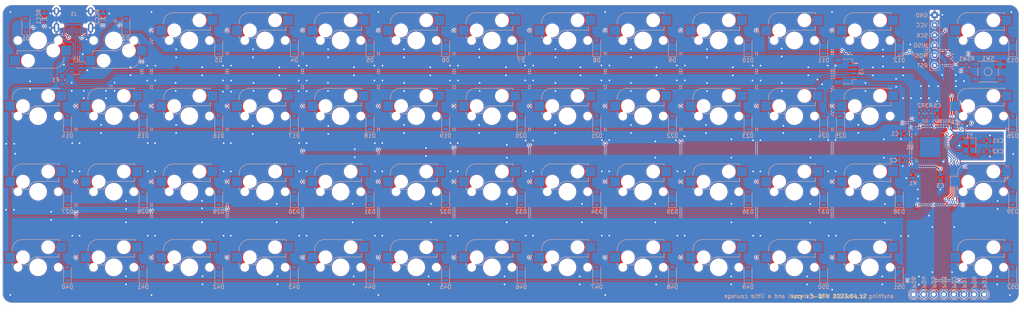
<source format=kicad_pcb>
(kicad_pcb (version 20221018) (generator pcbnew)
  (layers (0 "F.Cu" signal) (31 "B.Cu" signal) (34 "B.Paste" user) (35 "F.Paste" user) (36 "B.SilkS" user "B.Silkscreen") (37 "F.SilkS" user "F.Silkscreen") (38 "B.Mask" user) (39 "F.Mask" user) (44 "Edge.Cuts" user))
  (net 0 "")
  (net 1 "Net-(U1-UCAP)")
  (net 2 "GND")
  (net 3 "VCC")
  (net 4 "XTAL2")
  (net 5 "XTAL1")
  (net 6 "Net-(D1-A)")
  (net 7 "Net-(D2-A)")
  (net 8 "row2")
  (net 9 "Net-(D3-A)")
  (net 10 "Net-(D4-A)")
  (net 11 "Net-(D5-A)")
  (net 12 "Net-(D6-A)")
  (net 13 "Net-(D7-A)")
  (net 14 "Net-(D8-A)")
  (net 15 "Net-(D9-A)")
  (net 16 "Net-(D10-A)")
  (net 17 "Net-(D11-A)")
  (net 18 "Net-(D12-A)")
  (net 19 "Net-(D13-A)")
  (net 20 "Net-(D14-A)")
  (net 21 "Net-(D15-A)")
  (net 22 "Net-(D16-A)")
  (net 23 "Net-(D17-A)")
  (net 24 "Net-(D18-A)")
  (net 25 "Net-(D19-A)")
  (net 26 "Net-(D20-A)")
  (net 27 "Net-(D21-A)")
  (net 28 "Net-(D22-A)")
  (net 29 "Net-(D23-A)")
  (net 30 "Net-(D24-A)")
  (net 31 "Net-(D25-A)")
  (net 32 "Net-(D26-A)")
  (net 33 "Net-(D27-A)")
  (net 34 "Net-(D28-A)")
  (net 35 "Net-(D29-A)")
  (net 36 "Net-(D30-A)")
  (net 37 "Net-(D31-A)")
  (net 38 "Net-(D32-A)")
  (net 39 "Net-(D33-A)")
  (net 40 "Net-(D34-A)")
  (net 41 "Net-(D35-A)")
  (net 42 "Net-(D36-A)")
  (net 43 "Net-(D37-A)")
  (net 44 "Net-(D38-A)")
  (net 45 "Net-(D39-A)")
  (net 46 "Net-(D40-A)")
  (net 47 "Net-(D41-A)")
  (net 48 "Net-(D42-A)")
  (net 49 "Net-(D43-A)")
  (net 50 "Net-(D44-A)")
  (net 51 "Net-(D45-A)")
  (net 52 "Net-(D46-A)")
  (net 53 "Net-(D47-A)")
  (net 54 "Net-(D48-A)")
  (net 55 "Net-(D49-A)")
  (net 56 "Net-(D50-A)")
  (net 57 "Net-(D51-A)")
  (net 58 "Net-(D52-A)")
  (net 59 "VBUS")
  (net 60 "DBUS-")
  (net 61 "DBUS+")
  (net 62 "col0")
  (net 63 "col3")
  (net 64 "col4")
  (net 65 "col5")
  (net 66 "col6")
  (net 67 "col7")
  (net 68 "col8")
  (net 69 "col9")
  (net 70 "Net-(U1-~{HWB}{slash}PE2)")
  (net 71 "D+")
  (net 72 "D-")
  (net 73 "Net-(J1-CC1)")
  (net 74 "Net-(J1-CC2)")
  (net 75 "ISP_Reset")
  (net 79 "row3")
  (net 80 "row0")
  (net 81 "row1")
  (net 82 "col11{slash}miso")
  (net 83 "col10{slash}mosi")
  (net 84 "col12{slash}sck")
  (net 85 "col1")
  (net 86 "col2")
  (net 87 "extra1")
  (net 88 "extra2")
  (net 89 "extra3")
  (net 90 "extra4")
  (net 91 "extra5")
  (net 92 "extra6")
  (net 93 "extra7")
  (net 94 "extra8")
  (footprint "MX_Only:MXOnly-1U-Hotswap" (layer "F.Cu") (at 72.628186 86.915698)
    (fp_text reference "MX42")
    (fp_text value "MX-NoLED")
  )
  (footprint "MX_Only:MXOnly-1U-Hotswap" (layer "F.Cu") (at 186.928282 29.76565)
    (fp_text reference "MX9")
    (fp_text value "MX-NoLED")
  )
  (footprint "MX_Only:MXOnly-1U-Hotswap" (layer "F.Cu") (at 72.628186 29.76565)
    (fp_text reference "MX3")
    (fp_text value "MX-NoLED")
  )
  (footprint "MX_Only:MXOnly-1U-Hotswap" (layer "F.Cu") (at 53.57817 86.915698)
    (fp_text reference "MX41")
    (fp_text value "MX-NoLED")
  )
  (footprint "MX_Only:MXOnly-1U-Hotswap" (layer "F.Cu") (at 244.07833 48.815666)
    (fp_text reference "MX25")
    (fp_text value "MX-NoLED")
  )
  (footprint "MX_Only:MXOnly-1U-Hotswap" (layer "F.Cu") (at 186.928282 48.815666)
    (fp_text reference "MX22")
    (fp_text value "MX-NoLED")
  )
  (footprint "MX_Only:MXOnly-1U-Hotswap" (layer "F.Cu") (at 205.978298 86.915698)
    (fp_text reference "MX49")
    (fp_text value "MX-NoLED")
  )
  (footprint "MX_Only:MXOnly-1U-Hotswap" (layer "F.Cu") (at 205.978298 29.76565)
    (fp_text reference "MX10")
    (fp_text value "MX-NoLED")
  )
  (footprint "MX_Only:MXOnly-1U-Hotswap" (layer "F.Cu") (at 129.778234 48.815666)
    (fp_text reference "MX19")
    (fp_text value "MX-NoLED")
  )
  (footprint "MX_Only:MXOnly-1U-Hotswap" (layer "F.Cu") (at 167.878266 48.815666)
    (fp_text reference "MX21")
    (fp_text value "MX-NoLED")
  )
  (footprint "MX_Only:MXOnly-1U-Hotswap" (layer "F.Cu") (at 72.628186 48.815666)
    (fp_text reference "MX16")
    (fp_text value "MX-NoLED")
  )
  (footprint "MX_Only:MXOnly-1U-Hotswap" (layer "F.Cu") (at 129.778234 67.865682)
    (fp_text reference "MX32")
    (fp_text value "MX-NoLED")
  )
  (footprint "MX_Only:MXOnly-1U-Hotswap" (layer "F.Cu") (at 167.878266 29.76565)
    (fp_text reference "MX8")
    (fp_text value "MX-NoLED")
  )
  (footprint "MX_Only:MXOnly-1U-Hotswap" (layer "F.Cu") (at 148.82825 67.865682)
    (fp_text reference "MX33")
    (fp_text value "MX-NoLED")
  )
  (footprint "MX_Only:MXOnly-1U-Hotswap" (layer "F.Cu") (at 225.028314 67.865682)
    (fp_text reference "MX37")
    (fp_text value "MX-NoLED")
  )
  (footprint "MX_Only:MXOnly-1U-Hotswap" (layer "F.Cu") (at 167.878266 67.865682)
    (fp_text reference "MX34")
    (fp_text value "MX-NoLED")
  )
  (footprint "MX_Only:MXOnly-1U-Hotswap" (layer "F.Cu") (at 53.57817 67.865682)
    (fp_text reference "MX28")
    (fp_text value "MX-NoLED")
  )
  (footprint "MX_Only:MXOnly-1U-Hotswap" (layer "F.Cu") (at 167.878266 86.915698)
    (fp_text reference "MX47")
    (fp_text value "MX-NoLED")
  )
  (footprint "MX_Only:MXOnly-1U-Hotswap" (layer "F.Cu") (at 129.778234 86.915698)
    (fp_text reference "MX45")
    (fp_text value "MX-NoLED")
  )
  (footprint "MX_Only:MXOnly-1U-Hotswap" (layer "F.Cu") (at 91.678202 29.76565)
    (fp_text reference "MX4")
    (fp_text value "MX-NoLED")
  )
  (footprint "MX_Only:MXOnly-1U-Hotswap" (layer "F.Cu") (at 72.628186 67.865682)
    (fp_text reference "MX29")
    (fp_text value "MX-NoLED")
  )
  (footprint "MX_Only:MXOnly-1U-Hotswap" (layer "F.Cu") (at 148.82825 29.76565)
    (fp_text reference "MX7")
    (fp_text value "MX-NoLED")
  )
  (footprint "MX_Only:MXOnly-1U-Hotswap" (layer "F.Cu") (at 110.728218 48.815666)
    (fp_text reference "MX18")
    (fp_text value "MX-NoLED")
  )
  (footprint "MX_Only:MXOnly-1U-Hotswap" (layer "F.Cu") (at 272.653354 67.865682)
    (fp_text reference "MX39")
    (fp_text value "MX-NoLED")
  )
  (footprint "MX_Only:MXOnly-1U-Hotswap" (layer "F.Cu") (at 225.028314 48.815666)
    (fp_text reference "MX24")
    (fp_text value "MX-NoLED")
  )
  (footprint "MX_Only:MXOnly-1U-Hotswap" (layer "F.Cu") (at 91.678202 86.915698)
    (fp_text reference "MX43")
    (fp_text value "MX-NoLED")
  )
  (footprint "MX_Only:MXOnly-1U-Hotswap" (layer "F.Cu") (at 272.653354 29.76565)
    (fp_text reference "MX13")
    (fp_text value "MX-NoLED")
  )
  (footprint "MX_Only:MXOnly-1U-Hotswap" (layer "F.Cu") (at 129.778234 29.76565)
    (fp_text reference "MX6")
    (fp_text value "MX-NoLED")
  )
  (footprint "MX_Only:MXOnly-1U-Hotswap" (layer "F.Cu") (at 205.978298 67.865682)
    (fp_text reference "MX36")
    (fp_text value "MX-NoLED")
  )
  (footprint "MX_Only:MXOnly-1U-Hotswap" (layer "F.Cu") (at 91.678202 67.865682)
    (fp_text reference "MX30")
    (fp_text value "MX-NoLED")
  )
  (footprint "MX_Only:MXOnly-1U-Hotswap" (layer "F.Cu") (at 186.928282 67.865682)
    (fp_text reference "MX35")
    (fp_text value "MX-NoLED")
  )
  (footprint "MX_Only:MXOnly-1U-Hotswap" (layer "F.Cu") (at 53.57817 48.815666)
    (fp_text reference "MX15")
    (fp_text value "MX-NoLED")
  )
  (footprint "MX_Only:MXOnly-1U-Hotswap" (layer "F.Cu") (at 186.928282 86.915698)
    (fp_text reference "MX48")
    (fp_text value "MX-NoLED")
  )
  (footprint "MX_Only:MXOnly-1U-Hotswap" (layer "F.Cu") (at 110.728218 67.865682)
    (fp_text reference "MX31")
    (fp_text value "MX-NoLED")
  )
  (footprint "MX_Only:MXOnly-1U-Hotswap" (layer "F.Cu") (at 91.678202 48.815666)
    (fp_text reference "MX17")
    (fp_text value "MX-NoLED")
  )
  (footprint "MX_Only:MXOnly-1U-Hotswap" (layer "F.Cu") (at 244.07833 86.915698)
    (fp_text reference "MX51")
    (fp_text value "MX-NoLED")
  )
  (footprint "MX_Only:MXOnly-1U-Hotswap" (layer "F.Cu") (at 110.728218 86.915698)
    (fp_text reference "MX44")
    (fp_text value "MX-NoLED")
  )
  (footprint "MX_Only:MXOnly-1U-Hotswap" (layer "F.Cu") (at 34.528154 67.865682)
    (fp_text reference "MX27")
    (fp_text value "MX-NoLED")
  )
  (footprint "MX_Only:MXOnly-1U-Hotswap" (layer "F.Cu") (at 34.528154 86.915698)
    (fp_text reference "MX40")
    (fp_text value "MX-NoLED")
  )
  (footprint "MX_Only:MXOnly-1U-Hotswap" (layer "F.Cu") (at 244.07833 29.76565)
    (fp_text reference "MX12")
    (fp_text value "MX-NoLED")
  )
  (footprint "MX_Only:MXOnly-1U-Hotswap" (layer "F.Cu") (at 225.028314 29.76565)
    (fp_text reference "MX11")
    (fp_text value "MX-NoLED")
  )
  (footprint "MX_Only:MXOnly-1U-Hotswap" (layer "F.Cu") (at 205.978298 48.815666)
    (fp_text reference "MX23")
    (fp_text value "MX-NoLED")
  )
  (footprint "MX_Only:MXOnly-1U-Hotswap" (layer "F.Cu") (at 272.653354 86.915698)
    (fp_text reference "MX52")
    (fp_text value "MX-NoLED")
  )
  (footprint "MX_Only:MXOnly-1U-Hotswap" (layer "F.Cu") (at 53.57817 29.76565 180)
    (fp_text reference "MX2")
    (fp_text value "MX-NoLED")
  )
  (footprint "MX_Only:MXOnly-1U-Hotswap" (layer "F.Cu") (at 225.028314 86.915698)
    (fp_text reference "MX50")
    (fp_text value "MX-NoLED")
  )
  (footprint "MX_Only:MXOnly-1U-Hotswap" (layer "F.Cu") (at 148.82825 48.815666)
    (fp_text reference "MX20")
    (fp_text value "MX-NoLED")
  )
  (footprint "MX_Only:MXOnly-1U-Hotswap" (layer "F.Cu") (at 272.653354 48.815666)
    (fp_text reference "MX26")
    (fp_text value "MX-NoLED")
  )
  (footprint "MX_Only:MXOnly-1U-Hotswap" (layer "F.Cu") (at 34.528154 29.76565 180)
    (fp_text reference "MX1")
    (fp_text value "MX-NoLED")
  )
  (footprint "MX_Only:MXOnly-1U-Hotswap" (layer "F.Cu") (at 244.07833 67.865682)
    (fp_text reference "MX38")
    (fp_text value "MX-NoLED")
  )
  (footprint "MX_Only:MXOnly-1U-Hotswap" (layer "F.Cu") (at 110.728218 29.76565)
    (fp_text reference "MX5")
    (fp_text value "MX-NoLED")
  )
  (footprint "MX_Only:MXOnly-1U-Hotswap" (layer "F.Cu") (at 148.82825 86.915698)
    (fp_text reference "MX46")
    (fp_text value "MX-NoLED")
  )
  (footprint "MX_Only:MXOnly-1U-Hotswap" (layer "F.Cu") (at 34.528154 48.815666)
    (fp_text reference "MX14")
    (fp_text value "MX-NoLED")
  )
  (footprint "Diode_SMD:D_SOD-123" (layer "B.Cu") (at 156.225 31.425 90)
    (fp_text reference "D7")
    (fp_text value "D_Small")
  )
  (footprint "Capacitor_SMD:C_0603_1608Metric" (layer "B.Cu") (at 265.475 52.375 90)
    (fp_text reference "C4")
    (fp_text value ".1uF")
  )
  (footprint "Resistor_SMD:R_0603_1608Metric" (layer "B.Cu") (at 268.45 36.55 90)
    (fp_text reference "RSW1")
    (fp_text value "10k")
  )
  (footprint "Diode_SMD:D_SOD-123" (layer "B.Cu") (at 175.275 31.425 90)
    (fp_text reference "D8")
    (fp_text value "D_Small")
  )
  (footprint "Diode_SMD:D_SOD-123" (layer "B.Cu") (at 41.925 50.475 90)
    (fp_text reference "D14")
    (fp_text value "D_Small")
  )
  (footprint "Diode_SMD:D_SOD-123" (layer "B.Cu") (at 194.325 69.55 90)
    (fp_text reference "D35")
    (fp_text value "D_Small")
  )
  (footprint "Diode_SMD:D_SOD-123" (layer "B.Cu") (at 232.425 31.425 90)
    (fp_text reference "D11")
    (fp_text value "D_Small")
  )
  (footprint "Fuse:Fuse_0805_2012Metric_Pad1.15x1.40mm_HandSolder" (layer "B.Cu") (at 40.55 39.725 90)
    (fp_text reference "F1")
    (fp_text value ".5A")
  )
  (footprint "Diode_SMD:D_SOD-123" (layer "B.Cu") (at 280.05 69.55 90)
    (fp_text reference "D39")
    (fp_text value "D_Small")
  )
  (footprint "Diode_SMD:D_SOD-123" (layer "B.Cu") (at 156.225 88.55 90)
    (fp_text reference "D46")
    (fp_text value "D_Small")
  )
  (footprint "Diode_SMD:D_SOD-123" (layer "B.Cu") (at 41.925 88.55 90)
    (fp_text reference "D40")
    (fp_text value "D_Small")
  )
  (footprint "Capacitor_SMD:C_0603_1608Metric" (layer "B.Cu") (at 273.525 55)
    (fp_text reference "CX1")
    (fp_text value "22pF")
  )
  (footprint "Capacitor_SMD:C_0603_1608Metric" (layer "B.Cu") (at 252.675 53.25 180)
    (fp_text reference "C1")
    (fp_text value "10uF")
  )
  (footprint "acheron_Connectors:TYPE-C-31-M-12" (layer "B.Cu") (at 43.457849 28.064085)
    (fp_text reference "J1")
    (fp_text value "TYPE-C-31-M12_13")
  )
  (footprint "Diode_SMD:D_SOD-123" (layer "B.Cu") (at 99.075 31.425 90)
    (fp_text reference "D4")
    (fp_text value "D_Small")
  )
  (footprint "Crystal:Crystal_SMD_3225-4Pin_3.2x2.5mm" (layer "B.Cu") (at 269.125 56.375 -90)
    (fp_text reference "Y1")
    (fp_text value "16MHz")
  )
  (footprint "Capacitor_SMD:C_0603_1608Metric" (layer "B.Cu") (at 252.3 59.975 180)
    (fp_text reference "C2")
    (fp_text value ".1uF")
  )
  (footprint "Diode_SMD:D_SOD-123" (layer "B.Cu") (at 80.025 69.55 90)
    (fp_text reference "D29")
    (fp_text value "D_Small")
  )
  (footprint "Diode_SMD:D_SOD-123" (layer "B.Cu") (at 232.425 50.475 90)
    (fp_text reference "D24")
    (fp_text value "D_Small")
  )
  (footprint "Diode_SMD:D_SOD-123" (layer "B.Cu") (at 118.125 69.55 90)
    (fp_text reference "D31")
    (fp_text value "D_Small")
  )
  (footprint "Diode_SMD:D_SOD-123" (layer "B.Cu") (at 137.175 88.55 90)
    (fp_text reference "D45")
    (fp_text value "D_Small")
  )
  (footprint "Diode_SMD:D_SOD-123" (layer "B.Cu") (at 80.025 50.475 90)
    (fp_text reference "D16")
    (fp_text value "D_Small")
  )
  (footprint "Diode_SMD:D_SOD-123" (layer "B.Cu") (at 60.975 88.55 90)
    (fp_text reference "D41")
    (fp_text value "D_Small")
  )
  (footprint "Diode_SMD:D_SOD-123" (layer "B.Cu") (at 280.05 31.425 90)
    (fp_text reference "D13")
    (fp_text value "D_Small")
  )
  (footprint "Diode_SMD:D_SOD-123" (layer "B.Cu") (at 213.375 88.55 90)
    (fp_text reference "D49")
    (fp_text value "D_Small")
  )
  (footprint "Resistor_SMD:R_0603_1608Metric" (layer "B.Cu") (at 258.925 48.15 -90)
    (fp_text reference "R3")
    (fp_text value "22")
  )
  (footprint "Diode_SMD:D_SOD-123" (layer "B.Cu") (at 251.475 88.55 90)
    (fp_text reference "D51")
    (fp_text value "D_Small")
  )
  (footprint "Diode_SMD:D_SOD-123" (layer "B.Cu") (at 232.425 88.55 90)
    (fp_text reference "D50")
    (fp_text value "D_Small")
  )
  (footprint "Capacitor_SMD:C_0603_1608Metric" (layer "B.Cu") (at 261.025 48.2 90)
    (fp_text reference "C5")
    (fp_text value "1uF")
  )
  (footprint "Diode_SMD:D_SOD-123" (layer "B.Cu") (at 280.05 88.55 90)
    (fp_text reference "D52")
    (fp_text value "D_Small")
  )
  (footprint "Resistor_SMD:R_0603_1608Metric" (layer "B.Cu") (at 257 48.15 90)
    (fp_text reference "R2")
    (fp_text value "22")
  )
  (footprint "Diode_SMD:D_SOD-123" (layer "B.Cu") (at 232.425 69.55 90)
    (fp_text reference "D37")
    (fp_text value "D_Small")
  )
  (footprint "Diode_SMD:D_SOD-123" (layer "B.Cu") (at 80.025 31.425 90)
    (fp_text reference "D3")
    (fp_text value "D_Small")
  )
  (footprint "Capacitor_SMD:C_0603_1608Metric" (layer "B.Cu") (at 261.825 64.25 -90)
    (fp_text reference "C3")
    (fp_text value ".1uF")
  )
  (footprint "Diode_SMD:D_SOD-123" (layer "B.Cu") (at 118.125 50.475 90)
    (fp_text reference "D18")
    (fp_text value "D_Small")
  )
  (footprint "Diode_SMD:D_SOD-123" (layer "B.Cu") (at 60.975 69.55 90)
    (fp_text reference "D28")
    (fp_text value "D_Small")
  )
  (footprint "Package_DFN_QFN:QFN-44-1EP_7x7mm_P0.5mm_EP5.2x5.2mm" (layer "B.Cu") (at 259.25 56.625 -90)
    (fp_text reference "U1")
    (fp_text value "ATmega32U4-M")
  )
  (footprint "Diode_SMD:D_SOD-123" (layer "B.Cu") (at 137.175 69.55 90)
    (fp_text reference "D32")
    (fp_text value "D_Small")
  )
  (footprint "Resistor_SMD:R_0603_1608Metric" (layer "B.Cu") (at 50.85 23.825 -90)
    (fp_text reference "RCC2")
    (fp_text value "5.1k")
  )
  (footprint "Diode_SMD:D_SOD-123" (layer "B.Cu") (at 118.125 31.425 90)
    (fp_text reference "D5")
    (fp_text value "D_Small")
  )
  (footprint "Diode_SMD:D_SOD-123" (layer "B.Cu") (at 41.925 69.55 90)
    (fp_text reference "D27")
    (fp_text value "D_Small")
  )
  (footprint "Diode_SMD:D_SOD-123" (layer "B.Cu") (at 194.325 88.55 90)
    (fp_text reference "D48")
    (fp_text value "D_Small")
  )
  (footprint "Diode_SMD:D_SOD-123" (layer "B.Cu") (at 175.275 69.55 90)
    (fp_text reference "D34")
    (fp_text value "D_Small")
  )
  (footprint "Diode_SMD:D_SOD-123" (layer "B.Cu") (at 156.225 50.475 90)
    (fp_text reference "D20")
    (fp_text value "D_Small")
  )
  (footprint "Connector_JST:JST_SH_SM04B-SRSS-TB_1x04-1MP_P1.00mm_Horizontal" (layer "B.Cu") (at 237.9 37.55 90)
    (fp_text reference "J3")
    (fp_text value "4PIN")
  )
  (footprint "Diode_SMD:D_SOD-123" (layer "B.Cu") (at 137.175 50.475 90)
    (fp_text reference "D19")
    (fp_text value "D_Small")
  )
  (footprint "Resistor_SMD:R_0603_1608Metric" (layer "B.Cu") (at 254.95 63.6 90)
    (fp_text reference "R1")
    (fp_text value "10k")
  )
  (footprint "Connector_PinSocket_2.54mm:PinSocket_1x08_P2.54mm_Vertical" (layer "B.Cu") (at 255.075 93.75 -90)
    (fp_text reference "J5")
    (fp_text value "Conn_01x08")
  )
  (footprint "Diode_SMD:D_SOD-123" (layer "B.Cu") (at 137.175 31.425 90)
    (fp_text reference "D6")
    (fp_text value "D_Small")
  )
  (footprint "Diode_SMD:D_SOD-123" (layer "B.Cu") (at 251.475 31.425 90)
    (fp_text reference "D12")
    (fp_text value "D_Small")
  )
  (footprint "Diode_SMD:D_SOD-123" (layer "B.Cu") (at 99.075 69.55 90)
    (fp_text reference "D30")
    (fp_text value "D_Small")
  )
  (footprint "Diode_SMD:D_SOD-123" (layer "B.Cu") (at 56.675 25.95 90)
    (fp_text reference "D2")
    (fp_text value "D_Small")
  )
  (footprint "Capacitor_SMD:C_0603_1608Metric" (layer "B.Cu") (at 273.525 57.7)
    (fp_text reference "CX2")
    (fp_text value "22pF")
  )
  (footprint "Diode_SMD:D_SOD-123" (layer "B.Cu") (at 156.225 69.55 90)
    (fp_text reference "D33")
    (fp_text value "D_Small")
  )
  (footprint "Diode_SMD:D_SOD-123" (layer "B.Cu") (at 194.325 50.475 90)
    (fp_text reference "D22")
    (fp_text value "D_Small")
  )
  (footprint "Resistor_SMD:R_0603_1608Metric" (layer "B.Cu") (at 36.1 23.825 -90)
    (fp_text reference "RCC1")
    (fp_text value "5.1k")
  )
  (footprint "Diode_SMD:D_SOD-123" (layer "B.Cu") (at 213.375 69.55 90)
    (fp_text reference "D36")
    (fp_text value "D_Small")
  )
  (footprint "Diode_SMD:D_SOD-123" (layer "B.Cu") (at 99.075 88.55 90)
    (fp_text reference "D43")
    (fp_text value "D_Small")
  )
  (footprint "Diode_SMD:D_SOD-123" (layer "B.Cu") (at 175.275 88.55 90)
    (fp_text reference "D47")
    (fp_text value "D_Small")
  )
  (footprint "Diode_SMD:D_SOD-123" (layer "B.Cu") (at 194.325 31.425 90)
    (fp_text reference "D9")
    (fp_text value "D_Small")
  )
  (footprint "Diode_SMD:D_SOD-123" (layer "B.Cu") (at 31.45 25.95 90)
    (fp_text reference "D1")
    (fp_text value "D_Small")
  )
  (footprint "marbastlib-various:SOT-23-6-routable" (layer "B.Cu") (at 44.175 36.7 180)
    (fp_text reference "U4")
    (fp_text value "USBLC6-2SC6")
  )
  (footprint "Diode_SMD:D_SOD-123" (layer "B.Cu") (at 175.275 50.475 90)
    (fp_text reference "D21")
    (fp_text value "D_Small")
  )
  (footprint "Diode_SMD:D_SOD-123" (layer "B.Cu") (at 251.475 69.55 90)
    (fp_text reference "D38")
    (fp_text value "D_Small")
  )
  (footprint "Diode_SMD:D_SOD-123" (layer "B.Cu") (at 60.975 50.475 90)
    (fp_text reference "D15")
    (fp_text value "D_Small")
  )
  (footprint "acheron_Connectors:PinHeader_1x6_P2.54mm_Vertical" (layer "B.Cu") (at 260.375 29.7 180)
    (fp_text reference "J2" hide)
    (fp_text value "AVR-ISP-6_mod" hide)
  )
  (footprint "random-keyboard-parts:SKQG-1155865" (layer "B.Cu") (at 273.85 37.625)
    (fp_text reference "SW1")
    (fp_text value "SW_PUSH")
  )
  (footprint "Diode_SMD:D_SOD-123" (layer "B.Cu") (at 213.375 50.475 90)
    (fp_text reference "D23")
    (fp_text value "D_Small")
  )
  (footprint "Diode_SMD:D_SOD-123" (layer "B.Cu") (at 236.675 50.475 90)
    (fp_text reference "D25")
    (fp_text value "D_Small")
  )
  (footprint "Diode_SMD:D_SOD-123" (layer "B.Cu") (at 80.025 88.55 90)
    (fp_text reference "D42")
    (fp_text value "D_Small")
  )
  (footprint "Diode_SMD:D_SOD-123" (layer "B.Cu") (at 280.05 50.475 90)
    (fp_text reference "D26")
    (fp_text value "D_Small")
  )
  (footprint "Diode_SMD:D_SOD-123" (layer "B.Cu") (at 213.375 31.425 90)
    (fp_text reference "D10")
    (fp_text value "D_Small")
  )
  (footprint "Diode_SMD:D_SOD-123" (layer "B.Cu") (at 118.125 88.55 90)
    (fp_text reference "D44")
    (fp_text value "D_Small")
  )
  (footprint "Diode_SMD:D_SOD-123" (layer "B.Cu") (at 99.075 50.475 90)
    (fp_text reference "D17")
    (fp_text value "D_Small")
  )
  (gr_arc (start 281.583049 93.464141) (mid 280.885596 95.14794) (end 279.201797 95.845393) (stroke (width 0.1)) (layer "Edge.Cuts"))
  (gr_line (start 281.58305 23.217206) (end 281.583049 93.464141) (stroke (width 0.1)) (layer "Edge.Cuts"))
  (gr_line (start 25.598459 93.464141) (end 25.598459 23.217207) (stroke (width 0.1)) (layer "Edge.Cuts"))
  (gr_arc (start 279.201798 20.835954) (mid 280.885597 21.533407) (end 281.58305 23.217206) (stroke (width 0.1)) (layer "Edge.Cuts"))
  (gr_line (start 279.201797 95.845393) (end 27.979711 95.845393) (stroke (width 0.1)) (layer "Edge.Cuts"))
  (gr_arc (start 25.598459 23.217207) (mid 26.295912 21.533408) (end 27.979711 20.835955) (stroke (width 0.1)) (layer "Edge.Cuts"))
  (gr_line (start 27.979711 20.835955) (end 279.201798 20.835954) (stroke (width 0.1)) (layer "Edge.Cuts"))
  (gr_arc (start 27.979711 95.845393) (mid 26.295912 95.14794) (end 25.598459 93.464141) (stroke (width 0.1)) (layer "Edge.Cuts"))
  (gr_text "anything is possible with a dremel and a little courage" (at 228.7 94.15) (layer "B.SilkS") (effects (font (size 1 1)) (justify mirror)))
  (gr_text "lucy v3-QFN 2023.04.12" (at 233.75 94.2) (layer "F.SilkS") (effects (font (size 1 1))))
  (segment (start 261.025 49.575) (end 261.025 48.975) (width 0.254) (layer "B.Cu") (net 1))
  (segment (start 259.25 53.2875) (end 259.25 51.35) (width 0.254) (layer "B.Cu") (net 1))
  (segment (start 259.25 51.35) (end 261.025 49.575) (width 0.254) (layer "B.Cu") (net 1))
  (segment (start 114.1 36.525) (end 114.1 38.55) (width 0.254) (layer "F.Cu") (net 2))
  (segment (start 190.225 89.2) (end 190.225 91.225) (width 0.254) (layer "F.Cu") (net 2))
  (segment (start 94.65 70.925) (end 94.65 74.525) (width 0.254) (layer "F.Cu") (net 2))
  (segment (start 190 70.925) (end 190 74.525) (width 0.254) (layer "F.Cu") (net 2))
  (segment (start 88.675 31.975) (end 88.675 34) (width 0.254) (layer "F.Cu") (net 2))
  (segment (start 164.875 31.975) (end 164.875 34) (width 0.254) (layer "F.Cu") (net 2))
  (segment (start 113.775 70.925) (end 113.775 74.525) (width 0.254) (layer "F.Cu") (net 2))
  (segment (start 241.15 51.025) (end 241.15 53.05) (width 0.254) (layer "F.Cu") (net 2))
  (segment (start 259.8 76.775) (end 265.325 76.775) (width 0.254) (layer "F.Cu") (net 2))
  (segment (start 253.225 65.3) (end 253.225 64.425) (width 0.254) (layer "F.Cu") (net 2))
  (segment (start 88.575 51.05) (end 88.575 53.075) (width 0.254) (layer "F.Cu") (net 2))
  (segment (start 183.85 40.475) (end 183.85 42.5) (width 0.254) (layer "F.Cu") (net 2))
  (segment (start 203 31.975) (end 203 34) (width 0.254) (layer "F.Cu") (net 2))
  (segment (start 114.3 57.15) (end 114.3 59.175) (width 0.254) (layer "F.Cu") (net 2))
  (segment (start 37.825 72.925) (end 37.825 74.95) (width 0.254) (layer "F.Cu") (net 2))
  (segment (start 126.675 51.05) (end 126.675 53.075) (width 0.254) (layer "F.Cu") (net 2))
  (segment (start 229.1 54.65) (end 229.1 58.25) (width 0.254) (layer "F.Cu") (net 2))
  (segment (start 203.05 40.475) (end 203.05 42.5) (width 0.254) (layer "F.Cu") (net 2))
  (segment (start 152.6 56.325) (end 152.6 56.05) (width 0.254) (layer "F.Cu") (net 2))
  (segment (start 221.9 40.475) (end 221.9 42.5) (width 0.254) (layer "F.Cu") (net 2))
  (segment (start 45.775 35.25) (end 45.775 33.225) (width 0.254) (layer "F.Cu") (net 2))
  (segment (start 69.3 32) (end 69.3 34.025) (width 0.254) (layer "F.Cu") (net 2))
  (segment (start 209.175 54.65) (end 209.175 58.25) (width 0.254) (layer "F.Cu") (net 2))
  (segment (start 107.575 31.975) (end 107.575 34) (width 0.254) (layer "F.Cu") (net 2))
  (segment (start 50.4 51.05) (end 50.4 53.075) (width 0.254) (layer "F.Cu") (net 2))
  (segment (start 152.6 70.925) (end 152.6 74.525) (width 0.254) (layer "F.Cu") (net 2))
  (segment (start 209.2 74.525) (end 209.2 75.575) (width 0.254) (layer "F.Cu") (net 2))
  (segment (start 45.15 35.875) (end 45.775 35.25) (width 0.254) (layer "F.Cu") (net 2))
  (segment (start 256.125 69.65) (end 256.15 69.625) (width 0.254) (layer "F.Cu") (net 2))
  (segment (start 133.525 74.525) (end 133.525 75.575) (width 0.254) (layer "F.Cu") (net 2))
  (segment (start 260.6 66.1) (end 256.25 66.1) (width 0.254) (layer "F.Cu") (net 2))
  (segment (start 221.875 31.7875) (end 221.875 33.8125) (width 0.254) (layer "F.Cu") (net 2))
  (segment (start 170.975 89.2) (end 170.975 91.225) (width 0.254) (layer "F.Cu") (net 2))
  (segment (start 94.65 74.525) (end 94.65 75.575) (width 0.254) (layer "F.Cu") (net 2))
  (segment (start 244.825 36.55) (end 244.825 38.575) (width 0.254) (layer "F.Cu") (net 2))
  (segment (start 254.6 72.575) (end 255.9 73.875) (width 0.254) (layer "F.Cu") (net 2))
  (segment (start 114.025 89.2) (end 114.025 91.225) (width 0.254) (layer "F.Cu") (net 2))
  (segment (start 256.25 63.95) (end 256.25 66.1) (width 0.254) (layer "F.Cu") (net 2))
  (segment (start 126.75 40.45) (end 126.75 42.475) (width 0.254) (layer "F.Cu") (net 2))
  (segment (start 247.175 89.2) (end 247.175 91.225) (width 0.254) (layer "F.Cu") (net 2))
  (segment (start 164.85 40.475) (end 164.85 42.5) (width 0.254) (layer "F.Cu") (net 2))
  (segment (start 254.6 70) (end 254.6 72.575) (width 0.254) (layer "F.Cu") (net 2))
  (segment (start 171.55 74.525) (end 171.55 75.575) (width 0.254) (layer "F.Cu") (net 2))
  (segment (start 209.2 70.925) (end 209.2 74.525) (width 0.254) (layer "F.Cu") (net 2))
  (segment (start 229.025 74.6) (end 229.025 75.65) (width 0.254) (layer "F.Cu") (net 2))
  (segment (start 183.875 31.975) (end 183.875 34) (width 0.254) (layer "F.Cu") (net 2))
  (segment (start 209.125 89.2) (end 209.125 91.225) (width 0.254) (layer "F.Cu") (net 2))
  (segment (start 190.3 36.525) (end 190.3 38.55) (width 0.254) (layer "F.Cu") (net 2))
  (segment (start 259.825 88.125) (end 264.775 88.125) (width 0.254) (layer "F.Cu") (net 2))
  (segment (start 209.175 58.25) (end 209.175 59.3) (width 0.254) (layer "F.Cu") (net 2))
  (segment (start 152.4 36.525) (end 152.4 38.55) (width 0.254) (layer "F.Cu") (net 2))
  (segment (start 133.325 36.525) (end 133.325 38.55) (width 0.254) (layer "F.Cu") (net 2))
  (segment (start 256.925 41.25) (end 258.95 41.25) (width 0.254) (layer "F.Cu") (net 2))
  (segment (start 252.45 36.55) (end 252.45 38.575) (width 0.254) (layer "F.Cu") (net 2))
  (segment (start 133.525 70.925) (end 133.525 74.525) (width 0.254) (layer "F.Cu") (net 2))
  (segment (start 171.15 36.525) (end 171.15 38.55) (width 0.254) (layer "F.Cu") (net 2))
  (segment (start 113.775 74.525) (end 113.775 75.575) (width 0.254) (layer "F.Cu") (net 2))
  (segment (start 75.95 89.175) (end 75.95 91.2) (width 0.254) (layer "F.Cu") (net 2))
  (segment (start 222.25 51.025) (end 222.25 53.05) (width 0.254) (layer "F.Cu") (net 2))
  (segment (start 242.95 40.475) (end 242.95 42.5) (width 0.254) (layer "F.Cu") (net 2))
  (segment (start 250.675 39.425) (end 250.675 41.45) (width 0.254) (layer "F.Cu") (net 2))
  (segment (start 229.025 71) (end 229.025 74.6) (width 0.254) (layer "F.Cu") (net 2))
  (segment (start 228.55 36.525) (end 228.55 38.55) (width 0.254) (layer "F.Cu") (net 2))
  (segment (start 107.55 40.45) (end 107.55 42.475) (width 0.254) (layer "F.Cu") (net 2))
  (segment (start 145.75 40.45) (end 145.75 42.475) (width 0.254) (layer "F.Cu") (net 2))
  (segment (start 132.25 56.85) (end 132.25 58.875) (width 0.254) (layer "F.Cu") (net 2))
  (segment (start 126.675 31.975) (end 126.675 34) (width 0.254) (layer "F.Cu") (net 2))
  (segment (start 190 59.3) (end 190 55.175) (width 0.254) (layer "F.Cu") (net 2))
  (segment (start 261.25 41.3) (end 265.75 41.3) (width 0.254) (layer "F.Cu") (net 2))
  (segment (start 254.975 69.625) (end 254.6 70) (width 0.254) (layer "F.Cu") (net 2))
  (segment (start 256.925 44.3) (end 258.95 44.3) (width 0.254) (layer "F.Cu") (net 2))
  (segment (start 57.8 36.5) (end 57.8 38.525) (width 0.254) (layer "F.Cu") (net 2))
  (segment (start 254.025 66.1) (end 253.225 65.3) (width 0.254) (layer "F.Cu") (net 2))
  (segment (start 229.1 58.25) (end 229.1 59.3) (width 0.254) (layer "F.Cu") (net 2))
  (segment (start 145.625 51.3) (end 145.625 53.075) (width 0.254) (layer "F.Cu") (net 2))
  (segment (start 255.9 73.875) (end 258.975 73.875) (width 0.254) (layer "F.Cu") (net 2))
  (segment (start 202.775 51.05) (end 202.775 53.075) (width 0.254) (layer "F.Cu") (net 2))
  (segment (start 232.05 40.8) (end 230.845518 39.595518) (width 0.254) (layer "F.Cu") (net 2))
  (segment (start 69.3 51.05) (end 69.3 53.075) (width 0.254) (layer "F.Cu") (net 2))
  (segment (start 247.85 74.6) (end 247.85 75.65) (width 0.254) (layer "F.Cu") (net 2))
  (segment (start 75.825 70.175) (end 75.825 75.575) (width 0.254) (layer "F.Cu") (net 2))
  (segment (start 190 74.525) (end 190 75.575) (width 0.254) (layer "F.Cu") (net 2))
  (segment (start 94.85 89.175) (end 94.85 91.2) (width 0.254) (layer "F.Cu") (net 2))
  (segment (start 183.875 51.05) (end 183.875 53.075) (width 0.254) (layer "F.Cu") (net 2))
  (segment (start 88.8 40.425) (end 88.8 42.45) (width 0.254) (layer "F.Cu") (net 2))
  (segment (start 252.425 44.3) (end 254.45 44.3) (width 0.254) (layer "F.Cu") (net 2))
  (segment (start 107.625 51.3) (end 107.625 53.325) (width 0.254) (layer "F.Cu") (net 2))
  (segment (start 152.6 74.525) (end 152.6 75.575) (width 0.254) (layer "F.Cu") (net 2))
  (segment (start 32.5 40.05) (end 32.5 42.075) (width 0.254) (layer "F.Cu") (net 2))
  (segment (start 251.9 79) (end 253.75 79) (width 0.254) (layer "F.Cu") (net 2))
  (segment (start 132.9 89.2) (end 132.9 91.225) (width 0.254) (layer "F.Cu") (net 2))
  (segment (start 171.55 70.925) (end 171.55 74.525) (width 0.254) (layer "F.Cu") (net 2))
  (segment (start 247.85 71) (end 247.85 74.6) (width 0.254) (layer "F.Cu") (net 2))
  (segment (start 145.625 51.05) (end 145.625 51.3) (width 0.254) (layer "F.Cu") (net 2))
  (segment (start 209.55 36.525) (end 209.55 38.55) (width 0.254) (layer "F.Cu") (net 2))
  (segment (start 26.5 55.8) (end 28.525 55.8) (width 0.254) (layer "F.Cu") (net 2))
  (segment (start 56.675 70.175) (end 56.675 75.575) (width 0.254) (layer "F.Cu") (net 2))
  (segment (start 256.15 69.625) (end 254.975 69.625) (width 0.254) (layer "F.Cu") (net 2))
  (segment (start 247.575 58.25) (end 247.575 59.3) (width 0.254) (layer "F.Cu") (net 2))
  (segment (start 75.85 36.525) (end 75.85 38.55) (width 0.254) (layer "F.Cu") (net 2))
  (segment (start 262.275 38.45) (end 265.725 38.45) (width 0.254) (layer "F.Cu") (net 2))
  (segment (start 228.25 89.2) (end 228.25 91.225) (width 0.254) (layer "F.Cu") (net 2))
  (segment (start 256.25 66.1) (end 254.025 66.1) (width 0.254) (layer "F.Cu") (net 2))
  (segment (start 95.325 36.525) (end 95.325 38.55) (width 0.254) (layer "F.Cu") (net 2))
  (segment (start 247.575 54.65) (end 247.575 58.25) (width 0.254) (layer "F.Cu") (net 2))
  (segment (start 247.35 32.075) (end 247.35 33.7603) (width 0.254) (layer "F.Cu") (net 2))
  (segment (start 53.8 40.425) (end 53.8 42.45) (width 0.254) (layer "F.Cu") (net 2))
  (segment (start 276.25 70.175) (end 276.25 72.2) (width 0.254) (layer "F.Cu") (net 2))
  (segment (start 164.775 51.05) (end 164.775 53.075) (width 0.254) (layer "F.Cu") (net 2))
  (segment (start 56.675 89.175) (end 56.675 91.2) (width 0.254) (layer "F.Cu") (net 2))
  (segment (start 145.65 31.975) (end 145.65 34) (width 0.254) (layer "F.Cu") (net 2))
  (segment (start 152.6 59.3) (end 152.6 56.325) (width 0.254) (layer "F.Cu") (net 2))
  (segment (start 26.425 72.4) (end 28.45 72.4) (width 0.254) (layer "F.Cu") (net 2))
  (segment (start 41.025 35.875) (end 45.15 35.875) (width 0.254) (layer "F.Cu") (net 2))
  (segment (start 276.15 89.2) (end 276.15 91.225) (width 0.254) (layer "F.Cu") (net 2))
  (segment (start 69.175 40.425) (end 69.175 42.45) (width 0.254) (layer "F.Cu") (net 2))
  (segment (start 43 40.425) (end 43 42.45) (width 0.254) (layer "F.Cu") (net 2))
  (segment (start 261.825 67.325) (end 260.6 66.1) (width 0.254) (layer "F.Cu") (net 2))
  (segment (start 152.025 89.2) (end 152.025 91.225) (width 0.254) (layer "F.Cu") (net 2))
  (via (at 157.225 36.075) (size 0.8128) (drill 0.4064) (layers "F.Cu" "B.Cu") (net 2))
  (via (at 253.75 79) (size 0.8128) (drill 0.4064) (layers "F.Cu" "B.Cu") (net 2))
  (via (at 252.45 38.575) (size 0.8128) (drill 0.4064) (layers "F.Cu" "B.Cu") (net 2))
  (via (at 242.95 42.5) (size 0.8128) (drill 0.4064) (layers "F.Cu" "B.Cu") (net 2))
  (via (at 195.2 54.9) (size 0.8128) (drill 0.4064) (layers "F.Cu" "B.Cu") (net 2))
  (via (at 221.9 40.475) (size 0.8128) (drill 0.4064) (layers "F.Cu" "B.Cu") (net 2))
  (via (at 178.4 54.875) (size 0.8128) (drill 0.4064) (layers "F.Cu" "B.Cu") (net 2))
  (via (at 119.25 36.1) (size 0.8128) (drill 0.4064) (layers "F.Cu" "B.Cu") (net 2))
  (via (at 114.025 89.2) (size 0.8128) (drill 0.4064) (layers "F.Cu" "B.Cu") (net 2))
  (via (at 44.975 78.95) (size 0.8128) (drill 0.4064) (layers "F.Cu" "B.Cu") (net 2))
  (via (at 259.8 76.775) (size 0.8128) (drill 0.4064) (layers "F.Cu" "B.Cu") (net 2))
  (via (at 145.75 40.45) (size 0.8128) (drill 0.4064) (layers "F.Cu" "B.Cu") (net 2))
  (via (at 53.8 40.425) (size 0.8128) (drill 0.4064) (layers "F.Cu" "B.Cu") (net 2))
  (via (at 126.675 53.075) (size 0.8128) (drill 0.4064) (layers "F.Cu" "B.Cu") (net 2))
  (via (at 64 62.75) (size 0.8128) (drill 0.4064) (layers "F.Cu" "B.Cu") (net 2))
  (via (at 83.1 55.625) (size 0.8128) (drill 0.4064) (layers "F.Cu" "B.Cu") (net 2))
  (via (at 183.85 42.5) (size 0.8128) (drill 0.4064) (layers "F.Cu" "B.Cu") (net 2))
  (via (at 176.55 78.925) (size 0.8128) (drill 0.4064) (layers "F.Cu" "B.Cu") (net 2))
  (via (at 83.1 62.75) (size 0.8128) (drill 0.4064) (layers "F.Cu" "B.Cu") (net 2))
  (via (at 209.125 89.2) (size 0.8128) (drill 0.4064) (layers "F.Cu" "B.Cu") (net 2))
  (via (at 27.5 93.875) (size 0.8128) (drill 0.4064) (layers "F.Cu" "B.Cu") (net 2))
  (via (at 195.575 62.725) (size 0.8128) (drill 0.4064) (layers "F.Cu" "B.Cu") (net 2))
  (via (at 230.845518 39.595518) (size 0.8128) (drill 0.4064) (layers "F.Cu" "B.Cu") (net 2))
  (via (at 214.625 62.75) (size 0.8128) (drill 0.4064) (layers "F.Cu" "B.Cu") (net 2))
  (via (at 176.55 62.725) (size 0.8128) (drill 0.4064) (layers "F.Cu" "B.Cu") (net 2))
  (via (at 140.25 62.75) (size 0.8128) (drill 0.4064) (layers "F.Cu" "B.Cu") (net 2))
  (via (at 75.825 72.05) (size 0.8128) (drill 0.4064) (layers "F.Cu" "B.Cu") (net 2))
  (via (at 261.025 45.05) (size 0.8128) (drill 0.4064) (layers "F.Cu" "B.Cu") (net 2))
  (via (at 120.25 93.9) (size 0.8128) (drill 0.4064) (layers "F.Cu" "B.Cu") (net 2))
  (via (at 140.3 36.1) (size 0.8128) (drill 0.4064) (layers "F.Cu" "B.Cu") (net 2))
  (via (at 119.375 78.95) (size 0.8128) (drill 0.4064) (layers "F.Cu" "B.Cu") (net 2))
  (via (at 64 55.625) (size 0.8128) (drill 0.4064) (layers "F.Cu" "B.Cu") (net 2))
  (via (at 178.45 36.075) (size 0.8128) (drill 0.4064) (layers "F.Cu" "B.Cu") (net 2))
  (via (at 258.95 41.25) (size 0.8128) (drill 0.4064) (layers "F.Cu" "B.Cu") (net 2))
  (via (at 119.375 62.75) (size 0.8128) (drill 0.4064) (layers "F.Cu" "B.Cu") (net 2))
  (via (at 178.45 39.825) (size 0.8128) (drill 0.4064) (layers "F.Cu" "B.Cu") (net 2))
  (via (at 138.4 78.95) (size 0.8128) (drill 0.4064) (layers "F.Cu" "B.Cu") (net 2))
  (via (at 233.45 36.1) (size 0.8128) (drill 0.4064) (layers "F.Cu" "B.Cu") (net 2))
  (via (at 214.625 54.9) (size 0.8128) (drill 0.4064) (layers "F.Cu" "B.Cu") (net 2))
  (via (at 190.225 89.2) (size 0.8128) (drill 0.4064) (layers "F.Cu" "B.Cu") (net 2))
  (via (at 183.875 53.075) (size 0.8128) (drill 0.4064) (layers "F.Cu" "B.Cu") (net 2))
  (via (at 170.975 89.2) (size 0.8128) (drill 0.4064) (layers "F.Cu" "B.Cu") (net 2))
  (via (at 100.175 39.85) (size 0.8128) (drill 0.4064) (layers "F.Cu" "B.Cu") (net 2))
  (via (at 274.3 53.65) (size 0.8128) (drill 0.4064) (layers "F.Cu" "B.Cu") (net 2))
  (via (at 46.025 44.3) (size 0.8128) (drill 0.4064) (layers "F.Cu" "B.Cu") (net 2))
  (via (at 157.35 78.925) (size 0.8128) (drill 0.4064) (layers "F.Cu" "B.Cu") (net 2))
  (via (at 56.675 89.175) (size 0.8128) (drill 0.4064) (layers "F.Cu" "B.Cu") (net 2))
  (via (at 121.225 78.95) (size 0.8128) (drill 0.4064) (layers "F.Cu" "B.Cu") (net 2))
  (via (at 176.425 39.825) (size 0.8128) (drill 0.4064) (layers "F.Cu" "B.Cu") (net 2))
  (via (at 100.3 78.95) (size 0.8128) (drill 0.4064) (layers "F.Cu" "B.Cu") (net 2))
  (via (at 107.55 40.45) (size 0.8128) (drill 0.4064) (layers "F.Cu" "B.Cu") (net 2))
  (via (at 75.825 75.575) (size 0.8128) (drill 0.4064) (layers "F.Cu" "B.Cu") (net 2))
  (via (at 62.15 62.75) (size 0.8128) (drill 0.4064) (layers "F.Cu" "B.Cu") (net 2))
  (via (at 152.6 75.575) (size 0.8128) (drill 0.4064) (layers "F.Cu" "B.Cu") (net 2))
  (via (at 62.025 36.1) (size 0.8128) (drill 0.4064) (layers "F.Cu" "B.Cu") (net 2))
  (via (at 138.4 62.75) (size 0.8128) (drill 0.4064) (layers "F.Cu" "B.Cu") (net 2))
  (via (at 133.325 38.55) (size 0.8128) (drill 0.4064) (layers "F.Cu" "B.Cu") (net 2))
  (via (at 37.825 74.95) (size 0.8128) (drill 0.4064) (layers "F.Cu" "B.Cu") (net 2))
  (via (at 197.375 53.875) (size 0.8128) (drill 0.4064) (layers "F.Cu" "B.Cu") (net 2))
  (via (at 63.1 22.625) (size 0.8128) (drill 0.4064) (layers "F.Cu" "B.Cu") (net 2))
  (via (at 171.15 38.55) (size 0.8128) (drill 0.4064) (layers "F.Cu" "B.Cu") (net 2))
  (via (at 102.15 55.625) (size 0.8128) (drill 0.4064) (layers "F.Cu" "B.Cu") (net 2))
  (via (at 95.325 38.55) (size 0.8128) (drill 0.4064) (layers "F.Cu" "B.Cu") (net 2))
  (via (at 235.425 54.85) (size 0.8128) (drill 0.4064) (layers "F.Cu" "B.Cu") (net 2))
  (via (at 229.025 71) (size 0.8128) (drill 0.4064) (layers "F.Cu" "B.Cu") (net 2))
  (via (at 64.05 39.85) (size 0.8128) (drill 0.4064) (layers "F.Cu" "B.Cu") (net 2))
  (via (at 228.25 89.2) (size 0.8128) (drill 0.4064) (layers "F.Cu" "B.Cu") (net 2))
  (via (at 114.1 38.55) (size 0.8128) (drill 0.4064) (layers "F.Cu" "B.Cu") (net 2))
  (via (at 229.025 75.65) (size 0.8128) (drill 0.4064) (layers "F.Cu" "B.Cu") (net 2))
  (via (at 132.25 58.875) (size 0.8128) (drill 0.4064) (layers "F.Cu" "B.Cu") (net 2))
  (via (at 241.15 53.05) (size 0.8128) (drill 0.4064) (layers "F.Cu" "B.Cu") (net 2))
  (via (at 176.55 54.875) (size 0.8128) (drill 0.4064) (layers "F.Cu" "B.Cu") (net 2))
  (via (at 216.525 39.85) (size 0.8128) (drill 0.4064) (layers "F.Cu" "B.Cu") (net 2))
  (via (at 209.2 75.575) (size 0.8128) (drill 0.4064) (layers "F.Cu" "B.Cu") (net 2))
  (via (at 157.35 54.975) (size 0.8128) (drill 0.4064) (layers "F.Cu" "B.Cu") (net 2))
  (via (at 126.675 51.05) (size 0.8128) (drill 0.4064) (layers "F.Cu" "B.Cu") (net 2))
  (via (at 37.5 26.575) (size 0.8128) (drill 0.4064) (layers "F.Cu" "B.Cu") (net 2))
  (via (at 56.675 70.175) (size 0.8128) (drill 0.4064) (layers "F.Cu" "B.Cu") (net 2))
  (via (at 102.175 42.55) (size 0.8128) (drill 0.4064) (layers "F.Cu" "B.Cu") (net 2))
  (via (at 50.4 53.075) (size 0.8128) (drill 0.4064) (layers "F.Cu" "B.Cu") (net 2))
  (via (at 244.825 36.55) (size 0.8128) (drill 0.4064) (layers "F.Cu" "B.Cu") (net 2))
  (via (at 202.775 53.075) (size 0.8128) (drill 0.4064) (layers "F.Cu" "B.Cu") (net 2))
  (via (at 195.575 78.925) (size 0.8128) (drill 0.4064) (layers "F.Cu" "B.Cu") (net 2))
  (via (at 233.675 78.95) (size 0.8128) (drill 0.4064) (layers "F.Cu" "B.Cu") (net 2))
  (via (at 114.3 59.175) (size 0.8128) (drill 0.4064) (layers "F.Cu" "B.Cu") (net 2))
  (via (at 164.85 42.5) (size 0.8128) (drill 0.4064) (layers "F.Cu" "B.Cu") (net 2))
  (via (at 252.425 44.3) (size 0.8128) (drill 0.4064) (layers "F.Cu" "B.Cu") (net 2))
  (via (at 81.1 42.675) (size 0.8128) (drill 0.4064) (layers "F.Cu" "B.Cu") (net 2))
  (via (at 57.8 38.525) (size 0.8128) (drill 0.4064) (layers "F.Cu" "B.Cu") (net 2))
  (via (at 32.5 40.05) (size 0.8128) (drill 0.4064) (layers "F.Cu" "B.Cu") (net 2))
  (via (at 209.125 91.225) (size 0.8128) (drill 0.4064) (layers "F.Cu" "B.Cu") (net 2))
  (via (at 100.175 36.1) (size 0.8128) (drill 0.4064) (layers "F.Cu" "B.Cu") (net 2))
  (via (at 190.3 38.55) (size 0.8128) (drill 0.4064) (layers "F.Cu" "B.Cu") (net 2))
  (via (at 83.15 39.85) (size 0.8128) (drill 0.4064) (layers "F.Cu" "B.Cu") (net 2))
  (via (at 145.75 42.475) (size 0.8128) (drill 0.4064) (layers "F.Cu" "B.Cu") (net 2))
  (via (at 69.3 51.05) (size 0.8128) (drill 0.4064) (layers "F.Cu" "B.Cu") (net 2))
  (via (at 209.55 36.525) (size 0.8128) (drill 0.4064) (layers "F.Cu" "B.Cu") (net 2))
  (via (at 50.4 51.05) (size 0.8128) (drill 0.4064) (layers "F.Cu" "B.Cu") (net 2))
  (via (at 140.25 78.95) (size 0.8128) (drill 0.4064) (layers "F.Cu" "B.Cu") (net 2))
  (via (at 256.925 44.3) (size 0.8128) (drill 0.4064) (layers "F.Cu" "B.Cu") (net 2))
  (via (at 159.2 78.925) (size 0.8128) (drill 0.4064) (layers "F.Cu" "B.Cu") (net 2))
  (via (at 254.45 44.3) (size 0.8128) (drill 0.4064) (layers "F.Cu" "B.Cu") (net 2))
  (via (at 203.05 42.5) (size 0.8128) (drill 0.4064) (layers "F.Cu" "B.Cu") (net 2))
  (via (at 114.1 36.525) (size 0.8128) (drill 0.4064) (layers "F.Cu" "B.Cu") (net 2))
  (via (at 247.85 75.65) (size 0.8128) (drill 0.4064) (layers "F.Cu" "B.Cu") (net 2))
  (via (at 62.15 78.95) (size 0.8128) (drill 0.4064) (layers "F.Cu" "B.Cu") (net 2))
  (via (at 209.175 54.65) (size 0.8128) (drill 0.4064) (layers "F.Cu" "B.Cu") (net 2))
  (via (at 126.75 42.475) (size 0.8128) (drill 0.4064) (layers "F.Cu" "B.Cu") (net 2))
  (via (at 171.55 75.575) (size 0.8128) (drill 0.4064) (layers "F.Cu" "B.Cu") (net 2))
  (via (at 157.35 62.725) (size 0.8128) (drill 0.4064) (layers "F.Cu" "B.Cu") (net 2))
  (via (at 43.125 62.75) (size 0.8128) (drill 0.4064) (layers "F.Cu" "B.Cu") (net 2))
  (via (at 170.975 91.225) (size 0.8128) (drill 0.4064) (layers "F.Cu" "B.Cu") (net 2))
  (via (at 256.925 41.25) (size 0.8128) (drill 0.4064) (layers "F.Cu" "B.Cu") (net 2))
  (via (at 262.35 23.325) (size 0.8128) (drill 0.4064) (layers "F.Cu" "B.Cu") (net 2))
  (via (at 216.525 36.1) (size 0.8128) (drill 0.4064) (layers "F.Cu" "B.Cu") (net 2))
  (via (at 107.575 34) (size 0.8128) (drill 0.4064) (layers "F.Cu" "B.Cu") (net 2))
  (via (at 203 31.975) (size 0.8128) (drill 0.4064) (layers "F.Cu" "B.Cu") (net 2))
  (via (at 177.4 93.9) (size 0.8128) (drill 0.4064) (layers "F.Cu" "B.Cu") (net 2))
  (via (at 126.75 40.45) (size 0.8128) (drill 0.4064) (layers "F.Cu" "B.Cu") (net 2))
  (via (at 138.275 39.85) (size 0.8128) (drill 0.4064) (layers "F.Cu" "B.Cu") (net 2))
  (via (at 251.9 79) (size 0.8128) (drill 0.4064) (layers "F.Cu" "B.Cu") (net 2))
  (via (at 133.525 70.925) (size 0.8128) (drill 0.4064) (layers "F.Cu" "B.Cu") (net 2))
  (via (at 88.675 34) (size 0.8128) (drill 0.4064) (layers "F.Cu" "B.Cu") (net 2))
  (via (at 190.3 36.525) (size 0.8128) (drill 0.4064) (layers "F.Cu" "B.Cu") (net 2))
  (via (at 75.85 38.55) (size 0.8128) (drill 0.4064) (layers "F.Cu" "B.Cu") (net 2))
  (via (at 62.15 55.625) (size 0.8128) (drill 0.4064) (layers "F.Cu" "B.Cu") (net 2))
  (via (at 176.425 36.075) (size 0.8128) (drill 0.4064) (layers "F.Cu" "B.Cu") (net 2))
  (via (at 27.55 22.625) (size 0.8128) (drill 0.4064) (layers "F.Cu" "B.Cu") (net 2))
  (via (at 145.65 31.975) (size 0.8128) (drill 0.4064) (layers "F.Cu" "B.Cu") (net 2))
  (via (at 247.85 71) (size 0.8128) (drill 0.4064) (layers "F.Cu" "B.Cu") (net 2))
  (via (at 262.568598 60.275) (size 0.8128) (drill 0.4064) (layers "F.Cu" "B.Cu") (net 2))
  (via (at 64.05 36.1) (size 0.8128) (drill 0.4064) (layers "F.Cu" "B.Cu") (net 2))
  (via (at 28.45 72.4) (size 0.8128) (drill 0.4064) (layers "F.Cu" "B.Cu") (net 2))
  (via (at 256.15 69.625) (size 0.8128) (drill 0.4064) (layers "F.Cu" "B.Cu") (net 2))
  (via (at 56.675 91.2) (size 0.8128) (drill 0.4064) (layers "F.Cu" "B.Cu") (net 2))
  (via (at 171.15 36.525) (size 0.8128) (drill 0.4064) (layers "F.Cu" "B.Cu") (net 2))
  (via (at 252.325 61.4) (size 0.8128) (drill 0.4064) (layers "F.Cu" "B.Cu") (net 2))
  (via (at 159.2 54.975) (size 0.8128) (drill 0.4064) (layers "F.Cu" "B.Cu") (net 2))
  (via (at 274.3 59) (size 0.8128) (drill 0.4064) (layers "F.Cu" "B.Cu") (net 2))
  (via (at 159.25 39.825) (size 0.8128) (drill 0.4064) (layers "F.Cu" "B.Cu") (net 2))
  (via (at 46.7 29.525) (size 0.8128) (drill 0.4064) (layers "F.Cu" "B.Cu") (net 2))
  (via (at 250.675 39.425) (size 0.8128) (drill 0.4064) (layers "F.Cu" "B.Cu") (net 2))
  (via (at 140.25 55.625) (size 0.8128) (drill 0.4064) (layers "F.Cu" "B.Cu") (net 2))
  (via (at 83.125 42.675) (size 0.8128) (drill 0.4064) (layers "F.Cu" "B.Cu") (net 2))
  (via (at 195.45 39.825) (size 0.8128) (drill 0.4064) (layers "F.Cu" "B.Cu") (net 2))
  (via (at 164.775 51.05) (size 0.8128) (drill 0.4064) (layers "F.Cu" "B.Cu") (net 2))
  (via (at 247.35 33.7603) (size 0.8128) (drill 0.4064) (layers "F.Cu" "B.Cu") (net 2))
  (via (at 258.975 73.875) (size 0.8128) (drill 0.4064) (layers "F.Cu" "B.Cu") (net 2))
  (via (at 102.15 62.75) (size 0.8128) (drill 0.4064) (layers "F.Cu" "B.Cu") (net 2))
  (via (at 133.325 36.525) (size 0.8128) (drill 0.4064) (layers "F.Cu" "B.Cu") (net 2))
  (via (at 145.625 53.075) (size 0.8128) (drill 0.4064) (layers "F.Cu" "B.Cu") (net 2))
  (via (at 152.6 59.3) (size 0.8128) (drill 0.4064) (layers "F.Cu" "B.Cu") (net 2))
  (via (at 171.55 70.925) (size 0.8128) (drill 0.4064) (layers "F.Cu" "B.Cu") (net 2))
  (via (at 132.25 56.85) (size 0.8128) (drill 0.4064) (layers "F.Cu" "B.Cu") (net 2))
  (via (at 257.575 34.75) (size 0.8128) (drill 0.4064) (layers "F.Cu" "B.Cu") (net 2))
  (via (at 190 75.575) (size 0.8128) (drill 0.4064) (layers "F.Cu" "B.Cu") (net 2))
  (via (at 102.2 39.85) (size 0.8128) (drill 0.4064) (layers "F.Cu" "B.Cu") (net 2))
  (via (at 26.5 55.8) (size 0.8128) (drill 0.4064) (layers "F.Cu" "B.Cu") (net 2))
  (via (at 100.3 62.75) (size 0.8128) (drill 0.4064) (layers "F.Cu" "B.Cu") (net 2))
  (via (at 232.05 40.8) (size 0.8128) (drill 0.4064) (layers "F.Cu" "B.Cu") (net 2))
  (via (at 247.175 89.2) (size 0.8128) (drill 0.4064) (layers "F.Cu" "B.Cu") (net 2))
  (via (at 254.25 30.775) (size 0.8128) (drill 0.4064) (layers "F.Cu" "B.Cu") (net 2))
  (via (at 119.25 39.85) (size 0.8128) (drill 0.4064) (layers "F.Cu" "B.Cu") (net 2))
  (via (at 69.3 53.075) (size 0.8128) (drill 0.4064) (layers "F.Cu" "B.Cu") (net 2))
  (via (at 126.675 34) (size 0.8128) (drill 0.4064) (layers "F.Cu" "B.Cu") (net 2))
  (via (at 265.325 76.775) (size 0.8128) (drill 0.4064) (layers "F.Cu" "B.Cu") (net 2))
  (via (at 190 59.3) (size 0.8128) (drill 0.4064) (layers "F.Cu" "B.Cu") (net 2))
  (via (at 221.9 42.5) (size 0.8128) (drill 0.4064) (layers "F.Cu" "B.Cu") (net 2))
  (via (at 94.85 89.175) (size 0.8128) (drill 0.4064) (layers "F.Cu" "B.Cu") (net 2))
  (via (at 228.55 38.55) (size 0.8128) (drill 0.4064) (layers "F.Cu" "B.Cu") (net 2))
  (via (at 164.875 34) (size 0.8128) (drill 0.4064) (layers "F.Cu" "B.Cu") (net 2))
  (via (at 43 40.425) (size 0.8128) (drill 0.4064) (layers "F.Cu" "B.Cu") (net 2))
  (via (at 279.35 93.9) (size 0.8128) (drill 0.4064) (layers "F.Cu" "B.Cu") (net 2))
  (via (at 265.725 38.45) (size 0.8128) (drill 0.4064) (layers "F.Cu" "B.Cu") (net 2))
  (via (at 51.625 42.45) (size 0.8128) (drill 0.4064) (layers "F.Cu" "B.Cu") (net 2))
  (via (at 100.3 55.625) (size 0.8128) (drill 0.4064) (layers "F.Cu" "B.Cu") (net 2))
  (via (at 276.25 72.2) (size 0.8128) (drill 0.4064) (layers "F.Cu" "B.Cu") (net 2))
  (via (at 145.625 51.05) (size 0.8128) (drill 0.4064) (layers "F.Cu" "B.Cu") (net 2))
  (via (at 221.875 31.7875) (size 0.8128) (drill 0.4064) (layers "F.Cu" "B.Cu") (net 2))
  (via (at 62.025 39.85) (size 0.8128) (drill 0.4064) (layers "F.Cu" "B.Cu") (net 2))
  (via (at 81.25 78.95) (size 0.8128) (drill 0.4064) (layers "F.Cu" "B.Cu") (net 2))
  (via (at 45.775 33.225) (size 0.8128) (drill 0.4064) (layers "F.Cu" "B.Cu") (net 2))
  (via (at 52.475 23) (size 0.8128) (drill 0.4064) (layers "F.Cu" "B.Cu") (net 2))
  (via (at 138.275 36.1) (size 0.8128) (drill 0.4064) (layers "F.Cu" "B.Cu") (net 2))
  (via (at 138.4 55.625) (size 0.8128) (drill 0.4064) (layers "F.Cu" "B.Cu") (net 2))
  (via (at 202.775 51.05) (size 0.8128) (drill 0.4064) (layers "F.Cu" "B.Cu") (net 2))
  (via (at 183.85 40.475) (size 0.8128) (drill 0.4064) (layers "F.Cu" "B.Cu") (net 2))
  (via (at 252.45 36.55) (size 0.8128) (drill 0.4064) (layers "F.Cu" "B.Cu") (net 2))
  (via (at 247.175 91.225) (size 0.8128) (drill 0.4064) (layers "F.Cu" "B.Cu") (net 2))
  (via (at 102.15 78.95) (size 0.8128) (drill 0.4064) (layers "F.Cu" "B.Cu") (net 2))
  (via (at 264.775 88.125) (size 0.8128) (drill 0.4064) (layers "F.Cu" "B.Cu") (net 2))
  (via (at 88.575 51.3) (size 0.8128) (drill 0.4064) (layers "F.Cu" "B.Cu") (net 2))
  (via (at 214.625 78.95) (size 0.8128) (drill 0.4064) (layers "F.Cu" "B.Cu") (net 2))
  (via (at 228.55 36.525) (size 0.8128) (drill 0.4064) (layers "F.Cu" "B.Cu") (net 2))
  (via (at 41.025 35.875) (size 0.8128) (drill 0.4064) (layers "F.Cu" "B.Cu") (net 2))
  (via (at 229.1 59.3) (size 0.8128) (drill 0.4064) (layers "F.Cu" "B.Cu") (net 2))
  (via (at 152.6 56.05) (size 0.8128) (drill 0.4064) (layers "F.Cu" "B.Cu") (net 2))
  (via (at 216.475 78.95) (size 0.8128) (drill 0.4064) (layers "F.Cu" "B.Cu") (net 2))
  (via (at 121.225 62.75) (size 0.8128) (drill 0.4064) (layers "F.Cu" "B.Cu") (net 2))
  (via (at 28.75 58.3) (size 0.8128) (drill 0.4064) (layers "F.Cu" "B.Cu") (net 2))
  (via (at 203.05 40.475) (size 0.8128) (drill 0.4064) (layers "F.Cu" "B.Cu") (net 2))
  (via (at 251.9 54.55) (size 0.8128) (drill 0.4064) (layers "F.Cu" "B.Cu") (net 2))
  (via (at 235.425 62.75) (size 0.8128) (drill 0.4064) (layers "F.Cu" "B.Cu") (net 2))
  (via (at 121.275 39.85) (size 0.8128) (drill 0.4064) (layers "F.Cu" "B.Cu") (net 2))
  (via (at 83.1 78.95) (size 0.8128) (drill 0.4064) (layers "F.Cu" "B.Cu") (net 2))
  (via (at 209.2 70.925) (size 0.8128) (drill 0.4064) (layers "F.Cu" "B.Cu") (net 2))
  (via (at 133.525 75.575) (size 0.8128) (drill 0.4064) (layers "F.Cu" "B.Cu") (net 2))
  (via (at 190.225 91.225) (size 0.8128) (drill 0.4064) (layers "F.Cu" "B.Cu") (net 2))
  (via (at 259.825 88.125) (size 0.8128) (drill 0.4064) (layers "F.Cu" "B.Cu") (net 2))
  (via (at 119.375 55.625) (size 0.8128) (drill 0.4064) (layers "F.Cu" "B.Cu") (net 2))
  (via (at 132.9 89.2) (size 0.8128) (drill 0.4064) (layers "F.Cu" "B.Cu") (net 2))
  (via (at 75.85 36.525) (size 0.8128) (drill 0.4064) (layers "F.Cu" "B.Cu") (net 2))
  (via (at 88.8 40.425) (size 0.8128) (drill 0.4064) (layers "F.Cu" "B.Cu") (net 2))
  (via (at 228.25 91.225) (size 0.8128) (drill 0.4064) (layers "F.Cu" "B.Cu") (net 2))
  (via (at 164.875 31.975) (size 0.8128) (drill 0.4064) (layers "F.Cu" "B.Cu") (net 2))
  (via (at 94.65 75.575) (size 0.8128) (drill 0.4064) (layers "F.Cu" "B.Cu") (net 2))
  (via (at 51.625 44.3) (size 0.8128) (drill 0.4064) (layers "F.Cu" "B.Cu") (net 2))
  (via (at 262.275 38.45) (size 0.8128) (drill 0.4064) (layers "F.Cu" "B.Cu") (net 2))
  (via (at 280.175 58.35) (size 0.8128) (drill 0.4064) (layers "F.Cu" "B.Cu") (net 2))
  (via (at 132.9 91.225) (size 0.8128) (drill 0.4064) (layers "F.Cu" "B.Cu") (net 2))
  (via (at 56.675 72.225) (size 0.8128) (drill 0.4064) (layers "F.Cu" "B.Cu") (net 2))
  (via (at 81.125 39.85) (size 0.8128) (drill 0.4064) (layers "F.Cu" "B.Cu") (net 2))
  (via (at 209.55 38.55) (size 0.8128) (drill 0.4064) (layers "F.Cu" "B.Cu") (net 2))
  (via (at 75.95 91.2) (size 0.8128) (drill 0.4064) (layers "F.Cu" "B.Cu") (net 2))
  (via (at 43 42.45) (size 0.8128) (drill 0.4064) (layers "F.Cu" "B.Cu") (net 2))
  (via (at 190 70.925) (size 0.8128) (drill 0.4064) (layers "F.Cu" "B.Cu") (net 2))
  (via (at 247.35 32.075) (size 0.8128) (drill 0.4064) (layers "F.Cu" "B.Cu") (net 2))
  (via (at 241.15 51.025) (size 0.8128) (drill 0.4064) (layers "F.Cu" "B.Cu") (net 2))
  (via (at 152.025 91.225) (size 0.8128) (drill 0.4064) (layers "F.Cu" "B.Cu") (net 2))
  (via (at 279.725 22.625) (size 0.8128) (drill 0.4064) (layers "F.Cu" "B.Cu") (net 2))
  (via (at 83.15 36.1) (size 0.8128) (drill 0.4064) (layers "F.Cu" "B.Cu") (net 2))
  (via (at 32.5 42.075) (size 0.8128) (drill 0.4064) (layers "F.Cu" "B.Cu") (net 2))
  (via (at 107.625 53.325) (size 0.8128) (drill 0.4064) (layers "F.Cu" "B.Cu") (net 2))
  (via (at 266.6 56.25) (size 0.8128) (drill 0.4064) (layers "F.Cu" "B.Cu") (net 2))
  (via (at 75.825 70.175) (size 0.8128) (drill 0.4064) (layers "F.Cu" "B.Cu") (net 2))
  (via (at 222.25 53.05) (size 0.8128) (drill 0.4064) (layers "F.Cu" "B.Cu") (net 2))
  (via (at 46.025 42.45) (size 0.8128) (drill 0.4064) (layers "F.Cu" "B.Cu") (net 2))
  (via (at 233.575 54.85) (size 0.8128) (drill 0.4064) (layers "F.Cu" "B.Cu") (net 2))
  (via (at 247.575 59.3) (size 0.8128) (drill 0.4064) (layers "F.Cu" "B.Cu") (net 2))
  (via (at 256.4 89.2) (size 0.8128) (drill 0.4064) (layers "F.Cu" "B.Cu") (net 2))
  (via (at 57.8 36.5) (size 0.8128) (drill 0.4064) (layers "F.Cu" "B.Cu") (net 2))
  (via (at 102.2 36.1) (size 0.8128) (drill 0.4064) (layers "F.Cu" "B.Cu") (net 2))
  (via (at 100.15 42.55) (size 0.8128) (drill 0.4064) (layers "F.Cu" "B.Cu") (net 2))
  (via (at 276.25 70.175) (size 0.8128) (drill 0.4064) (layers "F.Cu" "B.Cu") (net 2))
  (via (at 113.775 75.575) (size 0.8128) (drill 0.4064) (layers "F.Cu" "B.Cu") (net 2))
  (via (at 216.475 54.9) (size 0.8128) (drill 0.4064) (layers "F.Cu" "B.Cu") (net 2))
  (via (at 235.475 36.1) (size 0.8128) (drill 0.4064) (layers "F.Cu" "B.Cu") (net 2))
  (via (at 44.975 55.625) (size 0.8128) (drill 0.4064) (layers "F.Cu" "B.Cu") (net 2))
  (via (at 140.3 39.85) (size 0.8128) (drill 0.4064) (layers "F.Cu" "B.Cu") (net 2))
  (via (at 247.35 36.3) (size 0.8128) (drill 0.4064) (layers "F.Cu" "B.Cu") (net 2))
  (via (at 46.95 37.275) (size 0.8128) (drill 0.4064) (layers "F.Cu" "B.Cu") (net 2))
  (via (at 197.425 78.925) (size 0.8128) (drill 0.4064) (layers "F.Cu" "B.Cu") (net 2))
  (via (at 233.575 62.75) (size 0.8128) (drill 0.4064) (layers "F.Cu" "B.Cu") (net 2))
  (via (at 235.525 78.95) (size 0.8128) (drill 0.4064) (layers "F.Cu" "B.Cu") (net 2))
  (via (at 256.4 91.225) (size 0.8128) (drill 0.4064) (layers "F.Cu" "B.Cu") (net 2))
  (via (at 44.975 62.75) (size 0.8128) (drill 0.4064) (layers "F.Cu" "B.Cu") (net 2))
  (via (at 190 55.175) (size 0.8128) (drill 0.4064) (layers "F.Cu" "B.Cu") (net 2))
  (via (at 216.475 62.75) (size 0.8128) (drill 0.4064) (layers "F.Cu" "B.Cu") (net 2))
  (via (at 28.525 55.8) (size 0.8128) (drill 0.4064) (layers "F.Cu" "B.Cu") (net 2))
  (via (at 107.575 31.975) (size 0.8128) (drill 0.4064) (layers "F.Cu" "B.Cu") (net 2))
  (via (at 209.175 59.3) (size 0.8128) (drill 0.4064) (layers "F.Cu" "B.Cu") (net 2))
  (via (at 256.15 67.275) (size 0.8128) (drill 0.4064) (layers "F.Cu" "B.Cu") (net 2))
  (via (at 214.5 36.1) (size 0.8128) (drill 0.4064) (layers "F.Cu" "B.Cu") (net 2))
  (via (at 183.875 31.975) (size 0.8128) (drill 0.4064) (layers "F.Cu" "B.Cu") (net 2))
  (via (at 244.825 38.575) (size 0.8128) (drill 0.4064) (layers "F.Cu" "B.Cu") (net 2))
  (via (at 114.025 91.225) (size 0.8128) (drill 0.4064) (layers "F.Cu" "B.Cu") (net 2))
  (via (at 88.8 42.45) (size 0.8128) (drill 0.4064) (layers "F.Cu" "B.Cu") (net 2))
  (via (at 37.825 72.925) (size 0.8128) (drill 0.4064) (layers "F.Cu" "B.Cu") (net 2))
  (via (at 159.2 62.725) (size 0.8128) (drill 0.4064) (layers "F.Cu" "B.Cu") (net 2))
  (via (at 43.125 78.95) (size 0.8128) (drill 0.4064) (layers "F.Cu" "B.Cu") (net 2))
  (via (at 265.75 41.3) (size 0.8128) (drill 0.4064) (layers "F.Cu" "B.Cu") (net 2))
  (via (at 69.175 42.45) (size 0.8128) (drill 0.4064) (layers "F.Cu" "B.Cu") (net 2))
  (via (at 64 78.95) (size 0.8128) (drill 0.4064) (layers "F.Cu" "B.Cu") (net 2))
  (via (at 214.5 39.85) (size 0.8128) (drill 0.4064) (layers "F.Cu" "B.Cu") (net 2))
  (via (at 152.4 36.525) (size 0.8128) (drill 0.4064) (layers "F.Cu" "B.Cu") (net 2))
  (via (at 197.475 36.075) (size 0.8128) (drill 0.4064) (layers "F.Cu" "B.Cu") (net 2))
  (via (at 53.8 42.45) (size 0.8128) (drill 0.4064) (layers "F.Cu" "B.Cu") (net 2))
  (via (at 120.25 22.625) (size 0.8128) (drill 0.4064) (layers "F.Cu" "B.Cu") (net 2))
  (via (at 253.225 64.425) (size 0.8128) (drill 0.4064) (layers "F.Cu" "B.Cu") (net 2))
  (via (at 261.25 41.3) (size 0.8128) (drill 0.4064) (layers "F.Cu" "B.Cu") (net 2))
  (via (at 267.775 39.975) (size 0.8128) (drill 0.4064) (layers "F.Cu" "B.Cu") (net 2))
  (via (at 157.225 39.825) (size 0.8128) (drill 0.4064) (layers "F.Cu" "B.Cu") (net 2))
  (via (at 88.575 53.325) (size 0.8128) (drill 0.4064) (layers "F.Cu" "B.Cu") (net 2))
  (via (at 94.85 91.2) (size 0.8128) (drill 0.4064) (layers "F.Cu" "B.Cu") (net 2))
  (via (at 88.675 31.975) (size 0.8128) (drill 0.4064) (layers "F.Cu" "B.Cu") (net 2))
  (via (at 107.55 42.475) (size 0.8128) (drill 0.4064) (layers "F.Cu" "B.Cu") (net 2))
  (via (at 56.675 75.575) (size 0.8128) (drill 0.4064) (layers "F.Cu" "B.Cu") (net 2))
  (via (at 276.15 91.225) (size 0.8128) (drill 0.4064) (layers "F.Cu" "B.Cu") (net 2))
  (via (at 183.875 34) (size 0.8128) (drill 0.4064) (layers "F.Cu" "B.Cu") (net 2))
  (via (at 121.275 36.1) (size 0.8128) (drill 0.4064) (layers "F.Cu" "B.Cu") (net 2))
  (via (at 265.75 39.975) (size 0.8128) (drill 0.4064) (layers "F.Cu" "B.Cu") (net 2))
  (via (at 94.65 70.925) (size 0.8128) (drill 0.4064) (layers "F.Cu" "B.Cu") (net 2))
  (via (at 75.95 89.175) (size 0.8128) (drill 0.4064) (layers "F.Cu" "B.Cu") (net 2))
  (via (at 152.4 38.55) (size 0.8128) (drill 0.4064) (layers "F.Cu" "B.Cu") (net 2))
  (via (at 145.65 34) (size 0.8128) (drill 0.4064) (layers "F.Cu" "B.Cu") (net 2))
  (via (at 203 34) (size 0.8128) (drill 0.4064) (layers "F.Cu" "B.Cu") (net 2))
  (via (at 69.175 40.425) (size 0.8128) (drill 0.4064) (layers "F.Cu" "B.Cu") (net 2))
  (via (at 258.95 44.3) (size 0.8128) (drill 0.4064) (layers "F.Cu" "B.Cu") (net 2))
  (via (at 81.25 55.625) (size 0.8128) (drill 0.4064) (layers "F.Cu" "B.Cu") (net 2))
  (via (at 164.85 40.475) (size 0.8128) (drill 0.4064) (layers "F.Cu" "B.Cu") (net 2))
  (via (at 234.55 92.55) (size 0.8128) (drill 0.4064) (layers "F.Cu" "B.Cu") (net 2))
  (via (at 242.95 40.475) (size 0.8128) (drill 0.4064) (layers "F.Cu" "B.Cu") (net 2))
  (via (at 152.6 70.925) (size 0.8128) (drill 0.4064) (layers "F.Cu" "B.Cu") (net 2))
  (via (at 234.525 22.625) (size 0.8128) (drill 0.4064) (layers "F.Cu" "B.Cu") (net 2))
  (via (at 178.4 78.925) (size 0.8128) (drill 0.4064) (layers "F.Cu" "B.Cu") (net 2))
  (via (at 126.675 31.975) (size 0.8128) (drill 0.4064) (layers "F.Cu" "B.Cu") (net 2))
  (via (at 178.4 62.725) (size 0.8128) (drill 0.4064) (layers "F.Cu" "B.Cu") (net 2))
  (via (at 63.1 93.9) (size 0.8128) (drill 0.4064) (layers "F.Cu" "B.Cu") (net 2))
  (via (at 229.1 54.65) (size 0.8128) (drill 0.4064) (layers "F.Cu" "B.Cu") (net 2))
  (via (at 221.875 33.8125) (size 0.8128) (drill 0.4064) (layers "F.Cu" "B.Cu") (net 2))
  (via (at 114.3 57.15) (size 0.8128) (drill 0.4064) (layers "F.Cu" "B.Cu") (net 2))
  (via (at 69.3 34.025) (size 0.8128) (drill 0.4064) (layers "F.Cu" "B.Cu") (net 2))
  (via (at 247.575 54.65) (size 0.8128) (drill 0.4064) (layers "F.Cu" "B.Cu") (net 2))
  (via (at 121.225 55.625) (size 0.8128) (drill 0.4064) (layers "F.Cu" "B.Cu") (net 2))
  (via (at 276.15 89.2) (size 0.8128) (drill 0.4064) (layers "F.Cu" "B.Cu") (net 2))
  (via (at 222.25 51.275) (size 0.8128) (drill 0.4064) (layers "F.Cu" "B.Cu") (net 2))
  (via (at 250.675 41.45) (size 0.8128) (drill 0.4064) (layers "F.Cu" "B.Cu") (net 2))
  (via (at 261.825 67.325) (size 0.8128) (drill 0.4064) (layers "F.Cu" "B.Cu") (net 2))
  (via (at 113.775 70.925) (size 0.8128) (drill 0.4064) (layers "F.Cu" "B.Cu") (net 2))
  (via (at 152.025 89.2) (size 0.8128) (drill 0.4064) (layers "F.Cu" "B.Cu") (net 2))
  (via (at 164.775 53.075) (size 0.8128) (drill 0.4064) (layers "F.Cu" "B.Cu") (net 2))
  (via (at 256.25 63.95) (size 0.8128) (drill 0.4064) (layers "F.Cu" "B.Cu") (net 2))
  (via (at 268.6 51.307798) (size 0.8128) (drill 0.4064) (layers "F.Cu" "B.Cu") (net 2))
  (via (at 177.4 22.625) (size 0.8128) (drill 0.4064) (layers "F.Cu" "B.Cu") (net 2))
  (via (at 81.25 62.75) (size 0.8128) (drill 0.4064) (layers "F.Cu" "B.Cu") (net 2))
  (via (at 37.6 23) (size 0.8128) (drill 0.4064) (layers "F.Cu" "B.Cu") (net 2))
  (via (at 197.425 62.725) (size 0.8128) (drill 0.4064) (layers "F.Cu" "B.Cu") (net 2))
  (via (at 107.625 51.3) (size 0.8128) (drill 0.4064) (layers "F.Cu" "B.Cu") (net 2))
  (via (at 159.25 36.075) (size 0.8128) (drill 0.4064) (layers "F.Cu" "B.Cu") (net 2))
  (via (at 195.45 36.075) (size 0.8128) (drill 0.4064) (layers "F.Cu" "B.Cu") (net 2))
  (via (at 95.325 36.525) (size 0.8128) (drill 0.4064) (layers "F.Cu" "B.Cu") (net 2))
  (via (at 197.475 39.825) (size 0.8128) (drill 0.4064) (layers "F.Cu" "B.Cu") (net 2))
  (via (at 26.425 72.4) (size 0.8128) (drill 0.4064) (layers "F.Cu" "B.Cu") (net 2))
  (via (at 183.875 51.05) (size 0.8128) (drill 0.4064) (layers "F.Cu" "B.Cu") (net 2))
  (via (at 43.125 55.625) (size 0.8128) (drill 0.4064) (layers "F.Cu" "B.Cu") (net 2))
  (via (at 69.3 32) (size 0.8128) (drill 0.4064) (layers "F.Cu" "B.Cu") (net 2))
  (via (at 81.125 36.1) (size 0.8128) (drill 0.4064) (layers "F.Cu" "B.Cu") (net 2))
  (segment (start 269.975 57.475) (end 271.075 56.375) (width 0.254) (layer "B.Cu") (net 2))
  (segment (start 251.975 54.625) (end 251.9 54.55) (width 0.254) (layer "B.Cu") (net 2))
  (segment (start 100.175 39.85) (end 102.2 39.85) (width 0.254) (layer "B.Cu") (net 2))
  (segment (start 140.25 62.75) (end 138.4 62.75) (width 0.254) (layer "B.Cu") (net 2))
  (segment (start 258.75 56.125) (end 259.25 56.625) (width 0.254) (layer "B.Cu") (net 2))
  (segment (start 157.225 39.825) (end 159.25 39.825) (width 0.254) (layer "B.Cu") (net 2))
  (segment (start 261.75 59.9625) (end 262.256098 59.9625) (width 0.254) (layer "B.Cu") (net 2))
  (segment (start 268.275 55.55) (end 269.975 57.25) (width 0.254) (layer "B.Cu") (net 2))
  (segment (start 257.25 58.625) (end 259.25 56.625) (width 0.254) (layer "B.Cu") (net 2))
  (segment (start 159.2 78.925) (end 157.35 78.925) (width 0.254) (layer "B.Cu") (net 2))
  (segment (start 260.25 55.625) (end 259.25 56.625) (width 0.254) (layer "B.Cu") (net 2))
  (segment (start 267.053898 53.571102) (end 265 55.625) (width 0.254) (layer "B.Cu") (net 2))
  (segment (start 233.45 36.1) (end 235.475 36.1) (width 0.254) (layer "B.Cu") (net 2))
  (segment (start 268.275 55.275) (end 267.575 55.275) (width 0.254) (layer "B.Cu") (net 2))
  (segment (start 258.75 50.8) (end 260.05 49.5) (width 0.254) (layer "B.Cu") (net 2))
  (segment (start 257.575 34.75) (end 257.575 34.1) (width 0.254) (layer "B.Cu") (net 2))
  (segment (start 121.225 78.95) (end 119.375 78.95) (width 0.254) (layer "B.Cu") (net 2))
  (segment (start 251.9 53.25) (end 251.9 54.55) (width 0.254) (layer "B.Cu") (net 2))
  (segment (start 39.157849 22.364085) (end 47.757849 22.364085) (width 0.254) (layer "B.Cu") (net 2))
  (segment (start 176.425 36.075) (end 178.45 36.075) (width 0.254) (layer "B.Cu") (net 2))
  (segment (start 272.975 56.375) (end 272.8 56.375) (width 0.254) (layer "B.Cu") (net 2))
  (segment (start 46.025 44.3) (end 46.025 42.45) (width 0.254) (layer "B.Cu") (net 2))
  (segment (start 119.25 36.1) (end 121.275 36.1) (width 0.254) (layer "B.Cu") (net 2))
  (segment (start 262.325 23.35) (end 262.35 23.325) (width 0.254) (layer "B.Cu") (net 2))
  (segment (start 216.475 62.75) (end 214.625 62.75) (width 0.254) (layer "B.Cu") (net 2))
  (segment (start 272.8 56.375) (end 272.925 56.375) (width 0.254) (layer "B.Cu") (net 2))
  (segment (start 140.25 78.95) (end 138.4 78.95) (width 0.254) (layer "B.Cu") (net 2))
  (segment (start 46.375 36.7) (end 46.95 37.275) (width 0.254) (layer "B.Cu") (net 2))
  (segment (start 176.425 39.825) (end 178.45 39.825) (width 0.254) (layer "B.Cu") (net 2))
  (segment (start 197.425 62.725) (end 195.575 62.725) (width 0.254) (layer "B.Cu") (net 2))
  (segment (start 62.025 36.1) (end 64.05 36.1) (width 0.254) (layer "B.Cu") (net 2))
  (segment (start 265.767202 51.307798) (end 268.6 51.307798) (width 0.254) (layer "B.Cu") (net 2))
  (segment (start 39.157849 26.564085) (end 37.510915 26.564085) (width 0.254) (layer "B.Cu") (net 2))
  (segment (start 235.425 62.75) (end 233.575 62.75) (width 0.254) (layer "B.Cu") (net 2))
  (segment (start 235.525 78.95) (end 233.675 78.95) (width 0.254) (layer "B.Cu") (net 2))
  (segment (start 235.425 54.85) (end 233.575 54.85) (width 0.254) (layer "B.Cu") (net 2))
  (segment (start 261.025 47.425) (end 261.025 45.05) (width 0.254) (layer "B.Cu") (net 2))
  (segment (start 102.15 78.95) (end 100.3 78.95) (width 0.254) (layer "B.Cu") (net 2))
  (segment (start 274.3 57.7) (end 274.3 59) (width 0.254) (layer "B.Cu") (net 2))
  (segment (start 37.510915 26.564085) (end 37.5 26.575) (width 0.254) (layer "B.Cu") (net 2))
  (segment (start 100.15 42.55) (end 102.175 42.55) (width 0.254) (layer "B.Cu") (net 2))
  (segment (start 261.825 67.35) (end 261.825 67.325) (width 0.254) (layer "B.Cu") (net 2))
  (segment (start 247.35 33.7603) (end 247.35 36.3) (width 0.254) (layer "B.Cu") (net 2))
  (segment (start 265.75 39.975) (end 267.775 39.975) (width 0.254) (layer "B.Cu") (net 2))
  (segment (start 83.1 55.625) (end 81.25 55.625) (width 0.254) (layer "B.Cu") (net 2))
  (segment (start 271.075 56.375) (end 272.8 56.375) (width 0.254) (layer "B.Cu") (net 2))
  (segment (start 45.3125 36.7) (end 46.375 36.7) (width 0.254) (layer "B.Cu") (net 2))
  (segment (start 81.1 42.675) (end 83.125 42.675) (width 0.254) (layer "B.Cu") (net 2))
  (segment (start 62.025 39.85) (end 64.05 39.85) (width 0.254) (layer "B.Cu") (net 2))
  (segment (start 159.2 62.725) (end 157.35 62.725) (width 0.254) (layer "B.Cu") (net 2))
  (segment (start 251.525 59.975) (end 251.525 60.6) (width 0.254) (layer "B.Cu") (net 2))
  (segment (start 274.3 55) (end 274.3 53.65) (width 0.254) (layer "B.Cu") (net 2))
  (segment (start 64 78.95) (end 62.15 78.95) (width 0.254) (layer "B.Cu") (net 2))
  (segment (start 214.5 39.85) (end 216.525 39.85) (width 0.254) (layer "B.Cu") (net 2))
  (segment (start 262.256098 59.9625) (end 262.568598 60.275) (width 0.254) (layer "B.Cu") (net 2))
  (segment (start 254.95 64.425) (end 253.225 64.425) (width 0.254) (layer "B.Cu") (net 2))
  (segment (start 138.275 36.1) (end 140.3 36.1) (width 0.254) (layer "B.Cu") (net 2))
  (segment (start 178.4 54.875) (end 176.55 54.875) (width 0.254) (layer "B.Cu") (net 2))
  (segment (start 64 62.75) (end 62.15 62.75) (width 0.254) (layer "B.Cu") (net 2))
  (segment (start 121.225 55.625) (end 119.375 55.625) (width 0.254) (layer "B.Cu") (net 2))
  (segment (start 196.225 53.875) (end 197.375 53.875) (width 0.254) (layer "B.Cu") (net 2))
  (segment (start 102.15 62.75) (end 100.3 62.75) (width 0.254) (layer "B.Cu") (net 2))
  (segment (start 257.25 54.625) (end 259.25 56.625) (width 0.254) (layer "B.Cu") (net 2))
  (segment (start 81.125 39.85) (end 83.15 39.85) (width 0.254) (layer "B.Cu") (net 2))
  (segment (start 274.3 57.7) (end 272.975 56.375) (width 0.254) (layer "B.Cu") (net 2))
  (segment (start 140.25 55.625) (end 138.4 55.625) (width 0.254) (layer "B.Cu") (net 2))
  (segment (start 269.975 57.25) (end 269.975 57.475) (width 0.254) (layer "B.Cu") (net 2))
  (segment (start 265.475 51.6) (end 265.767202 51.307798) (width 0.254) (layer "B.Cu") (net 2))
  (segment (start 36.1 23) (end 37.6 23) (width 0.254) (layer "B.Cu") (net 2))
  (segment (start 44.975 55.625) (end 43.125 55.625) (width 0.254) (layer "B.Cu") (net 2))
  (segment (start 216.475 78.95) (end 214.625 78.95) (width 0.254) (layer "B.Cu") (net 2))
  (segment (start 274.3 55) (end 272.871102 53.571102) (width 0.254) (layer "B.Cu") (net 2))
  (segment (start 195.2 54.9) (end 196.225 53.875) (width 0.254) (layer "B.Cu") (net 2))
  (segment (start 83.1 62.75) (end 81.25 62.75) (width 0.254) (layer "B.Cu") (net 2))
  (segment (start 195.45 36.075) (end 197.475 36.075) (width 0.254) (layer "B.Cu") (net 2))
  (segment (start 39.157849 26.564085) (end 39.157849 22.364085) (width 0.254) (layer "B.Cu") (net 2))
  (segment (start 64 55.625) (end 62.15 55.625) (width 0.254) (layer "B.Cu") (net 2))
  (segment (start 197.425 78.925) (end 195.575 78.925) (width 0.254) (layer "B.Cu") (net 2))
  (segment (start 102.15 55.625) (end 100.3 55.625) (width 0.254) (layer "B.Cu") (net 2))
  (segment (start 51.625 44.3) (end 51.625 42.45) (width 0.254) (layer "B.Cu") (net 2))
  (segment (start 138.275 39.85) (end 140.3 39.85) (width 0.254) (layer "B.Cu") (net 2))
  (segment (start 214.5 36.1) (end 216.525 36.1) (width 0.254) (layer "B.Cu") (net 2))
  (segment (start 178.4 78.925) (end 176.55 78.925) (width 0.254) (layer "B.Cu") (net 2))
  (segment (start 261.75 59.9625) (end 261.75 59.125) (width 0.254) (layer "B.Cu") (net 2))
  (segment (start 216.475 54.9) (end 214.625 54.9) (width 0.254) (layer "B.Cu") (net 2))
  (segment (start 267.575 55.275) (end 266.6 56.25) (width 0.254) (layer "B.Cu") (net 2))
  (segment (start 83.1 78.95) (end 81.25 78.95) (width 0.254) (layer "B.Cu") (net 2))
  (segment (start 261.825 65.025) (end 261.825 67.35) (width 0.254) (layer "B.Cu") (net 2))
  (segment (start 178.4 62.725) (end 176.55 62.725) (width 0.254) (layer "B.Cu") (net 2))
  (segment (start 258.75 53.2875) (end 258.75 56.125) (width 0.254) (layer "B.Cu") (net 2))
  (segment (start 50.85 23) (end 52.475 23) (width 0.254) (layer "B.Cu") (net 2))
  (segment (start 44.975 62.75) (end 43.125 62.75) (width 0.254) (layer "B.Cu") (net 2))
  (segment (start 47.757849 22.364085) (end 47.757849 26.564085) (width 0.254) (layer "B.Cu") (net 2))
  (segment (start 255.9125 58.625) (end 257.25 58.625) (width 0.254) (layer "B.Cu") (net 2))
  (segment (start 40.207849 26.789085) (end 39.382849 26.789085) (width 0.254) (layer "B.Cu") (net 2))
  (segment (start 265 55.625) (end 262.5875 55.625) (width 0.254) (layer "B.Cu") (net 2))
  (segment (start 255.9125 54.625) (end 251.975 54.625) (width 0.254) (layer "B.Cu") (net 2))
  (segment (start 44.975 78.95) (end 43.125 78.95) (width 0.254) (layer "B.Cu") (net 2))
  (segment (start 255.9125 54.625) (end 257.25 54.625) (width 0.254) (layer "B.Cu") (net 2))
  (segment (start 258.75 53.2875) (end 258.75 50.8) (width 0.254) (layer "B.Cu") (net 2))
  (segment (start 81.125 36.1) (end 83.15 36.1) (width 0.254) (layer "B.Cu") (net 2))
  (segment (start 251.525 60.6) (end 252.325 61.4) (width 0.254) (layer "B.Cu") (net 2))
  (segment (start 195.45 39.825) (end 197.475 39.825) (width 0.254) (layer "B.Cu") (net 2))
  (segment (start 268.275 55.275) (end 268.275 55.55) (width 0.254) (layer "B.Cu") (net 2))
  (segment (start 260.05 48.4) (end 261.025 47.425) (width 0.254) (layer "B.Cu") (net 2))
  (segment (start 157.225 36.075) (end 159.25 36.075) (width 0.254) (layer "B.Cu") (net 2))
  (segment (start 121.225 62.75) (end 119.375 62.75) (width 0.254) (layer "B.Cu") (net 2))
  (segment (start 100.175 36.1) (end 102.2 36.1) (width 0.254) (layer "B.Cu") (net 2))
  (segment (start 46.707849 29.517151) (end 46.7 29.525) (width 0.254) (layer "B.Cu") (net 2))
  (segment (start 159.2 54.975) (end 157.35 54.975) (width 0.254) (layer "B.Cu") (net 2))
  (segment (start 262.5875 55.625) (end 260.25 55.625) (width 0.254) (layer "B.Cu") (net 2))
  (segment (start 272.925 56.375) (end 274.3 55) (width 0.254) (layer "B.Cu") (net 2))
  (segment (start 46.707849 26.789085) (end 46.707849 29.517151) (width 0.254) (layer "B.Cu") (net 2))
  (segment (start 256.4 89.2) (end 256.4 91.225) (width 0.254) (layer "B.Cu") (net 2))
  (segment (start 257.575 34.1) (end 254.25 30.775) (width 0.254) (layer "B.Cu") (net 2))
  (segment (start 39.382849 26.789085) (end 39.157849 26.564085) (width 0.254) (layer "B.Cu") (net 2))
  (segment (start 260.375 23.35) (end 262.325 23.35) (width 0.254) (layer "B.Cu") (net 2))
  (segment (start 119.25 39.85) (end 121.275 39.85) (width 0.254) (layer "B.Cu") (net 2))
  (segment (start 261.75 59.125) (end 259.25 56.625) (width 0.254) (layer "B.Cu") (net 2))
  (segment (start 260.05 49.5) (end 260.05 48.4) (width 0.254) (layer "B.Cu") (net 2))
  (segment (start 272.871102 53.571102) (end 267.053898 53.571102) (width 0.254) (layer "B.Cu") (net 2))
  (segment (start 265.75 35.225) (end 263.725 33.2) (width 0.381) (layer "F.Cu") (net 3))
  (segment (start 254.325 61.175) (end 254.625 61.475) (width 0.381) (layer "F.Cu") (net 3))
  (segment (start 254.325 60.85) (end 254.325 61.175) (width 0.381) (layer "F.Cu") (net 3))
  (segment (start 254.325 51.8) (end 256.394333 51.8) (width 0.381) (layer "F.Cu") (net 3))
  (segment (start 254.325 51.8) (end 254.325 58.975) (width 0.381) (layer "F.Cu") (net 3))
  (segment (start 260.269333 51.344333) (end 263.619333 51.344333) (width 0.381) (layer "F.Cu") (net 3))
  (segment (start 265.75 35.675) (end 265.75 35.225) (width 0.381) (layer "F.Cu") (net 3))
  (segment (start 260.725 61.475) (end 261.4 62.15) (width 0.381) (layer "F.Cu") (net 3))
  (segment (start 256.394333 51.8) (end 256.85 51.344333) (width 0.381) (layer "F.Cu") (net 3))
  (segment (start 264.6 43.75) (end 264.6 48.875) (width 0.381) (layer "F.Cu") (net 3))
  (segment (start 254.625 61.475) (end 260.725 61.475) (width 0.381) (layer "F.Cu") (net 3))
  (segment (start 263.619333 51.344333) (end 264.075 51.8) (width 0.381) (layer "F.Cu") (net 3))
  (segment (start 261.4 62.15) (end 261.8 62.15) (width 0.381) (layer "F.Cu") (net 3))
  (segment (start 254.325 58.975) (end 254.325 60.85) (width 0.381) (layer "F.Cu") (net 3))
  (segment (start 260.269333 51.344333) (end 256.85 51.344333) (width 0.381) (layer "F.Cu") (net 3))
  (via (at 264.6 48.875) (size 0.8128) (drill 0.4064) (layers "F.Cu" "B.Cu") (net 3))
  (via (at 254.325 51.8) (size 0.8128) (drill 0.4064) (layers "F.Cu" "B.Cu") (net 3))
  (via (at 264.075 51.8) (size 0.8128) (drill 0.4064) (layers "F.Cu" "B.Cu") (net 3))
  (via (at 260.269333 51.344333) (size 0.8128) (drill 0.4064) (layers "F.Cu" "B.Cu") (net 3))
  (via (at 254.325 60.85) (size 0.8128) (drill 0.4064) (layers "F.Cu" "B.Cu") (net 3))
  (via (at 261.8 62.15) (size 0.8128) (drill 0.4064) (layers "F.Cu" "B.Cu") (net 3))
  (via (at 264.6 43.75) (size 0.8128) (drill 0.4064) (layers "F.Cu" "B.Cu") (net 3))
  (via (at 256.85 51.344333) (size 0.8128) (drill 0.4064) (layers "F.Cu" "B.Cu") (net 3))
  (via (at 265.75 35.675) (size 0.8128) (drill 0.4064) (layers "F.Cu" "B.Cu") (net 3))
  (via (at 263.725 33.2) (size 0.8128) (drill 0.4064) (layers "F.Cu" "B.Cu") (net 3))
  (segment (start 254.3 60.875) (end 254.325 60.85) (width 0.381) (layer "B.Cu") (net 3))
  (segment (start 265.425 53.15) (end 264.075 51.8) (width 0.381) (layer "B.Cu") (net 3))
  (segment (start 243.4 39.05) (end 244.75 40.4) (width 0.381) (layer "B.Cu") (net 3))
  (segment (start 239.9 39.05) (end 243.4 39.05) (width 0.381) (layer "B.Cu") (net 3))
  (segment (start 244.7625 40.3875) (end 252.0625 40.3875) (width 0.381) (layer "B.Cu") (net 3))
  (segment (start 264.192398 33.667398) (end 263.725 33.2) (width 0.381) (layer "B.Cu") (net 3))
  (segment (start 265.8 35.725) (end 265.75 35.675) (width 0.381) (layer "B.Cu") (net 3))
  (segment (start 254.325 59.975) (end 253.075 59.975) (width 0.254) (layer "B.Cu") (net 3))
  (segment (start 254.25 51.8) (end 254.325 51.8) (width 0.381) (layer "B.Cu") (net 3))
  (segment (start 262.75 32.225) (end 262.75 28.265) (width 0.381) (layer "B.Cu") (net 3))
  (segment (start 264.192398 43.342398) (end 264.192398 33.667398) (width 0.381) (layer "B.Cu") (net 3))
  (segment (start 261.25 60.550692) (end 261.624308 60.925) (width 0.254) (layer "B.Cu") (net 3))
  (segment (start 264.6 48.875) (end 264.6 51.275) (width 0.381) (layer "B.Cu") (net 3))
  (segment (start 253.075 59.975) (end 253.075 60.625) (width 0.381) (layer "B.Cu") (net 3))
  (segment (start 262.8 63.325) (end 262.65 63.475) (width 0.254) (layer "B.Cu") (net 3))
  (segment (start 254.15 51.8) (end 254.325 51.8) (width 0.381) (layer "B.Cu") (net 3))
  (segment (start 255.05 54.125) (end 255.9125 54.125) (width 0.254) (layer "B.Cu") (net 3))
  (segment (start 232.45 39.05) (end 239.9 39.05) (width 0.381) (layer "B.Cu") (net 3))
  (segment (start 264.6 43.75) (end 264.192398 43.342398) (width 0.381) (layer "B.Cu") (net 3))
  (segment (start 262.65 63.475) (end 261.825 63.475) (width 0.254) (layer "B.Cu") (net 3))
  (segment (start 261.95 60.925) (end 262.8 61.775) (width 0.254) (layer "B.Cu") (net 3))
  (segment (start 260.375 25.89) (end 262.75 28.265) (width 0.381) (layer "B.Cu") (net 3))
  (segment (start 253.45 41.775) (end 252.0625 40.3875) (width 0.381) (layer "B.Cu") (net 3))
  (segment (start 257.25 51.744333) (end 256.85 51.344333) (width 0.254) (layer "B.Cu") (net 3))
  (segment (start 253.45 52.5) (end 254.15 51.8) (width 0.381) (layer "B.Cu") (net 3))
  (segment (start 259.75 51.863666) (end 260.269333 51.344333) (width 0.254) (layer "B.Cu") (net 3))
  (segment (start 254.15 53.225) (end 255.05 54.125) (width 0.254) (layer "B.Cu") (net 3))
  (segment (start 253.45 53.225) (end 254.15 53.225) (width 0.254) (layer "B.Cu") (net 3))
  (segment (start 268.45 35.725) (end 265.8 35.725) (width 0.381) (layer "B.Cu") (net 3))
  (segment (start 244.75 40.4) (end 244.7625 40.3875) (width 0.381) (layer "B.Cu") (net 3))
  (segment (start 253.45 53.25) (end 253.45 52.5) (width 0.381) (layer "B.Cu") (net 3))
  (segment (start 253.075 60.625) (end 253.325 60.875) (width 0.381) (layer "B.Cu") (net 3))
  (segment (start 255.9125 59.125) (end 255.175 59.125) (width 0.254) (layer "B.Cu") (net 3))
  (segment (start 263.725 33.2) (end 262.75 32.225) (width 0.381) (layer "B.Cu") (net 3))
  (segment (start 262.8 61.775) (end 262.8 63.325) (width 0.254) (layer "B.Cu") (net 3))
  (segment (start 261.825 62.175) (end 261.8 62.15) (width 0.381) (layer "B.Cu") (net 3))
  (segment (start 230.025 41.475) (end 232.45 39.05) (width 0.381) (layer "B.Cu") (net 3))
  (segment (start 253.45 51) (end 254.25 51.8) (width 0.381) (layer "B.Cu") (net 3))
  (segment (start 261.624308 60.925) (end 261.95 60.925) (width 0.254) (layer "B.Cu") (net 3))
  (segment (start 253.45 51) (end 253.45 41.775) (width 0.381) (layer "B.Cu") (net 3))
  (segment (start 41.275 41.475) (end 230.025 41.475) (width 0.381) (layer "B.Cu") (net 3))
  (segment (start 264.6 51.275) (end 264.075 51.8) (width 0.381) (layer "B.Cu") (net 3))
  (segment (start 259.75 53.2875) (end 259.75 51.863666) (width 0.254) (layer "B.Cu") (net 3))
  (segment (start 261.825 63.475) (end 261.825 62.175) (width 0.381) (layer "B.Cu") (net 3))
  (segment (start 261.25 59.9625) (end 261.25 60.550692) (width 0.254) (layer "B.Cu") (net 3))
  (segment (start 253.325 60.875) (end 254.3 60.875) (width 0.381) (layer "B.Cu") (net 3))
  (segment (start 255.175 59.125) (end 254.325 59.975) (width 0.254) (layer "B.Cu") (net 3))
  (segment (start 262.5875 55.125) (end 264.375 55.125) (width 0.254) (layer "B.Cu") (net 3))
  (segment (start 257.25 53.2875) (end 257.25 51.744333) (width 0.254) (layer "B.Cu") (net 3))
  (segment (start 265.475 53.15) (end 265.425 53.15) (width 0.381) (layer "B.Cu") (net 3))
  (segment (start 265.475 54.025) (end 265.475 53.15) (width 0.254) (layer "B.Cu") (net 3))
  (segment (start 40.55 40.75) (end 41.275 41.475) (width 0.381) (layer "B.Cu") (net 3))
  (segment (start 264.375 55.125) (end 265.475 54.025) (width 0.254) (layer "B.Cu") (net 3))
  (segment (start 272.75 55) (end 272.475 55.275) (width 0.254) (layer "B.Cu") (net 4))
  (segment (start 268.85 54.025) (end 269.975 55.15) (width 0.254) (layer "B.Cu") (net 4))
  (segment (start 267.25 54.025) (end 268.85 54.025) (width 0.254) (layer "B.Cu") (net 4))
  (segment (start 262.5875 56.125) (end 265.15 56.125) (width 0.254) (layer "B.Cu") (net 4))
  (segment (start 272.475 55.275) (end 269.975 55.275) (width 0.254) (layer "B.Cu") (net 4))
  (segment (start 265.15 56.125) (end 267.25 54.025) (width 0.254) (layer "B.Cu") (net 4))
  (segment (start 269.975 55.15) (end 269.975 55.275) (width 0.254) (layer "B.Cu") (net 4))
  (segment (start 272.75 57.7) (end 271.45 59) (width 0.254) (layer "B.Cu") (net 5))
  (segment (start 269.65 59) (end 268.275 57.625) (width 0.254) (layer "B.Cu") (net 5))
  (segment (start 271.45 59) (end 269.65 59) (width 0.254) (layer "B.Cu") (net 5))
  (segment (start 265.975 57.475) (end 268.275 57.475) (width 0.254) (layer "B.Cu") (net 5))
  (segment (start 268.275 57.625) (end 268.275 57.475) (width 0.254) (layer "B.Cu") (net 5))
  (segment (start 265.125 56.625) (end 265.975 57.475) (width 0.254) (layer "B.Cu") (net 5))
  (segment (start 262.5875 56.625) (end 265.125 56.625) (width 0.254) (layer "B.Cu") (net 5))
  (segment (start 28.686154 31.736154) (end 28.686154 34.84565) (width 0.254) (layer "B.Cu") (net 6))
  (segment (start 31.45 24.3) (end 28.85 24.3) (width 0.254) (layer "B.Cu") (net 6))
  (segment (start 27.625 30.675) (end 28.686154 31.736154) (width 0.254) (layer "B.Cu") (net 6))
  (segment (start 28.85 24.3) (end 27.625 25.525) (width 0.254) (layer "B.Cu") (net 6))
  (segment (start 27.625 25.525) (end 27.625 30.675) (width 0.254) (layer "B.Cu") (net 6))
  (segment (start 47.73617 33.73883) (end 50.525 30.95) (width 0.254) (layer "B.Cu") (net 7))
  (segment (start 50.525 28.325) (end 54.55 24.3) (width 0.254) (layer "B.Cu") (net 7))
  (segment (start 54.55 24.3) (end 56.675 24.3) (width 0.254) (layer "B.Cu") (net 7))
  (segment (start 47.73617 34.84565) (end 47.73617 33.73883) (width 0.254) (layer "B.Cu") (net 7))
  (segment (start 50.525 30.95) (end 50.525 28.325) (width 0.254) (layer "B.Cu") (net 7))
  (segment (start 267.45 71.175) (end 259.982798 71.175) (width 0.254) (layer "F.Cu") (net 8))
  (segment (start 259.982798 71.175) (end 256.075 71.175) (width 0.254) (layer "F.Cu") (net 8))
  (via (at 259.982798 71.175) (size 0.8128) (drill 0.4064) (layers "F.Cu" "B.Cu") (net 8))
  (via (at 256.075 71.175) (size 0.8128) (drill 0.4064) (layers "F.Cu" "B.Cu") (net 8))
  (via (at 267.45 71.175) (size 0.8128) (drill 0.4064) (layers "F.Cu" "B.Cu") (net 8))
  (segment (start 233.446102 72.221102) (end 250.453898 72.221102) (width 0.254) (layer "B.Cu") (net 8))
  (segment (start 118.125 71.2) (end 117.103898 72.221102) (width 0.254) (layer "B.Cu") (net 8))
  (segment (start 212.353898 72.221102) (end 195.325 72.221102) (width 0.254) (layer "B.Cu") (net 8))
  (segment (start 252.5436 72.2686) (end 251.475 71.2) (width 0.254) (layer "B.Cu") (net 8))
  (segment (start 232.425 71.2) (end 231.403898 72.221102) (width 0.254) (layer "B.Cu") (net 8))
  (segment (start 174.253898 72.221102) (end 157.246102 72.221102) (width 0.254) (layer "B.Cu") (net 8))
  (segment (start 98.053898 72.221102) (end 83.496102 72.221102) (width 0.254) (layer "B.Cu") (net 8))
  (segment (start 117.103898 72.221102) (end 100.096102 72.221102) (width 0.254) (layer "B.Cu") (net 8))
  (segment (start 259.75 59.9625) (end 259.75 70.942202) (width 0.254) (layer "B.Cu") (net 8))
  (segment (start 100.096102 72.221102) (end 99.075 71.2) (width 0.254) (layer "B.Cu") (net 8))
  (segment (start 176.296102 72.221102) (end 175.275 71.2) (width 0.254) (layer "B.Cu") (net 8))
  (segment (start 250.453898 72.221102) (end 251.475 71.2) (width 0.254) (layer "B.Cu") (net 8))
  (segment (start 232.425 71.2) (end 233.446102 72.221102) (width 0.254) (layer "B.Cu") (net 8))
  (segment (start 80.025 71.2) (end 41.925 71.2) (width 0.254) (layer "B.Cu") (net 8))
  (segment (start 259.75 70.942202) (end 259.982798 71.175) (width 0.254) (layer "B.Cu") (net 8))
  (segment (start 175.275 71.2) (end 174.253898 72.221102) (width 0.254) (layer "B.Cu") (net 8))
  (segment (start 267.475 71.2) (end 267.45 71.175) (width 0.254) (layer "B.Cu") (net 8))
  (segment (start 137.175 71.2) (end 136.153898 72.221102) (width 0.254) (layer "B.Cu") (net 8))
  (segment (start 138.196102 72.221102) (end 137.175 71.2) (width 0.254) (layer "B.Cu") (net 8))
  (segment (start 157.246102 72.221102) (end 156.225 71.2) (width 0.254) (layer "B.Cu") (net 8))
  (segment (start 99.075 71.2) (end 98.053898 72.221102) (width 0.254) (layer "B.Cu") (net 8))
  (segment (start 83.496102 72.221102) (end 82.475 71.2) (width 0.254) (layer "B.Cu") (net 8))
  (segment (start 254.9814 72.2686) (end 252.5436 72.2686) (width 0.254) (layer "B.Cu") (net 8))
  (segment (start 193.303898 72.221102) (end 176.296102 72.221102) (width 0.254) (layer "B.Cu") (net 8))
  (segment (start 280.05 71.2) (end 267.475 71.2) (width 0.254) (layer "B.Cu") (net 8))
  (segment (start 213.375 71.2) (end 212.353898 72.221102) (width 0.254) (layer "B.Cu") (net 8))
  (segment (start 136.153898 72.221102) (end 119.146102 72.221102) (width 0.254) (layer "B.Cu") (net 8))
  (segment (start 214.396102 72.221102) (end 213.375 71.2) (width 0.254) (layer "B.Cu") (net 8))
  (segment (start 231.403898 72.221102) (end 214.396102 72.221102) (width 0.254) (layer "B.Cu") (net 8))
  (segment (start 119.146102 72.221102) (end 118.125 71.2) (width 0.254) (layer "B.Cu") (net 8))
  (segment (start 256.075 71.175) (end 254.9814 72.2686) (width 0.254) (layer "B.Cu") (net 8))
  (segment (start 82.475 71.2) (end 80.025 71.2) (width 0.254) (layer "B.Cu") (net 8))
  (segment (start 155.203898 72.221102) (end 138.196102 72.221102) (width 0.254) (layer "B.Cu") (net 8))
  (segment (start 194.325 71.2) (end 193.303898 72.221102) (width 0.254) (layer "B.Cu") (net 8))
  (segment (start 156.225 71.2) (end 155.203898 72.221102) (width 0.254) (layer "B.Cu") (net 8))
  (segment (start 195.325 72.2) (end 194.325 71.2) (width 0.254) (layer "B.Cu") (net 8))
  (segment (start 195.325 72.221102) (end 195.325 72.2) (width 0.254) (layer "B.Cu") (net 8))
  (segment (start 80.025 29.775) (end 78.470186 28.220186) (width 0.254) (layer "B.Cu") (net 9))
  (segment (start 78.470186 28.220186) (end 78.470186 24.68565) (width 0.254) (layer "B.Cu") (net 9))
  (segment (start 97.520202 24.68565) (end 97.520202 28.220202) (width 0.254) (layer "B.Cu") (net 10))
  (segment (start 97.520202 28.220202) (end 99.075 29.775) (width 0.254) (layer "B.Cu") (net 10))
  (segment (start 116.570218 24.68565) (end 116.570218 28.220218) (width 0.254) (layer "B.Cu") (net 11))
  (segment (start 116.570218 28.220218) (end 118.125 29.775) (width 0.254) (layer "B.Cu") (net 11))
  (segment (start 135.620234 28.220234) (end 137.175 29.775) (width 0.254) (layer "B.Cu") (net 12))
  (segment (start 135.620234 24.68565) (end 135.620234 28.220234) (width 0.254) (layer "B.Cu") (net 12))
  (segment (start 154.67025 28.22025) (end 156.225 29.775) (width 0.254) (layer "B.Cu") (net 13))
  (segment (start 154.67025 24.68565) (end 154.67025 28.22025) (width 0.254) (layer "B.Cu") (net 13))
  (segment (start 173.720266 28.220266) (end 175.275 29.775) (width 0.254) (layer "B.Cu") (net 14))
  (segment (start 173.720266 24.68565) (end 173.720266 28.220266) (width 0.254) (layer "B.Cu") (net 14))
  (segment (start 192.770282 28.220282) (end 194.325 29.775) (width 0.254) (layer "B.Cu") (net 15))
  (segment (start 192.770282 24.68565) (end 192.770282 28.220282) (width 0.254) (layer "B.Cu") (net 15))
  (segment (start 211.820298 28.220298) (end 213.375 29.775) (width 0.254) (layer "B.Cu") (net 16))
  (segment (start 211.820298 24.68565) (end 211.820298 28.220298) (width 0.254) (layer "B.Cu") (net 16))
  (segment (start 230.870314 28.220314) (end 232.425 29.775) (width 0.254) (layer "B.Cu") (net 17))
  (segment (start 230.870314 24.68565) (end 230.870314 28.220314) (width 0.254) (layer "B.Cu") (net 17))
  (segment (start 249.92033 24.68565) (end 249.92033 28.22033) (width 0.254) (layer "B.Cu") (net 18))
  (segment (start 249.92033 28.22033) (end 251.475 29.775) (width 0.254) (layer "B.Cu") (net 18))
  (segment (start 278.495354 24.68565) (end 278.495354 28.220354) (width 0.254) (layer "B.Cu") (net 19))
  (segment (start 278.495354 28.220354) (end 280.05 29.775) (width 0.254) (layer "B.Cu") (net 19))
  (segment (start 40.370154 43.735666) (end 40.370154 47.270154) (width 0.254) (layer "B.Cu") (net 20))
  (segment (start 40.370154 47.270154) (end 41.925 48.825) (width 0.254) (layer "B.Cu") (net 20))
  (segment (start 59.42017 43.735666) (end 59.42017 47.27017) (width 0.254) (layer "B.Cu") (net 21))
  (segment (start 59.42017 47.27017) (end 60.975 48.825) (width 0.254) (layer "B.Cu") (net 21))
  (segment (start 78.470186 47.270186) (end 80.025 48.825) (width 0.254) (layer "B.Cu") (net 22))
  (segment (start 78.470186 43.735666) (end 78.470186 47.270186) (width 0.254) (layer "B.Cu") (net 22))
  (segment (start 97.520202 47.270202) (end 99.075 48.825) (width 0.254) (layer "B.Cu") (net 23))
  (segment (start 97.520202 43.735666) (end 97.520202 47.270202) (width 0.254) (layer "B.Cu") (net 23))
  (segment (start 116.570218 47.270218) (end 118.125 48.825) (width 0.254) (layer "B.Cu") (net 24))
  (segment (start 116.570218 43.735666) (end 116.570218 47.270218) (width 0.254) (layer "B.Cu") (net 24))
  (segment (start 135.620234 43.735666) (end 135.620234 47.270234) (width 0.254) (layer "B.Cu") (net 25))
  (segment (start 135.620234 47.270234) (end 137.175 48.825) (width 0.254) (layer "B.Cu") (net 25))
  (segment (start 154.67025 43.735666) (end 154.67025 47.27025) (width 0.254) (layer "B.Cu") (net 26))
  (segment (start 154.67025 47.27025) (end 156.225 48.825) (width 0.254) (layer "B.Cu") (net 26))
  (segment (start 173.720266 43.735666) (end 173.720266 47.270266) (width 0.254) (layer "B.Cu") (net 27))
  (segment (start 173.720266 47.270266) (end 175.275 48.825) (width 0.254) (layer "B.Cu") (net 27))
  (segment (start 192.770282 47.270282) (end 194.325 48.825) (width 0.254) (layer "B.Cu") (net 28))
  (segment (start 192.770282 43.735666) (end 192.770282 47.270282) (width 0.254) (layer "B.Cu") (net 28))
  (segment (start 211.820298 43.735666) (end 211.820298 47.270298) (width 0.254) (layer "B.Cu") (net 29))
  (segment (start 211.820298 47.270298) (end 213.375 48.825) (width 0.254) (layer "B.Cu") (net 29))
  (segment (start 230.870314 43.735666) (end 230.870314 47.270314) (width 0.254) (layer "B.Cu") (net 30))
  (segment (start 230.870314 47.270314) (end 232.425 48.825) (width 0.254) (layer "B.Cu") (net 30))
  (segment (start 234.95 41.55) (end 233.6 42.9) (width 0.254) (layer "B.Cu") (net 31))
  (segment (start 247.734664 41.55) (end 234.95 41.55) (width 0.254) (layer "B.Cu") (net 31))
  (segment (start 233.6 42.9) (end 233.6 47.125) (width 0.254) (layer "B.Cu") (net 31))
  (segment (start 249.92033 43.735666) (end 247.734664 41.55) (width 0.254) (layer "B.Cu") (net 31))
  (segment (start 235.3 48.825) (end 236.675 48.825) (width 0.254) (layer "B.Cu") (net 31))
  (segment (start 233.6 47.125) (end 235.3 48.825) (width 0.254) (layer "B.Cu") (net 31))
  (segment (start 278.495354 47.270354) (end 278.495354 43.735666) (width 0.254) (layer "B.Cu") (net 32))
  (segment (start 280.05 48.825) (end 278.495354 47.270354) (width 0.254) (layer "B.Cu") (net 32))
  (segment (start 40.370154 62.785682) (end 40.370154 66.345154) (width 0.254) (layer "B.Cu") (net 33))
  (segment (start 40.370154 66.345154) (end 41.925 67.9) (width 0.254) (layer "B.Cu") (net 33))
  (segment (start 59.42017 66.34517) (end 60.975 67.9) (width 0.254) (layer "B.Cu") (net 34))
  (segment (start 59.42017 62.785682) (end 59.42017 66.34517) (width 0.254) (layer "B.Cu") (net 34))
  (segment (start 78.470186 62.785682) (end 78.470186 66.345186) (width 0.254) (layer "B.Cu") (net 35))
  (segment (start 78.470186 66.345186) (end 80.025 67.9) (width 0.254) (layer "B.Cu") (net 35))
  (segment (start 97.520202 62.785682) (end 97.520202 66.345202) (width 0.254) (layer "B.Cu") (net 36))
  (segment (start 97.520202 66.345202) (end 99.075 67.9) (width 0.254) (layer "B.Cu") (net 36))
  (segment (start 116.570218 66.345218) (end 118.125 67.9) (width 0.254) (layer "B.Cu") (net 37))
  (segment (start 116.570218 62.785682) (end 116.570218 66.345218) (width 0.254) (layer "B.Cu") (net 37))
  (segment (start 135.620234 66.345234) (end 137.175 67.9) (width 0.254) (layer "B.Cu") (net 38))
  (segment (start 135.620234 62.785682) (end 135.620234 66.345234) (width 0.254) (layer "B.Cu") (net 38))
  (segment (start 154.67025 62.785682) (end 154.67025 66.34525) (width 0.254) (layer "B.Cu") (net 39))
  (segment (start 154.67025 66.34525) (end 156.225 67.9) (width 0.254) (layer "B.Cu") (net 39))
  (segment (start 173.720266 62.785682) (end 173.720266 66.345266) (width 0.254) (layer "B.Cu") (net 40))
  (segment (start 173.720266 66.345266) (end 175.275 67.9) (width 0.254) (layer "B.Cu") (net 40))
  (segment (start 192.770282 62.785682) (end 192.770282 66.345282) (width 0.254) (layer "B.Cu") (net 41))
  (segment (start 192.770282 66.345282) (end 194.325 67.9) (width 0.254) (layer "B.Cu") (net 41))
  (segment (start 211.820298 62.785682) (end 211.820298 66.345298) (width 0.254) (layer "B.Cu") (net 42))
  (segment (start 211.820298 66.345298) (end 213.375 67.9) (width 0.254) (layer "B.Cu") (net 42))
  (segment (start 230.870314 66.345314) (end 232.425 67.9) (width 0.254) (layer "B.Cu") (net 43))
  (segment (start 230.870314 62.785682) (end 230.870314 66.345314) (width 0.254) (layer "B.Cu") (net 43))
  (segment (start 249.92033 66.34533) (end 251.475 67.9) (width 0.254) (layer "B.Cu") (net 44))
  (segment (start 249.92033 62.785682) (end 249.92033 66.34533) (width 0.254) (layer "B.Cu") (net 44))
  (segment (start 278.495354 66.345354) (end 280.05 67.9) (width 0.254) (layer "B.Cu") (net 45))
  (segment (start 278.495354 62.785682) (end 278.495354 66.345354) (width 0.254) (layer "B.Cu") (net 45))
  (segment (start 40.370154 85.345154) (end 41.925 86.9) (width 0.254) (layer "B.Cu") (net 46))
  (segment (start 40.370154 81.835698) (end 40.370154 85.345154) (width 0.254) (layer "B.Cu") (net 46))
  (segment (start 59.42017 81.835698) (end 59.42017 85.34517) (width 0.254) (layer "B.Cu") (net 47))
  (segment (start 59.42017 85.34517) (end 60.975 86.9) (width 0.254) (layer "B.Cu") (net 47))
  (segment (start 78.470186 85.345186) (end 80.025 86.9) (width 0.254) (layer "B.Cu") (net 48))
  (segment (start 78.470186 81.835698) (end 78.470186 85.345186) (width 0.254) (layer "B.Cu") (net 48))
  (segment (start 97.520202 81.835698) (end 97.520202 85.345202) (width 0.254) (layer "B.Cu") (net 49))
  (segment (start 97.520202 85.345202) (end 99.075 86.9) (width 0.254) (layer "B.Cu") (net 49))
  (segment (start 116.570218 85.345218) (end 118.125 86.9) (width 0.254) (layer "B.Cu") (net 50))
  (segment (start 116.570218 81.835698) (end 116.570218 85.345218) (width 0.254) (layer "B.Cu") (net 50))
  (segment (start 135.620234 85.345234) (end 137.175 86.9) (width 0.254) (layer "B.Cu") (net 51))
  (segment (start 135.620234 81.835698) (end 135.620234 85.345234) (width 0.254) (layer "B.Cu") (net 51))
  (segment (start 154.67025 85.34525) (end 156.225 86.9) (width 0.254) (layer "B.Cu") (net 52))
  (segment (start 154.67025 81.835698) (end 154.67025 85.34525) (width 0.254) (layer "B.Cu") (net 52))
  (segment (start 173.720266 85.345266) (end 175.275 86.9) (width 0.254) (layer "B.Cu") (net 53))
  (segment (start 173.720266 81.835698) (end 173.720266 85.345266) (width 0.254) (layer "B.Cu") (net 53))
  (segment (start 192.770282 85.345282) (end 194.325 86.9) (width 0.254) (layer "B.Cu") (net 54))
  (segment (start 192.770282 81.835698) (end 192.770282 85.345282) (width 0.254) (layer "B.Cu") (net 54))
  (segment (start 211.820298 85.345298) (end 213.375 86.9) (width 0.254) (layer "B.Cu") (net 55))
  (segment (start 211.820298 81.835698) (end 211.820298 85.345298) (width 0.254) (layer "B.Cu") (net 55))
  (segment (start 230.870314 81.835698) (end 230.870314 85.345314) (width 0.254) (layer "B.Cu") (net 56))
  (segment (start 230.870314 85.345314) (end 232.425 86.9) (width 0.254) (layer "B.Cu") (net 56))
  (segment (start 249.92033 81.835698) (end 249.92033 85.34533) (width 0.254) (layer "B.Cu") (net 57))
  (segment (start 249.92033 85.34533) (end 251.475 86.9) (width 0.254) (layer "B.Cu") (net 57))
  (segment (start 278.495354 81.835698) (end 278.495354 85.345354) (width 0.254) (layer "B.Cu") (net 58))
  (segment (start 278.495354 85.345354) (end 280.05 86.9) (width 0.254) (layer "B.Cu") (net 58))
  (segment (start 41.675 30.075) (end 42.825 30.075) (width 0.381) (layer "B.Cu") (net 59))
  (segment (start 43.425 33.704604) (end 41.975 35.154604) (width 0.381) (layer "B.Cu") (net 59))
  (segment (start 41.007849 26.789085) (end 41.007849 29.407849) (width 0.381) (layer "B.Cu") (net 59))
  (segment (start 42.627934 36.7) (end 43.0375 36.7) (width 0.381) (layer "B.Cu") (net 59))
  (segment (start 41.975 35.154604) (end 41.975 36.047066) (width 0.381) (layer "B.Cu") (net 59))
  (segment (start 41.007849 26.789085) (end 41.007849 26.655913) (width 0.381) (layer "B.Cu") (net 59))
  (segment (start 41.007849 26.655913) (end 41.843173 25.820589) (width 0.381) (layer "B.Cu") (net 59))
  (segment (start 41.007849 29.407849) (end 41.675 30.075) (width 0.381) (layer "B.Cu") (net 59))
  (segment (start 42.55 36.7) (end 40.55 38.7) (width 0.381) (layer "B.Cu") (net 59))
  (segment (start 45.072773 25.820589) (end 45.907849 26.655665) (width 0.381) (layer "B.Cu") (net 59))
  (segment (start 41.843173 25.820589) (end 45.072773 25.820589) (width 0.381) (layer "B.Cu") (net 59))
  (segment (start 45.907849 26.655665) (end 45.907849 26.789085) (width 0.381) (layer "B.Cu") (net 59))
  (segment (start 43.0375 36.7) (end 42.55 36.7) (width 0.381) (layer "B.Cu") (net 59))
  (segment (start 42.825 30.075) (end 43.425 30.675) (width 0.381) (layer "B.Cu") (net 59))
  (segment (start 41.975 36.047066) (end 42.627934 36.7) (width 0.381) (layer "B.Cu") (net 59))
  (segment (start 43.425 30.675) (end 43.425 33.704604) (width 0.381) (layer "B.Cu") (net 59))
  (segment (start 43.920999 37.011264) (end 43.920999 29.701131) (width 0.254) (layer "B.Cu") (net 60))
  (segment (start 43 37.65) (end 43.282263 37.65) (width 0.254) (layer "B.Cu") (net 60))
  (segment (start 239.9 38.05) (end 241.103201 38.05) (width 0.254) (layer "B.Cu") (net 60))
  (segment (start 43.920999 39.630211) (end 43.920999 38.570999) (width 0.254) (layer "B.Cu") (net 60))
  (segment (start 44.694788 40.404) (end 43.920999 39.630211) (width 0.254) (layer "B.Cu") (net 60))
  (segment (start 42.707849 28.487981) (end 42.707849 26.789085) (width 0.254) (layer "B.Cu") (net 60))
  (segment (start 255.606314 39.277904) (end 255.613468 39.285058) (width 0.254) (layer "B.Cu") (net 60))
  (segment (start 241.103201 38.05) (end 241.4 37.753201) (width 0.254) (layer "B.Cu") (net 60))
  (segment (start 241.4 37.753201) (end 254.915831 37.753201) (width 0.254) (layer "B.Cu") (net 60))
  (segment (start 43.282263 37.65) (end 43.920999 37.011264) (width 0.254) (layer "B.Cu") (net 60))
  (segment (start 42.972898 26.312587) (end 43.443938 26.312587) (width 0.2032) (layer "B.Cu") (net 60))
  (segment (start 43.443938 26.312587) (end 43.707849 26.576498) (width 0.2032) (layer "B.Cu") (net 60))
  (segment (start 43.920999 29.701131) (end 42.707849 28.487981) (width 0.254) (layer "B.Cu") (net 60))
  (segment (start 51.430212 40.404) (end 44.694788 40.404) (width 0.254) (layer "B.Cu") (net 60))
  (segment (start 42.707849 26.577636) (end 42.972898 26.312587) (width 0.2032) (layer "B.Cu") (net 60))
  (segment (start 43.920999 38.570999) (end 43 37.65) (width 0.254) (layer "B.Cu") (net 60))
  (segment (start 54.030211 37.804001) (end 51.430212 40.404) (width 0.254) (layer "B.Cu") (net 60))
  (segment (start 254.915831 37.753201) (end 255.606315 38.443685) (width 0.254) (layer "B.Cu") (net 60))
  (segment (start 42.707849 26.789085) (end 42.707849 26.577636) (width 0.2032) (layer "B.Cu") (net 60))
  (segment (start 238.475 37.804001) (end 54.030211 37.804001) (width 0.254) (layer "B.Cu") (net 60))
  (segment (start 256.447688 39.285057) (end 256.454843 39.292213) (width 0.254) (layer "B.Cu") (net 60))
  (segment (start 257.759299 40.596669) (end 257.759299 46.565701) (width 0.254) (layer "B.Cu") (net 60))
  (segment (start 43.707849 26.576498) (end 43.707849 26.789085) (width 0.2032) (layer "B.Cu") (net 60))
  (segment (start 257.759299 46.565701) (end 257 47.325) (width 0.254) (layer "B.Cu") (net 60))
  (segment (start 256.030578 39.285058) (end 256.030578 39.285057) (width 0.254) (layer "B.Cu") (net 60))
  (segment (start 256.454843 39.292213) (end 257.759299 40.596669) (width 0.254) (layer "B.Cu") (net 60))
  (segment (start 238.720999 38.05) (end 238.475 37.804001) (width 0.254) (layer "B.Cu") (net 60))
  (segment (start 239.9 38.05) (end 238.720999 38.05) (width 0.254) (layer "B.Cu") (net 60))
  (arc (start 255.613468 39.285058) (mid 255.822023 39.371444) (end 256.030578 39.285058) (width 0.254) (layer "B.Cu") (net 60))
  (arc (start 255.606314 38.860794) (mid 255.519928 39.069349) (end 255.606314 39.277904) (width 0.254) (layer "B.Cu") (net 60))
  (arc (start 256.030578 39.285057) (mid 256.239133 39.198671) (end 256.447688 39.285057) (width 0.254) (layer "B.Cu") (net 60))
  (arc (start 255.606315 38.443685) (mid 255.692701 38.65224) (end 255.606314 38.860794) (width 0.254) (layer "B.Cu") (net 60))
  (segment (start 255.084169 37.346799) (end 241.4 37.346799) (width 0.254) (layer "B.Cu") (net 61))
  (segment (start 44.905212 39.896) (end 51.219788 39.896) (width 0.254) (layer "B.Cu") (net 61))
  (segment (start 241.4 37.346799) (end 241.103201 37.05) (width 0.254) (layer "B.Cu") (net 61))
  (segment (start 45.067737 37.65) (end 44.429001 37.011264) (width 0.254) (layer "B.Cu") (net 61))
  (segment (start 45.35 37.65) (end 45.067737 37.65) (width 0.254) (layer "B.Cu") (net 61))
  (segment (start 69.15 36.995999) (end 69.15 36.917639) (width 0.254) (layer "B.Cu") (net 61))
  (segment (start 44.429001 30.075) (end 44.429001 30.009215) (width 0.254) (layer "B.Cu") (net 61))
  (segment (start 44.207849 28.367151) (end 43.7645 28.8105) (width 0.254) (layer "B.Cu") (net 61))
  (segment (start 258.925 47.325) (end 258.165701 46.565701) (width 0.254) (layer "B.Cu") (net 61))
  (segment (start 258.165701 40.428331) (end 255.084169 37.346799) (width 0.254) (layer "B.Cu") (net 61))
  (segment (start 43.203849 26.789085) (end 43.203849 28.249848) (width 0.254) (layer "B.Cu") (net 61))
  (segment (start 44.729001 30.975) (end 44.948693 30.975) (width 0.254) (layer "B.Cu") (net 61))
  (segment (start 44.948693 30.375) (end 44.729001 30.375) (width 0.254) (layer "B.Cu") (net 61))
  (segment (start 258.165701 46.565701) (end 258.165701 40.428331) (width 0.254) (layer "B.Cu") (net 61))
  (segment (start 44.429001 38.570999) (end 44.429001 39.419789) (width 0.254) (layer "B.Cu") (net 61))
  (segment (start 44.429001 30.009215) (end 44.429001 29.475) (width 0.254) (layer "B.Cu") (net 61))
  (segment (start 53.819789 37.295999) (end 68.85 37.295999) (width 0.254) (layer "B.Cu") (net 61))
  (segment (start 238.770999 37.05) (end 239.9 37.05) (width 0.254) (layer "B.Cu") (net 61))
  (segment (start 44.948693 31.575) (end 44.729001 31.575) (width 0.254) (layer "B.Cu") (net 61))
  (segment (start 44.207849 26.789085) (end 44.207849 28.367151) (width 0.254) (layer "B.Cu") (net 61))
  (segment (start 45.35 37.65) (end 44.429001 38.570999) (width 0.254) (layer "B.Cu") (net 61))
  (segment (start 238.525 37.295999) (end 238.770999 37.05) (width 0.254) (layer "B.Cu") (net 61))
  (segment (start 44.429001 37.011264) (end 44.429001 32.475) (width 0.254) (layer "B.Cu") (net 61))
  (segment (start 69.75 36.917639) (end 69.75 36.995999) (width 0.254) (layer "B.Cu") (net 61))
  (segment (start 241.103201 37.05) (end 239.9 37.05) (width 0.254) (layer "B.Cu") (net 61))
  (segment (start 51.219788 39.896) (end 53.819789 37.295999) (width 0.254) (layer "B.Cu") (net 61))
  (segment (start 44.729001 32.175) (end 44.948693 32.175) (width 0.254) (layer "B.Cu") (net 61))
  (segment (start 70.05 37.295999) (end 238.525 37.295999) (width 0.254) (layer "B.Cu") (net 61))
  (segment (start 44.429001 39.419789) (end 44.905212 39.896) (width 0.254) (layer "B.Cu") (net 61))
  (segment (start 43.203849 28.249848) (end 43.7645 28.8105) (width 0.254) (layer "B.Cu") (net 61))
  (segment (start 44.429001 29.475) (end 43.7645 28.8105) (width 0.254) (layer "B.Cu") (net 61))
  (arc (start 69.15 36.917639) (mid 69.237868 36.705507) (end 69.45 36.617639) (width 0.254) (layer "B.Cu") (net 61))
  (arc (start 69.75 36.995999) (mid 69.837868 37.208131) (end 70.05 37.295999) (width 0.254) (layer "B.Cu") (net 61))
  (arc (start 69.45 36.617639) (mid 69.662132 36.705507) (end 69.75 36.917639) (width 0.254) (layer "B.Cu") (net 61))
  (arc (start 44.729001 30.375) (mid 44.516869 30.287132) (end 44.429001 30.075) (width 0.254) (layer "B.Cu") (net 61))
  (arc (start 44.948693 30.975) (mid 45.160825 30.887132) (end 45.248693 30.675) (width 0.254) (layer "B.Cu") (net 61))
  (arc (start 45.248693 30.675) (mid 45.160825 30.462868) (end 44.948693 30.375) (width 0.254) (layer "B.Cu") (net 61))
  (arc (start 68.85 37.295999) (mid 69.062132 37.208131) (end 69.15 36.995999) (width 0.254) (layer "B.Cu") (net 61))
  (arc (start 44.729001 31.575) (mid 44.516869 31.487132) (end 44.429001 31.275) (width 0.254) (layer "B.Cu") (net 61))
  (arc (start 44.429001 31.275) (mid 44.516869 31.062868) (end 44.729001 30.975) (width 0.254) (layer "B.Cu") (net 61))
  (arc (start 44.948693 32.175) (mid 45.160825 32.087132) (end 45.248693 31.875) (width 0.254) (layer "B.Cu") (net 61))
  (arc (start 45.248693 31.875) (mid 45.160825 31.662868) (end 44.948693 31.575) (width 0.254) (layer "B.Cu") (net 61))
  (arc (start 44.429001 32.475) (mid 44.516869 32.262868) (end 44.729001 32.175) (width 0.254) (layer "B.Cu") (net 61))
  (segment (start 27.443154 42.056846) (end 27.443154 46.275666) (width 0.254) (layer "B.Cu") (net 62))
  (segment (start 41.613154 32.30565) (end 41.613154 32.686846) (width 0.254) (layer "B.Cu") (net 62))
  (segment (start 27.468154 74.05) (end 27.443154 74.025) (width 0.254) (layer "B.Cu") (net 62))
  (segment (start 41.613154 32.686846) (end 38.725 35.575) (width 0.254) (layer "B.Cu") (net 62))
  (segment (start 38.725 35.575) (end 38.725 39.925) (width 0.254) (layer "B.Cu") (net 62))
  (segment (start 256.625726 74.05) (end 27.468154 74.05) (width 0.254) (layer "B.Cu") (net 62))
  (segment (start 37.575 41.075) (end 28.425 41.075) (width 0.254) (layer "B.Cu") (net 62))
  (segment (start 258.75 59.9625) (end 258.75 71.925725) (width 0.254) (layer "B.Cu") (net 62))
  (segment (start 28.425 41.075) (end 27.443154 42.056846) (width 0.254) (layer "B.Cu") (net 62))
  (segment (start 27.443154 74.025) (end 27.443154 46.275666) (width 0.254) (layer "B.Cu") (net 62))
  (segment (start 38.725 39.925) (end 37.575 41.075) (width 0.254) (layer "B.Cu") (net 62))
  (segment (start 27.443154 84.375698) (end 27.443154 74.025) (width 0.254) (layer "B.Cu") (net 62))
  (segment (start 258.75 71.925725) (end 256.625726 74.05) (width 0.254) (layer "B.Cu") (net 62))
  (segment (start 82.15 27.225) (end 82.15 72.25) (width 0.254) (layer "F.Cu") (net 63))
  (segment (start 82.15 72.25) (end 82.15 84.375) (width 0.254) (layer "F.Cu") (net 63))
  (via (at 82.15 72.25) (size 0.8128) (drill 0.4064) (layers "F.Cu" "B.Cu") (net 63))
  (via (at 82.15 84.375) (size 0.8128) (drill 0.4064) (layers "F.Cu" "B.Cu") (net 63))
  (via (at 82.15 65.325) (size 0.8128) (drill 0.4064) (layers "F.Cu" "B.Cu") (net 63))
  (via (at 82.15 27.225) (size 0.8128) (drill 0.4064) (layers "F.Cu" "B.Cu") (net 63))
  (via (at 82.15 46.275) (size 0.8128) (drill 0.4064) (layers "F.Cu" "B.Cu") (net 63))
  (segment (start 84.593202 65.325682) (end 82.150682 65.325682) (width 0.254) (layer "B.Cu") (net 63))
  (segment (start 84.593202 27.22565) (end 82.15065 27.22565) (width 0.254) (layer "B.Cu") (net 63))
  (segment (start 82.150698 84.375698) (end 82.15 84.375) (width 0.254) (layer "B.Cu") (net 63))
  (segment (start 256.075 72.675) (end 82.575 72.675) (width 0.254) (layer "B.Cu") (net 63))
  (segment (start 84.593202 46.275666) (end 82.150666 46.275666) (width 0.254) (layer "B.Cu") (net 63))
  (segment (start 82.575 72.675) (end 82.15 72.25) (width 0.254) (layer "B.Cu") (net 63))
  (segment (start 82.15065 27.22565) (end 82.15 27.225) (width 0.254) (layer "B.Cu") (net 63))
  (segment (start 82.150666 46.275666) (end 82.15 46.275) (width 0.254) (layer "B.Cu") (net 63))
  (segment (start 257.25 71.5) (end 256.075 72.675) (width 0.254) (layer "B.Cu") (net 63))
  (segment (start 84.593202 84.375698) (end 82.150698 84.375698) (width 0.254) (layer "B.Cu") (net 63))
  (segment (start 257.25 59.9625) (end 257.25 71.5) (width 0.254) (layer "B.Cu") (net 63))
  (segment (start 82.150682 65.325682) (end 82.15 65.325) (width 0.254) (layer "B.Cu") (net 63))
  (segment (start 101.175 27.225) (end 101.175 57.6) (width 0.254) (layer "F.Cu") (net 64))
  (segment (start 101.175 84.35) (end 101.2 84.375) (width 0.254) (layer "F.Cu") (net 64))
  (segment (start 101.175 57.6) (end 101.175 84.35) (width 0.254) (layer "F.Cu") (net 64))
  (via (at 101.175 27.225) (size 0.8128) (drill 0.4064) (layers "F.Cu" "B.Cu") (net 64))
  (via (at 101.2 65.325) (size 0.8128) (drill 0.4064) (layers "F.Cu" "B.Cu") (net 64))
  (via (at 101.175 46.275) (size 0.8128) (drill 0.4064) (layers "F.Cu" "B.Cu") (net 64))
  (via (at 101.175 57.6) (size 0.8128) (drill 0.4064) (layers "F.Cu" "B.Cu") (net 64))
  (via (at 101.2 84.375) (size 0.8128) (drill 0.4064) (layers "F.Cu" "B.Cu") (net 64))
  (segment (start 103.643218 46.275666) (end 101.175666 46.275666) (width 0.254) (layer "B.Cu") (net 64))
  (segment (start 255.9125 58.125) (end 101.7 58.125) (width 0.254) (layer "B.Cu") (net 64))
  (segment (start 101.200698 84.375698) (end 101.2 84.375) (width 0.254) (layer "B.Cu") (net 64))
  (segment (start 103.643218 84.375698) (end 101.200698 84.375698) (width 0.254) (layer "B.Cu") (net 64))
  (segment (start 101.200682 65.325682) (end 101.2 65.325) (width 0.254) (layer "B.Cu") (net 64))
  (segment (start 101.17565 27.22565) (end 101.175 27.225) (width 0.254) (layer "B.Cu") (net 64))
  (segment (start 103.643218 27.22565) (end 101.17565 27.22565) (width 0.254) (layer "B.Cu") (net 64))
  (segment (start 103.643218 65.325682) (end 101.200682 65.325682) (width 0.254) (layer "B.Cu") (net 64))
  (segment (start 101.7 58.125) (end 101.175 57.6) (width 0.254) (layer "B.Cu") (net 64))
  (segment (start 101.175666 46.275666) (end 101.175 46.275) (width 0.254) (layer "B.Cu") (net 64))
  (segment (start 120.25 27.25) (end 120.275 27.225) (width 0.254) (layer "F.Cu") (net 65))
  (segment (start 120.25 84.375) (end 120.25 57.275) (width 0.254) (layer "F.Cu") (net 65))
  (segment (start 120.25 57.275) (end 120.25 27.25) (width 0.254) (layer "F.Cu") (net 65))
  (via (at 120.25 65.325) (size 0.8128) (drill 0.4064) (layers "F.Cu" "B.Cu") (net 65))
  (via (at 120.25 84.375) (size 0.8128) (drill 0.4064) (layers "F.Cu" "B.Cu") (net 65))
  (via (at 120.25 46.275) (size 0.8128) (drill 0.4064) (layers "F.Cu" "B.Cu") (net 65))
  (via (at 120.275 27.225) (size 0.8128) (drill 0.4064) (layers "F.Cu" "B.Cu") (net 65))
  (via (at 120.25 57.275) (size 0.8128) (drill 0.4064) (layers "F.Cu" "B.Cu") (net 65))
  (segment (start 120.250698 84.375698) (end 120.25 84.375) (width 0.254) (layer "B.Cu") (net 65))
  (segment (start 120.6 57.625) (end 120.25 57.275) (width 0.254) (layer "B.Cu") (net 65))
  (segment (start 122.693234 27.22565) (end 120.27565 27.22565) (width 0.254) (layer "B.Cu") (net 65))
  (segment (start 120.250682 65.325682) (end 120.25 65.325) (width 0.254) (layer "B.Cu") (net 65))
  (segment (start 120.27565 27.22565) (end 120.275 27.225) (width 0.254) (layer "B.Cu") (net 65))
  (segment (start 122.693234 46.275666) (end 120.250666 46.275666) (width 0.254) (layer "B.Cu") (net 65))
  (segment (start 122.693234 65.325682) (end 120.250682 65.325682) (width 0.254) (layer "B.Cu") (net 65))
  (segment (start 120.250666 46.275666) (end 120.25 46.275) (width 0.254) (layer "B.Cu") (net 65))
  (segment (start 255.9125 57.625) (end 120.6 57.625) (width 0.254) (layer "B.Cu") (net 65))
  (segment (start 122.693234 84.375698) (end 120.250698 84.375698) (width 0.254) (layer "B.Cu") (net 65))
  (segment (start 139.3 56.75) (end 139.3 84.375) (width 0.254) (layer "F.Cu") (net 66))
  (segment (start 139.3 27.225) (end 139.3 56.75) (width 0.254) (layer "F.Cu") (net 66))
  (via (at 139.3 65.325) (size 0.8128) (drill 0.4064) (layers "F.Cu" "B.Cu") (net 66))
  (via (at 139.3 46.275) (size 0.8128) (drill 0.4064) (layers "F.Cu" "B.Cu") (net 66))
  (via (at 139.3 84.375) (size 0.8128) (drill 0.4064) (layers "F.Cu" "B.Cu") (net 66))
  (via (at 139.3 27.225) (size 0.8128) (drill 0.4064) (layers "F.Cu" "B.Cu") (net 66))
  (via (at 139.3 56.75) (size 0.8128) (drill 0.4064) (layers "F.Cu" "B.Cu") (net 66))
  (segment (start 141.74325 27.22565) (end 139.30065 27.22565) (width 0.254) (layer "B.Cu") (net 66))
  (segment (start 141.74325 65.325682) (end 139.300682 65.325682) (width 0.254) (layer "B.Cu") (net 66))
  (segment (start 255.9125 57.125) (end 139.675 57.125) (width 0.254) (layer "B.Cu") (net 66))
  (segment (start 139.300682 65.325682) (end 139.3 65.325) (width 0.254) (layer "B.Cu") (net 66))
  (segment (start 139.300666 46.275666) (end 139.3 46.275) (width 0.254) (layer "B.Cu") (net 66))
  (segment (start 141.74325 84.375698) (end 139.300698 84.375698) (width 0.254) (layer "B.Cu") (net 66))
  (segment (start 139.30065 27.22565) (end 139.3 27.225) (width 0.254) (layer "B.Cu") (net 66))
  (segment (start 139.675 57.125) (end 139.3 56.75) (width 0.254) (layer "B.Cu") (net 66))
  (segment (start 139.300698 84.375698) (end 139.3 84.375) (width 0.254) (layer "B.Cu") (net 66))
  (segment (start 141.74325 46.275666) (end 139.300666 46.275666) (width 0.254) (layer "B.Cu") (net 66))
  (segment (start 158.325 84.375) (end 158.325 56.2) (width 0.254) (layer "F.Cu") (net 67))
  (segment (start 158.325 56.2) (end 158.325 27.25) (width 0.254) (layer "F.Cu") (net 67))
  (segment (start 158.325 27.25) (end 158.35 27.225) (width 0.254) (layer "F.Cu") (net 67))
  (via (at 158.35 27.225) (size 0.8128) (drill 0.4064) (layers "F.Cu" "B.Cu") (net 67))
  (via (at 158.35 46.275) (size 0.8128) (drill 0.4064) (layers "F.Cu" "B.Cu") (net 67))
  (via (at 158.325 84.375) (size 0.8128) (drill 0.4064) (layers "F.Cu" "B.Cu") (net 67))
  (via (at 158.375 65.325) (size 0.8128) (drill 0.4064) (layers "F.Cu" "B.Cu") (net 67))
  (via (at 158.325 56.2) (size 0.8128) (drill 0.4064) (layers "F.Cu" "B.Cu") (net 67))
  (segment (start 160.793266 27.22565) (end 158.35065 27.22565) (width 0.254) (layer "B.Cu") (net 67))
  (segment (start 160.793266 84.375698) (end 158.325698 84.375698) (width 0.254) (layer "B.Cu") (net 67))
  (segment (start 158.325698 84.375698) (end 158.325 84.375) (width 0.254) (layer "B.Cu") (net 67))
  (segment (start 160.793266 65.325682) (end 158.375682 65.325682) (width 0.254) (layer "B.Cu") (net 67))
  (segment (start 158.375682 65.325682) (end 158.375 65.325) (width 0.254) (layer "B.Cu") (net 67))
  (segment (start 158.75 56.625) (end 158.325 56.2) (width 0.254) (layer "B.Cu") (net 67))
  (segment (start 160.793266 46.275666) (end 158.350666 46.275666) (width 0.254) (layer "B.Cu") (net 67))
  (segment (start 255.9125 56.625) (end 158.75 56.625) (width 0.254) (layer "B.Cu") (net 67))
  (segment (start 158.35065 27.22565) (end 158.35 27.225) (width 0.254) (layer "B.Cu") (net 67))
  (segment (start 158.350666 46.275666) (end 158.35 46.275) (width 0.254) (layer "B.Cu") (net 67))
  (segment (start 177.4 55.725) (end 177.4 84.35) (width 0.254) (layer "F.Cu") (net 68))
  (segment (start 177.4 84.35) (end 177.375 84.375) (width 0.254) (layer "F.Cu") (net 68))
  (segment (start 177.4 27.225) (end 177.4 55.725) (width 0.254) (layer "F.Cu") (net 68))
  (via (at 177.4 55.725) (size 0.8128) (drill 0.4064) (layers "F.Cu" "B.Cu") (net 68))
  (via (at 177.375 84.375) (size 0.8128) (drill 0.4064) (layers "F.Cu" "B.Cu") (net 68))
  (via (at 177.4 27.225) (size 0.8128) (drill 0.4064) (layers "F.Cu" "B.Cu") (net 68))
  (via (at 177.375 46.275) (size 0.8128) (drill 0.4064) (layers "F.Cu" "B.Cu") (net 68))
  (via (at 177.4 65.325) (size 0.8128) (drill 0.4064) (layers "F.Cu" "B.Cu") (net 68))
  (segment (start 177.40065 27.22565) (end 177.4 27.225) (width 0.254) (layer "B.Cu") (net 68))
  (segment (start 177.8 56.125) (end 177.4 55.725) (width 0.254) (layer "B.Cu") (net 68))
  (segment (start 179.843282 65.325682) (end 177.400682 65.325682) (width 0.254) (layer "B.Cu") (net 68))
  (segment (start 179.843282 27.22565) (end 177.40065 27.22565) (width 0.254) (layer "B.Cu") (net 68))
  (segment (start 255.9125 56.125) (end 177.8 56.125) (width 0.254) (layer "B.Cu") (net 68))
  (segment (start 177.375666 46.275666) (end 177.375 46.275) (width 0.254) (layer "B.Cu") (net 68))
  (segment (start 177.375698 84.375698) (end 177.375 84.375) (width 0.254) (layer "B.Cu") (net 68))
  (segment (start 177.400682 65.325682) (end 177.4 65.325) (width 0.254) (layer "B.Cu") (net 68))
  (segment (start 179.843282 84.375698) (end 177.375698 84.375698) (width 0.254) (layer "B.Cu") (net 68))
  (segment (start 179.843282 46.275666) (end 177.375666 46.275666) (width 0.254) (layer "B.Cu") (net 68))
  (segment (start 196.45 84.375) (end 196.45 55.175) (width 0.254) (layer "F.Cu") (net 69))
  (segment (start 196.45 55.175) (end 196.45 27.225) (width 0.254) (layer "F.Cu") (net 69))
  (via (at 196.45 84.375) (size 0.8128) (drill 0.4064) (layers "F.Cu" "B.Cu") (net 69))
  (via (at 196.45 27.225) (size 0.8128) (drill 0.4064) (layers "F.Cu" "B.Cu") (net 69))
  (via (at 196.45 65.325) (size 0.8128) (drill 0.4064) (layers "F.Cu" "B.Cu") (net 69))
  (via (at 196.45 55.175) (size 0.8128) (drill 0.4064) (layers "F.Cu" "B.Cu") (net 69))
  (via (at 196.45 46.275) (size 0.8128) (drill 0.4064) (layers "F.Cu" "B.Cu") (net 69))
  (segment (start 198.893298 27.22565) (end 196.45065 27.22565) (width 0.254) (layer "B.Cu") (net 69))
  (segment (start 196.450682 65.325682) (end 196.45 65.325) (width 0.254) (layer "B.Cu") (net 69))
  (segment (start 255.9125 55.625) (end 196.9 55.625) (width 0.254) (layer "B.Cu") (net 69))
  (segment (start 198.893298 84.375698) (end 196.450698 84.375698) (width 0.254) (layer "B.Cu") (net 69))
  (segment (start 196.9 55.625) (end 196.45 55.175) (width 0.254) (layer "B.Cu") (net 69))
  (segment (start 198.893298 46.275666) (end 196.450666 46.275666) (width 0.254) (layer "B.Cu") (net 69))
  (segment (start 198.893298 65.325682) (end 196.450682 65.325682) (width 0.254) (layer "B.Cu") (net 69))
  (segment (start 196.45065 27.22565) (end 196.45 27.225) (width 0.254) (layer "B.Cu") (net 69))
  (segment (start 196.450666 46.275666) (end 196.45 46.275) (width 0.254) (layer "B.Cu") (net 69))
  (segment (start 196.450698 84.375698) (end 196.45 84.375) (width 0.254) (layer "B.Cu") (net 69))
  (segment (start 256.75 62.3) (end 256.275 62.775) (width 0.254) (layer "B.Cu") (net 70))
  (segment (start 256.75 59.9625) (end 256.75 62.3) (width 0.254) (layer "B.Cu") (net 70))
  (segment (start 256.275 62.775) (end 254.95 62.775) (width 0.254) (layer "B.Cu") (net 70))
  (segment (start 258.25 49.65) (end 258.25 53.2875) (width 0.254) (layer "B.Cu") (net 71))
  (segment (start 258.925 48.975) (end 258.25 49.65) (width 0.254) (layer "B.Cu") (net 71))
  (segment (start 257.75 53.2875) (end 257.75 49.725) (width 0.254) (layer "B.Cu") (net 72))
  (segment (start 257.75 49.725) (end 257 48.975) (width 0.254) (layer "B.Cu") (net 72))
  (segment (start 42.225 28.975) (end 41.5 28.25) (width 0.254) (layer "F.Cu") (net 73))
  (segment (start 37.5 28.25) (end 41.5 28.25) (width 0.254) (layer "F.Cu") (net 73))
  (segment (start 36.1 26.85) (end 36.1 26.15) (width 0.254) (layer "F.Cu") (net 73))
  (segment (start 36.1 26.85) (end 37.5 28.25) (width 0.254) (layer "F.Cu") (net 73))
  (via (at 36.1 26.15) (size 0.8128) (drill 0.4064) (layers "F.Cu" "B.Cu") (net 73))
  (via (at 42.225 28.975) (size 0.8128) (drill 0.4064) (layers "F.Cu" "B.Cu") (net 73))
  (segment (start 36.1 26.15) (end 36.1 24.65) (width 0.254) (layer "B.Cu") (net 73))
  (segment (start 42.207849 28.957849) (end 42.225 28.975) (width 0.254) (layer "B.Cu") (net 73))
  (segment (start 42.207849 26.789085) (end 42.207849 28.957849) (width 0.254) (layer "B.Cu") (net 73))
  (segment (start 46.25 28.275) (end 49.35 28.275) (width 0.254) (layer "F.Cu") (net 74))
  (segment (start 45.525 29) (end 46.25 28.275) (width 0.254) (layer "F.Cu") (net 74))
  (segment (start 50.825 26.8) (end 49.35 28.275) (width 0.254) (layer "F.Cu") (net 74))
  (segment (start 50.825 25.975) (end 50.825 26.8) (width 0.254) (layer "F.Cu") (net 74))
  (via (at 45.525 29) (size 0.8128) (drill 0.4064) (layers "F.Cu" "B.Cu") (net 74))
  (via (at 50.825 25.975) (size 0.8128) (drill 0.4064) (layers "F.Cu" "B.Cu") (net 74))
  (segment (start 45.207849 26.789085) (end 45.207849 28.682849) (width 0.254) (layer "B.Cu") (net 74))
  (segment (start 50.85 25.95) (end 50.825 25.975) (width 0.254) (layer "B.Cu") (net 74))
  (segment (start 50.85 24.65) (end 50.85 25.95) (width 0.254) (layer "B.Cu") (net 74))
  (segment (start 45.207849 28.682849) (end 45.525 29) (width 0.254) (layer "B.Cu") (net 74))
  (segment (start 267.78704 52.9) (end 265.35 52.9) (width 0.254) (layer "F.Cu") (net 75))
  (segment (start 264.425 36.05) (end 266.75 38.375) (width 0.254) (layer "F.Cu") (net 75))
  (segment (start 267.978898 51.903898) (end 267.978898 52.708142) (width 0.254) (layer "F.Cu") (net 75))
  (segment (start 265.7 46.675) (end 265.7 49.625) (width 0.254) (layer "F.Cu") (net 75))
  (segment (start 265.35 52.9) (end 264 54.25) (width 0.254) (layer "F.Cu") (net 75))
  (segment (start 267.05 37.375) (end 265.75 37.375) (width 0.254) (layer "F.Cu") (net 75))
  (segment (start 266.75 45.625) (end 265.7 46.675) (width 0.254) (layer "F.Cu") (net 75))
  (segment (start 267.978898 52.708142) (end 267.78704 52.9) (width 0.254) (layer "F.Cu") (net 75))
  (segment (start 266.75 38.375) (end 266.75 45.625) (width 0.254) (layer "F.Cu") (net 75))
  (segment (start 265.7 49.625) (end 267.978898 51.903898) (width 0.254) (layer "F.Cu") (net 75))
  (segment (start 260.375 36.05) (end 264.425 36.05) (width 0.254) (layer "F.Cu") (net 75))
  (via (at 264 54.25) (size 0.8128) (drill 0.4064) (layers "F.Cu" "B.Cu") (net 75))
  (via (at 267.05 37.375) (size 0.8128) (drill 0.4064) (layers "F.Cu" "B.Cu") (net 75))
  (segment (start 263.625 54.625) (end 264 54.25) (width 0.254) (layer "B.Cu") (net 75))
  (segment (start 270.75 39.475) (end 270.55 39.475) (width 0.254) (layer "B.Cu") (net 75))
  (segment (start 268.45 37.375) (end 267.05 37.375) (width 0.254) (layer "B.Cu") (net 75))
  (segment (start 262.5875 54.625) (end 263.625 54.625) (width 0.254) (layer "B.Cu") (net 75))
  (segment (start 270.55 39.475) (end 268.45 37.375) (width 0.254) (layer "B.Cu") (net 75))
  (segment (start 266.5 90.2) (end 253.525 90.2) (width 0.254) (layer "F.Cu") (net 79))
  (via (at 253.525 90.2) (size 0.8128) (drill 0.4064) (layers "F.Cu" "B.Cu") (net 79))
  (via (at 266.5 90.2) (size 0.8128) (drill 0.4064) (layers "F.Cu" "B.Cu") (net 79))
  (segment (start 280.05 90.2) (end 266.5 90.2) (width 0.254) (layer "B.Cu") (net 79))
  (segment (start 252.875 75.028898) (end 253.4 74.503898) (width 0.254) (layer "B.Cu") (net 79))
  (segment (start 252.875 87.95) (end 252.875 75.028898) (width 0.254) (layer "B.Cu") (net 79))
  (segment (start 251.475 89.35) (end 252.875 87.95) (width 0.254) (layer "B.Cu") (net 79))
  (segment (start 253.525 90.2) (end 251.475 90.2) (width 0.254) (layer "B.Cu") (net 79))
  (segment (start 251.475 90.2) (end 251.475 89.35) (width 0.254) (layer "B.Cu") (net 79))
  (segment (start 259.25 72.067634) (end 256.813736 74.503898) (width 0.254) (layer "B.Cu") (net 79))
  (segment (start 259.25 59.9625) (end 259.25 72.067634) (width 0.254) (layer "B.Cu") (net 79))
  (segment (start 256.813736 74.503898) (end 253.4 74.503898) (width 0.254) (layer "B.Cu") (net 79))
  (segment (start 251.475 90.2) (end 41.925 90.2) (width 0.254) (layer "B.Cu") (net 79))
  (segment (start 254.375 32.275) (end 254.175 32.475) (width 0.254) (layer "F.Cu") (net 80))
  (segment (start 53.5 24.425) (end 55 25.925) (width 0.254) (layer "F.Cu") (net 80))
  (segment (start 268.85 33.1) (end 265.1 33.1) (width 0.254) (layer "F.Cu") (net 80))
  (segment (start 35.325 24.425) (end 53.5 24.425) (width 0.254) (layer "F.Cu") (net 80))
  (segment (start 264.275 32.275) (end 254.375 32.275) (width 0.254) (layer "F.Cu") (net 80))
  (segment (start 265.1 33.1) (end 264.275 32.275) (width 0.254) (layer "F.Cu") (net 80))
  (segment (start 33.275 26.475) (end 35.325 24.425) (width 0.254) (layer "F.Cu") (net 80))
  (via (at 33.275 26.475) (size 0.8128) (drill 0.4064) (layers "F.Cu" "B.Cu") (net 80))
  (via (at 254.175 32.475) (size 0.8128) (drill 0.4064) (layers "F.Cu" "B.Cu") (net 80))
  (via (at 268.85 33.1) (size 0.8128) (drill 0.4064) (layers "F.Cu" "B.Cu") (net 80))
  (via (at 55 25.925) (size 0.8128) (drill 0.4064) (layers "F.Cu" "B.Cu") (net 80))
  (segment (start 251.475 33.075) (end 253.575 33.075) (width 0.254) (layer "B.Cu") (net 80))
  (segment (start 66.2 33.075) (end 80.025 33.075) (width 0.254) (layer "B.Cu") (net 80))
  (segment (start 55 25.925) (end 56.675 27.6) (width 0.254) (layer "B.Cu") (net 80))
  (segment (start 80.025 33.075) (end 251.475 33.075) (width 0.254) (layer "B.Cu") (net 80))
  (segment (start 280.05 33.075) (end 268.875 33.075) (width 0.254) (layer "B.Cu") (net 80))
  (segment (start 253.575 33.075) (end 254.175 32.475) (width 0.254) (layer "B.Cu") (net 80))
  (segment (start 56.675 27.6) (end 60.725 27.6) (width 0.254) (layer "B.Cu") (net 80))
  (segment (start 268.875 33.075) (end 268.85 33.1) (width 0.254) (layer "B.Cu") (net 80))
  (segment (start 31.45 27.6) (end 32.15 27.6) (width 0.254) (layer "B.Cu") (net 80))
  (segment (start 262.313306 40.638306) (end 262.313306 50.336694) (width 0.254) (layer "B.Cu") (net 80))
  (segment (start 262.313306 50.336694) (end 260.25 52.4) (width 0.254) (layer "B.Cu") (net 80))
  (segment (start 260.25 52.4) (end 260.25 53.2875) (width 0.254) (layer "B.Cu") (net 80))
  (segment (start 254.175 32.475) (end 254.175 32.5) (width 0.254) (layer "B.Cu") (net 80))
  (segment (start 60.725 27.6) (end 66.2 33.075) (width 0.254) (layer "B.Cu") (net 80))
  (segment (start 254.175 32.5) (end 262.313306 40.638306) (width 0.254) (layer "B.Cu") (net 80))
  (segment (start 32.15 27.6) (end 33.275 26.475) (width 0.254) (layer "B.Cu") (net 80))
  (segment (start 255.85 50.0506) (end 264.8256 50.0506) (width 0.254) (layer "F.Cu") (net 81))
  (segment (start 254.7 49.575) (end 255.3744 49.575) (width 0.254) (layer "F.Cu") (net 81))
  (segment (start 255.3744 49.575) (end 255.85 50.0506) (width 0.254) (layer "F.Cu") (net 81))
  (segment (start 253.75 50.525) (end 252.275 50.525) (width 0.254) (layer "F.Cu") (net 81))
  (segment (start 254.7 49.575) (end 253.75 50.525) (width 0.254) (layer "F.Cu") (net 81))
  (segment (start 264.8256 50.0506) (end 266.9 52.125) (width 0.254) (layer "F.Cu") (net 81))
  (via (at 266.9 52.125) (size 0.8128) (drill 0.4064) (layers "F.Cu" "B.Cu") (net 81))
  (via (at 252.275 50.525) (size 0.8128) (drill 0.4064) (layers "F.Cu" "B.Cu") (net 81))
  (via (at 254.7 49.575) (size 0.8128) (drill 0.4064) (layers "F.Cu" "B.Cu") (net 81))
  (segment (start 256.75 52.3) (end 255.3494 50.8994) (width 0.254) (layer "B.Cu") (net 81))
  (segment (start 255.3494 50.8994) (end 254.7 50.25) (width 0.254) (layer "B.Cu") (net 81))
  (segment (start 266.9 52.125) (end 280.05 52.125) (width 0.254) (layer "B.Cu") (net 81))
  (segment (start 254.7 50.25) (end 254.7 49.575) (width 0.254) (layer "B.Cu") (net 81))
  (segment (start 245.725 52.125) (end 247.325 50.525) (width 0.254) (layer "B.Cu") (net 81))
  (segment (start 247.325 50.525) (end 252.275 50.525) (width 0.254) (layer "B.Cu") (net 81))
  (segment (start 236.675 52.125) (end 41.925 52.125) (width 0.254) (layer "B.Cu") (net 81))
  (segment (start 236.675 52.125) (end 245.725 52.125) (width 0.254) (layer "B.Cu") (net 81))
  (segment (start 256.75 53.2875) (end 256.75 52.3) (width 0.254) (layer "B.Cu") (net 81))
  (segment (start 240.7436 34.8936) (end 236.6 30.75) (width 0.254) (layer "F.Cu") (net 82))
  (segment (start 234.575 27.25) (end 234.55 27.225) (width 0.254) (layer "F.Cu") (net 82))
  (segment (start 250.523102 34.8936) (end 240.7436 34.8936) (width 0.254) (layer "F.Cu") (net 82))
  (segment (start 236.6 30.75) (end 234.575 30.75) (width 0.254) (layer "F.Cu") (net 82))
  (segment (start 234.575 84.375) (end 234.575 30.75) (width 0.254) (layer "F.Cu") (net 82))
  (segment (start 253.675 31.741702) (end 250.523102 34.8936) (width 0.254) (layer "F.Cu") (net 82))
  (segment (start 259.603298 31.741702) (end 253.675 31.741702) (width 0.254) (layer "F.Cu") (net 82))
  (segment (start 260.375 30.97) (end 259.603298 31.741702) (width 0.254) (layer "F.Cu") (net 82))
  (segment (start 234.575 30.75) (end 234.575 27.25) (width 0.254) (layer "F.Cu") (net 82))
  (via (at 234.575 84.375) (size 0.8128) (drill 0.4064) (layers "F.Cu" "B.Cu") (net 82))
  (via (at 234.575 46.275) (size 0.8128) (drill 0.4064) (layers "F.Cu" "B.Cu") (net 82))
  (via (at 234.575 65.325) (size 0.8128) (drill 0.4064) (layers "F.Cu" "B.Cu") (net 82))
  (via (at 234.55 27.225) (size 0.8128) (drill 0.4064) (layers "F.Cu" "B.Cu") (net 82))
  (segment (start 261.75 52.841216) (end 261.75 53.2875) (width 0.254) (layer "B.Cu") (net 82))
  (segment (start 234.575666 46.275666) (end 234.575 46.275) (width 0.254) (layer "B.Cu") (net 82))
  (segment (start 236.99333 65.325682) (end 234.575682 65.325682) (width 0.254) (layer "B.Cu") (net 82))
  (segment (start 234.575698 84.375698) (end 234.575 84.375) (width 0.254) (layer "B.Cu") (net 82))
  (segment (start 236.99333 46.275666) (end 234.575666 46.275666) (width 0.254) (layer "B.Cu") (net 82))
  (segment (start 260.375 30.97) (end 263.675 34.27) (width 0.254) (layer "B.Cu") (net 82))
  (segment (start 234.55065 27.22565) (end 234.55 27.225) (width 0.254) (layer "B.Cu") (net 82))
  (segment (start 263.675 50.916216) (end 261.75 52.841216) (width 0.254) (layer "B.Cu") (net 82))
  (segment (start 236.99333 84.375698) (end 234.575698 84.375698) (width 0.254) (layer "B.Cu") (net 82))
  (segment (start 236.99333 27.22565) (end 234.55065 27.22565) (width 0.254) (layer "B.Cu") (net 82))
  (segment (start 234.575682 65.325682) (end 234.575 65.325) (width 0.254) (layer "B.Cu") (net 82))
  (segment (start 263.675 34.27) (end 263.675 50.916216) (width 0.254) (layer "B.Cu") (net 82))
  (segment (start 259.593898 32.728898) (end 255.1044 32.728898) (width 0.254) (layer "F.Cu") (net 83))
  (segment (start 252.499789 33.491649) (end 250.691438 35.3) (width 0.254) (layer "F.Cu") (net 83))
  (segment (start 240.032798 35.3) (end 237.075 32.342202) (width 0.254) (layer "F.Cu") (net 83))
  (segment (start 260.375 33.51) (end 259.593898 32.728898) (width 0.254) (layer "F.Cu") (net 83))
  (segment (start 254.341649 33.491649) (end 252.499789 33.491649) (width 0.254) (layer "F.Cu") (net 83))
  (segment (start 250.691438 35.3) (end 240.032798 35.3) (width 0.254) (layer "F.Cu") (net 83))
  (segment (start 215.525 27.225) (end 215.525 84.375) (width 0.254) (layer "F.Cu") (net 83))
  (segment (start 255.1044 32.728898) (end 254.341649 33.491649) (width 0.254) (layer "F.Cu") (net 83))
  (via (at 215.525 27.225) (size 0.8128) (drill 0.4064) (layers "F.Cu" "B.Cu") (net 83))
  (via (at 237.075 32.342202) (size 0.8128) (drill 0.4064) (layers "F.Cu" "B.Cu") (net 83))
  (via (at 215.525 84.375) (size 0.8128) (drill 0.4064) (layers "F.Cu" "B.Cu") (net 83))
  (via (at 215.525 65.325) (size 0.8128) (drill 0.4064) (layers "F.Cu" "B.Cu") (net 83))
  (via (at 215.525 46.275) (size 0.8128) (drill 0.4064) (layers "F.Cu" "B.Cu") (net 83))
  (segment (start 260.375 33.51) (end 263.221102 36.356102) (width 0.254) (layer "B.Cu") (net 83))
  (segment (start 261.25 53.2875) (end 261.25 52.699308) (width 0.254) (layer "B.Cu") (net 83))
  (segment (start 217.943314 84.375698) (end 215.525698 84.375698) (width 0.254) (layer "B.Cu") (net 83))
  (segment (start 218.5 32.621102) (end 217.943314 32.064416) (width 0.254) (layer "B.Cu") (net 83))
  (segment (start 237.0309 32.298102) (end 231.448 32.298102) (width 0.254) (layer "B.Cu") (net 83))
  (segment (start 263.221102 36.356102) (end 263.221102 50.728206) (width 0.254) (layer "B.Cu") (net 83))
  (segment (start 215.52565 27.22565) (end 215.525 27.225) (width 0.254) (layer "B.Cu") (net 83))
  (segment (start 215.525698 84.375698) (end 215.525 84.375) (width 0.254) (layer "B.Cu") (net 83))
  (segment (start 217.943314 65.325682) (end 215.525682 65.325682) (width 0.254) (layer "B.Cu") (net 83))
  (segment (start 217.943314 27.22565) (end 215.52565 27.22565) (width 0.254) (layer "B.Cu") (net 83))
  (segment (start 217.943314 32.064416) (end 217.943314 27.22565) (width 0.254) (layer "B.Cu") (net 83))
  (segment (start 231.448 32.298102) (end 231.125 32.621102) (width 0.254) (layer "B.Cu") (net 83))
  (segment (start 231.125 32.621102) (end 218.5 32.621102) (width 0.254) (layer "B.Cu") (net 83))
  (segment (start 215.525682 65.325682) (end 215.525 65.325) (width 0.254) (layer "B.Cu") (net 83))
  (segment (start 215.525666 46.275666) (end 215.525 46.275) (width 0.254) (layer "B.Cu") (net 83))
  (segment (start 261.25 52.699308) (end 263.221102 50.728206) (width 0.254) (layer "B.Cu") (net 83))
  (segment (start 237.075 32.342202) (end 237.0309 32.298102) (width 0.254) (layer "B.Cu") (net 83))
  (segment (start 217.943314 46.275666) (end 215.525666 46.275666) (width 0.254) (layer "B.Cu") (net 83))
  (segment (start 261.92 28.43) (end 260.375 28.43) (width 0.254) (layer "F.Cu") (net 84))
  (segment (start 278.2 51.45) (end 278.625 51.875) (width 0.254) (layer "F.Cu") (net 84))
  (segment (start 278.625 64.275) (end 277.675 65.225) (width 0.254) (layer "F.Cu") (net 84))
  (segment (start 263.125 27.225) (end 261.92 28.43) (width 0.254) (layer "F.Cu") (net 84))
  (segment (start 270.55 51.45) (end 278.2 51.45) (width 0.254) (layer "F.Cu") (net 84))
  (segment (start 269.75 61.575) (end 268.05 61.575) (width 0.254) (layer "F.Cu") (net 84))
  (segment (start 273.4 65.225) (end 269.75 61.575) (width 0.254) (layer "F.Cu") (net 84))
  (segment (start 277.675 65.225) (end 273.4 65.225) (width 0.254) (layer "F.Cu") (net 84))
  (segment (start 269.675 50.575) (end 270.55 51.45) (width 0.254) (layer "F.Cu") (net 84))
  (segment (start 278.625 51.875) (end 278.625 64.275) (width 0.254) (layer "F.Cu") (net 84))
  (via (at 269.675 50.575) (size 0.8128) (drill 0.4064) (layers "F.Cu" "B.Cu") (net 84))
  (via (at 268.05 61.575) (size 0.8128) (drill 0.4064) (layers "F.Cu" "B.Cu") (net 84))
  (via (at 263.125 27.225) (size 0.8128) (drill 0.4064) (layers "F.Cu" "B.Cu") (net 84))
  (segment (start 258.4 36.150264) (end 262.767204 40.517468) (width 0.254) (layer "B.Cu") (net 84))
  (segment (start 265.568354 43.275) (end 264.709796 42.416442) (width 0.254) (layer "B.Cu") (net 84))
  (segment (start 266.431966 70.95) (end 266.431966 69.781966) (width 0.254) (layer "B.Cu") (net 84))
  (segment (start 264.357796 83.16514) (end 264.357796 73.02417) (width 0.254) (layer "B.Cu") (net 84))
  (segment (start 266.431966 69.781966) (end 265.568354 68.918354) (width 0.254) (layer "B.Cu") (net 84))
  (segment (start 264.709796 42.416442) (end 264.709796 33.147756) (width 0.254) (layer "B.Cu") (net 84))
  (segment (start 260.75 52.557399) (end 260.75 53.2875) (width 0.254) (layer "B.Cu") (net 84))
  (segment (start 265.568354 27.22565) (end 263.12565 27.22565) (width 0.254) (layer "B.Cu") (net 84))
  (segment (start 264.709796 33.147756) (end 263.267398 31.705358) (width 0.254) (layer "B.Cu") (net 84))
  (segment (start 265.568354 49.618354) (end 265.568354 46.275666) (width 0.254) (layer "B.Cu") (net 84))
  (segment (start 265.568354 46.275666) (end 265.568354 43.275) (width 0.254) (layer "B.Cu") (net 84))
  (segment (start 269.675 50.575) (end 266.525 50.575) (width 0.254) (layer "B.Cu") (net 84))
  (segment (start 264.357796 73.02417) (end 266.431966 70.95) (width 0.254) (layer "B.Cu") (net 84))
  (segment (start 265.568354 68.918354) (end 265.568354 65.325682) (width 0.254) (layer "B.Cu") (net 84))
  (segment (start 263.267398 31.705358) (end 263.267398 27.367398) (width 0.254) (layer "B.Cu") (net 84))
  (segment (start 258.4 30.405) (end 258.4 36.150264) (width 0.254) (layer "B.Cu") (net 84))
  (segment (start 260.375 28.43) (end 258.4 30.405) (width 0.254) (layer "B.Cu") (net 84))
  (segment (start 266.525 50.575) (end 265.568354 49.618354) (width 0.254) (layer "B.Cu") (net 84))
  (segment (start 262.767204 50.540195) (end 260.75 52.557399) (width 0.254) (layer "B.Cu") (net 84))
  (segment (start 263.12565 27.22565) (end 263.125 27.225) (width 0.254) (layer "B.Cu") (net 84))
  (segment (start 263.267398 27.367398) (end 263.125 27.225) (width 0.254) (layer "B.Cu") (net 84))
  (segment (start 262.767204 40.517468) (end 262.767204 50.540195) (width 0.254) (layer "B.Cu") (net 84))
  (segment (start 268.05 62.844036) (end 268.05 61.575) (width 0.254) (layer "B.Cu") (net 84))
  (segment (start 265.568354 84.375698) (end 264.357796 83.16514) (width 0.254) (layer "B.Cu") (net 84))
  (segment (start 265.568354 65.325682) (end 268.05 62.844036) (width 0.254) (layer "B.Cu") (net 84))
  (segment (start 44.075 84.375) (end 44.075 73.1) (width 0.254) (layer "F.Cu") (net 85))
  (segment (start 60.675 38.475) (end 60.675 35.1) (width 0.254) (layer "F.Cu") (net 85))
  (segment (start 52.875 40.1) (end 53.575 39.4) (width 0.254) (layer "F.Cu") (net 85))
  (segment (start 52.875 43.025) (end 52.875 40.1) (width 0.254) (layer "F.Cu") (net 85))
  (segment (start 44.05 44.3) (end 44.85 43.5) (width 0.254) (layer "F.Cu") (net 85))
  (segment (start 44.075 73.1) (end 44.075 46.3) (width 0.254) (layer "F.Cu") (net 85))
  (segment (start 52.4 43.5) (end 52.875 43.025) (width 0.254) (layer "F.Cu") (net 85))
  (segment (start 44.85 43.5) (end 52.4 43.5) (width 0.254) (layer "F.Cu") (net 85))
  (segment (start 59.75 39.4) (end 60.675 38.475) (width 0.254) (layer "F.Cu") (net 85))
  (segment (start 44.075 46.3) (end 44.05 46.275) (width 0.254) (layer "F.Cu") (net 85))
  (segment (start 44.05 46.275) (end 44.05 44.3) (width 0.254) (layer "F.Cu") (net 85))
  (segment (start 53.575 39.4) (end 59.75 39.4) (width 0.254) (layer "F.Cu") (net 85))
  (via (at 44.05 65.325) (size 0.8128) (drill 0.4064) (layers "F.Cu" "B.Cu") (net 85))
  (via (at 60.675 35.1) (size 0.8128) (drill 0.4064) (layers "F.Cu" "B.Cu") (net 85))
  (via (at 44.05 46.275) (size 0.8128) (drill 0.4064) (layers "F.Cu" "B.Cu") (net 85))
  (via (at 44.075 73.1) (size 0.8128) (drill 0.4064) (layers "F.Cu" "B.Cu") (net 85))
  (via (at 44.075 84.375) (size 0.8128) (drill 0.4064) (layers "F.Cu" "B.Cu") (net 85))
  (segment (start 258.25 59.9625) (end 258.25 71.783817) (width 0.254) (layer "B.Cu") (net 85))
  (segment (start 44.050666 46.275666) (end 44.05 46.275) (width 0.254) (layer "B.Cu") (net 85))
  (segment (start 44.075698 84.375698) (end 44.075 84.375) (width 0.254) (layer "B.Cu") (net 85))
  (segment (start 44.050682 65.325682) (end 44.05 65.325) (width 0.254) (layer "B.Cu") (net 85))
  (segment (start 60.66317 35.08817) (end 60.675 35.1) (width 0.254) (layer "B.Cu") (net 85))
  (segment (start 60.66317 32.30565) (end 60.66317 35.08817) (width 0.254) (layer "B.Cu") (net 85))
  (segment (start 258.25 71.783817) (end 256.451022 73.582796) (width 0.254) (layer "B.Cu") (net 85))
  (segment (start 44.557796 73.582796) (end 44.075 73.1) (width 0.254) (layer "B.Cu") (net 85))
  (segment (start 46.49317 46.275666) (end 44.050666 46.275666) (width 0.254) (layer "B.Cu") (net 85))
  (segment (start 46.49317 84.375698) (end 44.075698 84.375698) (width 0.254) (layer "B.Cu") (net 85))
  (segment (start 256.451022 73.582796) (end 44.557796 73.582796) (width 0.254) (layer "B.Cu") (net 85))
  (segment (start 46.49317 65.325682) (end 44.050682 65.325682) (width 0.254) (layer "B.Cu") (net 85))
  (segment (start 63.05 72.6) (end 63.05 84.3) (width 0.254) (layer "F.Cu") (net 86))
  (segment (start 63.05 27.225) (end 63.05 72.6) (width 0.254) (layer "F.Cu") (net 86))
  (segment (start 63.05 84.3) (end 63.125 84.375) (width 0.254) (layer "F.Cu") (net 86))
  (via (at 63.1 65.35) (size 0.8128) (drill 0.4064) (layers "F.Cu" "B.Cu") (net 86))
  (via (at 63.05 27.225) (size 0.8128) (drill 0.4064) (layers "F.Cu" "B.Cu") (net 86))
  (via (at 63.05 72.6) (size 0.8128) (drill 0.4064) (layers "F.Cu" "B.Cu") (net 86))
  (via (at 63.125 84.375) (size 0.8128) (drill 0.4064) (layers "F.Cu" "B.Cu") (net 86))
  (via (at 63.1 46.275) (size 0.8128) (drill 0.4064) (layers "F.Cu" "B.Cu") (net 86))
  (segment (start 256.263011 73.128898) (end 63.578898 73.128898) (width 0.254) (layer "B.Cu") (net 86))
  (segment (start 65.543186 84.375698) (end 63.125698 84.375698) (width 0.254) (layer "B.Cu") (net 86))
  (segment (start 257.75 59.9625) (end 257.75 71.641908) (width 0.254) (layer "B.Cu") (net 86))
  (segment (start 257.75 71.641908) (end 256.263011 73.128898) (width 0.254) (layer "B.Cu") (net 86))
  (segment (start 63.125698 84.375698) (end 63.125 84.375) (width 0.254) (layer "B.Cu") (net 86))
  (segment (start 63.100666 46.275666) (end 63.1 46.275) (width 0.254) (layer "B.Cu") (net 86))
  (segment (start 65.543186 27.22565) (end 63.05065 27.22565) (width 0.254) (layer "B.Cu") (net 86))
  (segment (start 63.05065 27.22565) (end 63.05 27.225) (width 0.254) (layer "B.Cu") (net 86))
  (segment (start 65.543186 65.325682) (end 63.124318 65.325682) (width 0.254) (layer "B.Cu") (net 86))
  (segment (start 63.124318 65.325682) (end 63.1 65.35) (width 0.254) (layer "B.Cu") (net 86))
  (segment (start 63.578898 73.128898) (end 63.05 72.6) (width 0.254) (layer "B.Cu") (net 86))
  (segment (start 65.543186 46.275666) (end 63.100666 46.275666) (width 0.254) (layer "B.Cu") (net 86))
  (segment (start 260.25 59.9625) (end 260.25 70.208904) (width 0.254) (layer "B.Cu") (net 87))
  (segment (start 260.716096 70.675) (end 260.716096 91.141996) (width 0.254) (layer "B.Cu") (net 87))
  (segment (start 260.00449 91.853602) (end 256.971398 91.853602) (width 0.254) (layer "B.Cu") (net 87))
  (segment (start 260.716096 91.141996) (end 260.00449 91.853602) (width 0.254) (layer "B.Cu") (net 87))
  (segment (start 256.971398 91.853602) (end 255.075 93.75) (width 0.254) (layer "B.Cu") (net 87))
  (segment (start 260.25 70.208904) (end 260.716096 70.675) (width 0.254) (layer "B.Cu") (net 87))
  (segment (start 260.75 59.9625) (end 260.75 70.005006) (width 0.254) (layer "B.Cu") (net 88))
  (segment (start 261.169994 70.425) (end 261.169994 91.330006) (width 0.254) (layer "B.Cu") (net 88))
  (segment (start 261.169994 91.330006) (end 260.1925 92.3075) (width 0.254) (layer "B.Cu") (net 88))
  (segment (start 260.75 70.005006) (end 261.169994 70.425) (width 0.254) (layer "B.Cu") (net 88))
  (segment (start 260.1925 92.3075) (end 259.0575 92.3075) (width 0.254) (layer "B.Cu") (net 88))
  (segment (start 259.0575 92.3075) (end 257.615 93.75) (width 0.254) (layer "B.Cu") (net 88))
  (segment (start 261.623892 92.281108) (end 260.155 93.75) (width 0.254) (layer "B.Cu") (net 89))
  (segment (start 261.623892 69.38699) (end 261.623892 92.281108) (width 0.254) (layer "B.Cu") (net 89))
  (segment (start 263.253898 59.277942) (end 263.253898 67.756984) (width 0.254) (layer "B.Cu") (net 89))
  (segment (start 263.253898 67.756984) (end 261.623892 69.38699) (width 0.254) (layer "B.Cu") (net 89))
  (segment (start 263.100956 59.125) (end 263.253898 59.277942) (width 0.254) (layer "B.Cu") (net 89))
  (segment (start 262.5875 59.125) (end 263.100956 59.125) (width 0.254) (layer "B.Cu") (net 89))
  (segment (start 262.695 92.21721) (end 262.695 93.75) (width 0.254) (layer "B.Cu") (net 90))
  (segment (start 263.175692 58.625) (end 263.707796 59.157104) (width 0.254) (layer "B.Cu") (net 90))
  (segment (start 262.5875 58.625) (end 263.175692 58.625) (width 0.254) (layer "B.Cu") (net 90))
  (segment (start 263.707796 59.157104) (end 263.707796 67.944994) (width 0.254) (layer "B.Cu") (net 90))
  (segment (start 263.707796 67.944994) (end 262.07779 69.575) (width 0.254) (layer "B.Cu") (net 90))
  (segment (start 262.07779 91.6) (end 262.695 92.21721) (width 0.254) (layer "B.Cu") (net 90))
  (segment (start 262.07779 69.575) (end 262.07779 91.6) (width 0.254) (layer "B.Cu") (net 90))
  (segment (start 264.55 60.65) (end 264.55 68.5) (width 0.254) (layer "F.Cu") (net 91))
  (segment (start 264.55 68.5) (end 263.275 69.775) (width 0.254) (layer "F.Cu") (net 91))
  (via (at 263.275 69.775) (size 0.8128) (drill 0.4064) (layers "F.Cu" "B.Cu") (net 91))
  (via (at 264.55 60.65) (size 0.8128) (drill 0.4064) (layers "F.Cu" "B.Cu") (net 91))
  (segment (start 264.55 59.3574) (end 264.55 60.65) (width 0.254) (layer "B.Cu") (net 91))
  (segment (start 262.531688 91.046688) (end 265.235 93.75) (width 0.254) (layer "B.Cu") (net 91))
  (segment (start 262.5875 58.125) (end 263.3176 58.125) (width 0.254) (layer "B.Cu") (net 91))
  (segment (start 263.275 69.775) (end 262.531688 70.518312) (width 0.254) (layer "B.Cu") (net 91))
  (segment (start 263.3176 58.125) (end 264.55 59.3574) (width 0.254) (layer "B.Cu") (net 91))
  (segment (start 262.531688 70.518312) (end 262.531688 91.046688) (width 0.254) (layer "B.Cu") (net 91))
  (segment (start 265.003898 68.68801) (end 265.003898 61.925) (width 0.254) (layer "F.Cu") (net 92))
  (segment (start 264.036175 70.442202) (end 264.036175 69.655733) (width 0.254) (layer "F.Cu") (net 92))
  (segment (start 265.003898 61.925) (end 265.282798 61.6461) (width 0.254) (layer "F.Cu") (net 92))
  (segment (start 265.282798 61.6461) (end 265.282798 59.825) (width 0.254) (layer "F.Cu") (net 92))
  (segment (start 264.036175 69.655733) (end 265.003898 68.68801) (width 0.254) (layer "F.Cu") (net 92))
  (via (at 264.036175 70.442202) (size 0.8128) (drill 0.4064) (layers "F.Cu" "B.Cu") (net 92))
  (via (at 265.282798 59.825) (size 0.8128) (drill 0.4064) (layers "F.Cu" "B.Cu") (net 92))
  (segment (start 264.5975 92.470592) (end 266.495592 92.470592) (width 0.254) (layer "B.Cu") (net 92))
  (segment (start 262.985586 90.858678) (end 264.5975 92.470592) (width 0.254) (layer "B.Cu") (net 92))
  (segment (start 264.036175 70.442202) (end 264.007798 70.442202) (width 0.254) (layer "B.Cu") (net 92))
  (segment (start 262.5875 57.625) (end 263.459508 57.625) (width 0.254) (layer "B.Cu") (net 92))
  (segment (start 265.282798 59.44829) (end 265.282798 59.825) (width 0.254) (layer "B.Cu") (net 92))
  (segment (start 266.495592 92.470592) (end 267.775 93.75) (width 0.254) (layer "B.Cu") (net 92))
  (segment (start 263.459508 57.625) (end 265.282798 59.44829) (width 0.254) (layer "B.Cu") (net 92))
  (segment (start 264.007798 70.442202) (end 262.985586 71.464414) (width 0.254) (layer "B.Cu") (net 92))
  (segment (start 262.985586 71.464414) (end 262.985586 90.858678) (width 0.254) (layer "B.Cu") (net 92))
  (segment (start 265.457796 68.875) (end 265.457796 68.87602) (width 0.254) (layer "F.Cu") (net 93))
  (segment (start 265.457796 62.3) (end 265.457796 68.875) (width 0.254) (layer "F.Cu") (net 93))
  (segment (start 264.876621 69.457195) (end 265.457796 68.87602) (width 0.254) (layer "F.Cu") (net 93))
  (segment (start 264.876621 69.457195) (end 264.876621 69.851621) (width 0.254) (layer "F.Cu") (net 93))
  (segment (start 266.1 61.657796) (end 265.457796 62.3) (width 0.254) (layer "F.Cu") (net 93))
  (segment (start 266.1 60.675) (end 266.1 61.657796) (width 0.254) (layer "F.Cu") (net 93))
  (via (at 266.1 60.675) (size 0.8128) (drill 0.4064) (layers "F.Cu" "B.Cu") (net 93))
  (via (at 264.876621 69.851621) (size 0.8128) (drill 0.4064) (layers "F.Cu" "B.Cu") (net 93))
  (segment (start 264.876621 69.851621) (end 264.876621 70.638796) (width 0.254) (layer "B.Cu") (net 93))
  (segment (start 262.5875 57.125) (end 263.619838 57.125) (width 0.254) (layer "B.Cu") (net 93))
  (segment (start 268.581694 92.016694) (end 270.315 93.75) (width 0.254) (layer "B.Cu") (net 93))
  (segment (start 263.45 72.065417) (end 263.45 90.681184) (width 0.254) (layer "B.Cu") (net 93))
  (segment (start 264.78551 92.016694) (end 268.581694 92.016694) (width 0.254) (layer "B.Cu") (net 93))
  (segment (start 263.619838 57.125) (end 266.1 59.605162) (width 0.254) (layer "B.Cu") (net 93))
  (segment (start 266.1 59.605162) (end 266.1 60.675) (width 0.254) (layer "B.Cu") (net 93))
  (segment (start 263.45 90.681184) (end 264.78551 92.016694) (width 0.254) (layer "B.Cu") (net 93))
  (segment (start 264.876621 70.638796) (end 263.45 72.065417) (width 0.254) (layer "B.Cu") (net 93))
  (segment (start 263.266702 56.291702) (end 266.775 59.8) (width 0.254) (layer "F.Cu") (net 94))
  (segment (start 265.911694 62.48801) (end 266.833298 61.566406) (width 0.254) (layer "F.Cu") (net 94))
  (segment (start 265.911694 62.48801) (end 265.911694 70.229176) (width 0.254) (layer "F.Cu") (net 94))
  (segment (start 263.266702 53.508298) (end 263.266702 56.291702) (width 0.254) (layer "F.Cu") (net 94))
  (segment (start 265.911694 70.229176) (end 265.698668 70.442202) (width 0.254) (layer "F.Cu") (net 94))
  (segment (start 263.5 53.275) (end 263.266702 53.508298) (width 0.254) (layer "F.Cu") (net 94))
  (segment (start 266.833298 59.858298) (end 266.833298 61.566406) (width 0.254) (layer "F.Cu") (net 94))
  (segment (start 266.775 59.8) (end 266.833298 59.858298) (width 0.254) (layer "F.Cu") (net 94))
  (via (at 265.698668 70.442202) (size 0.8128) (drill 0.4064) (layers "F.Cu" "B.Cu") (net 94))
  (via (at 263.5 53.275) (size 0.8128) (drill 0.4064) (layers "F.Cu" "B.Cu") (net 94))
  (segment (start 263.5 53.780132) (end 263.5 53.275) (width 0.254) (layer "B.Cu") (net 94))
  (segment (start 262.5875 54.125) (end 263.155132 54.125) (width 0.254) (layer "B.Cu") (net 94))
  (segment (start 265.698668 70.442202) (end 265.698668 70.458657) (width 0.254) (layer "B.Cu") (net 94))
  (segment (start 271.962796 91.562796) (end 272.855 92.455) (width 0.254) (layer "B.Cu") (net 94))
  (segment (start 263.903898 90.493174) (end 264.97352 91.562796) (width 0.254) (layer "B.Cu") (net 94))
  (segment (start 272.855 92.455) (end 272.855 93.75) (width 0.254) (layer "B.Cu") (net 94))
  (segment (start 264.97352 91.562796) (end 271.962796 91.562796) (width 0.254) (layer "B.Cu") (net 94))
  (segment (start 263.903898 72.253427) (end 263.903898 90.493174) (width 0.254) (layer "B.Cu") (net 94))
  (segment (start 263.155132 54.125) (end 263.5 53.780132) (width 0.254) (layer "B.Cu") (net 94))
  (segment (start 265.698668 70.458657) (end 263.903898 72.253427) (width 0.254) (layer "B.Cu") (net 94))
  (zone (net 2) (net_name "GND") (layers "F&B.Cu") (priority 1) (connect_pads (clearance 0.199898)) (min_thickness 0.25) (fill yes (thermal_gap 0.5) (thermal_bridge_width 0.5))
    (polygon (pts (xy 263.65 52.225) (xy 277.775 52.225) (xy 277.775 60.45) (xy 263.65 60.45)))
  )
  (zone (net 0) (net_name "") (layers "F&B.Cu") (connect_pads (clearance 0)) (min_thickness 0.25)
    (keepout (tracks allowed) (vias allowed) (pads allowed) (copperpour not_allowed) (footprints allowed))
    (fill (thermal_gap 0.5) (thermal_bridge_width 0.5))
    (polygon (pts (xy 263.65 52.234374) (xy 263.65 60.45) (xy 264.15 60.45) (xy 264.15 52.234374)))
  )
  (zone (net 0) (net_name "") (layers "F&B.Cu") (connect_pads (clearance 0)) (min_thickness 0.25)
    (keepout (tracks allowed) (vias allowed) (pads allowed) (copperpour not_allowed) (footprints allowed))
    (fill (thermal_gap 0.5) (thermal_bridge_width 0.5))
    (polygon (pts (xy 277.775 52.225) (xy 277.775 60.45) (xy 278.275 60.45) (xy 278.275 52.225)))
  )
  (zone (net 0) (net_name "") (layers "F&B.Cu") (connect_pads (clearance 0)) (min_thickness 0.25)
    (keepout (tracks allowed) (vias allowed) (pads allowed) (copperpour not_allowed) (footprints allowed))
    (fill (thermal_gap 0.5) (thermal_bridge_width 0.5))
    (polygon (pts (xy 278.275 59.95) (xy 263.65 59.95) (xy 263.65 60.45) (xy 278.275 60.45)))
  )
  (zone (net 2) (net_name "GND") (layers "F&B.Cu") (connect_pads (clearance 0.199898)) (min_thickness 0.25) (fill yes (thermal_gap 0.5) (thermal_bridge_width 0.5))
    (polygon (pts (xy 25.003146 20.240642) (xy 282.178362 20.240642) (xy 282.178362 96.440706) (xy 25.003146 96.440706)))
  )
  (zone (net 0) (net_name "") (layers "F&B.Cu") (connect_pads (clearance 0)) (min_thickness 0.25)
    (keepout (tracks allowed) (vias allowed) (pads allowed) (copperpour not_allowed) (footprints allowed))
    (fill (thermal_gap 0.5) (thermal_bridge_width 0.5))
    (polygon (pts (xy 278.275 52.225) (xy 263.65 52.225) (xy 263.65 52.725) (xy 278.275 52.725)))
  )
)
</source>
